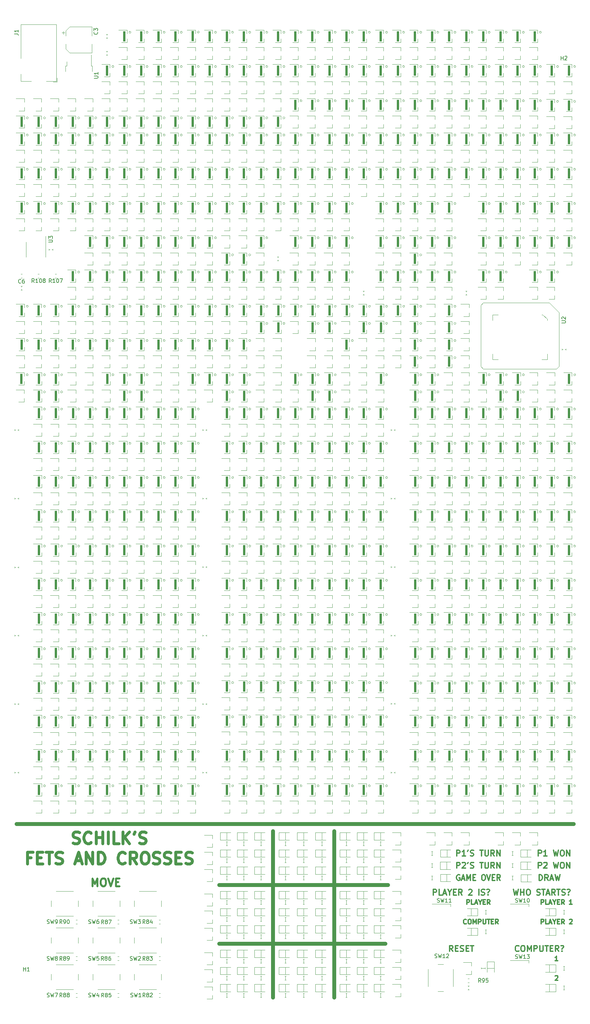
<source format=gbr>
G04 #@! TF.GenerationSoftware,KiCad,Pcbnew,(5.1.5)-3*
G04 #@! TF.CreationDate,2020-09-16T09:36:58+02:00*
G04 #@! TF.ProjectId,FetsAndCrosses,46657473-416e-4644-9372-6f737365732e,v0.1*
G04 #@! TF.SameCoordinates,Original*
G04 #@! TF.FileFunction,Legend,Top*
G04 #@! TF.FilePolarity,Positive*
%FSLAX46Y46*%
G04 Gerber Fmt 4.6, Leading zero omitted, Abs format (unit mm)*
G04 Created by KiCad (PCBNEW (5.1.5)-3) date 2020-09-16 09:36:58*
%MOMM*%
%LPD*%
G04 APERTURE LIST*
%ADD10C,1.000000*%
%ADD11C,0.120000*%
%ADD12C,0.300000*%
%ADD13C,0.750000*%
%ADD14C,0.500000*%
%ADD15C,0.100000*%
%ADD16C,0.150000*%
G04 APERTURE END LIST*
D10*
X109855000Y-231775000D02*
X112395000Y-231775000D01*
D11*
X113665000Y-231775000D02*
X109855000Y-231775000D01*
D10*
X19685000Y-215900000D02*
X164465000Y-215900000D01*
D12*
X155472142Y-230548571D02*
X155472142Y-229048571D01*
X155829285Y-229048571D01*
X156043571Y-229120000D01*
X156186428Y-229262857D01*
X156257857Y-229405714D01*
X156329285Y-229691428D01*
X156329285Y-229905714D01*
X156257857Y-230191428D01*
X156186428Y-230334285D01*
X156043571Y-230477142D01*
X155829285Y-230548571D01*
X155472142Y-230548571D01*
X157829285Y-230548571D02*
X157329285Y-229834285D01*
X156972142Y-230548571D02*
X156972142Y-229048571D01*
X157543571Y-229048571D01*
X157686428Y-229120000D01*
X157757857Y-229191428D01*
X157829285Y-229334285D01*
X157829285Y-229548571D01*
X157757857Y-229691428D01*
X157686428Y-229762857D01*
X157543571Y-229834285D01*
X156972142Y-229834285D01*
X158400714Y-230120000D02*
X159115000Y-230120000D01*
X158257857Y-230548571D02*
X158757857Y-229048571D01*
X159257857Y-230548571D01*
X159615000Y-229048571D02*
X159972142Y-230548571D01*
X160257857Y-229477142D01*
X160543571Y-230548571D01*
X160900714Y-229048571D01*
X155277857Y-224198571D02*
X155277857Y-222698571D01*
X155849285Y-222698571D01*
X155992142Y-222770000D01*
X156063571Y-222841428D01*
X156135000Y-222984285D01*
X156135000Y-223198571D01*
X156063571Y-223341428D01*
X155992142Y-223412857D01*
X155849285Y-223484285D01*
X155277857Y-223484285D01*
X157563571Y-224198571D02*
X156706428Y-224198571D01*
X157135000Y-224198571D02*
X157135000Y-222698571D01*
X156992142Y-222912857D01*
X156849285Y-223055714D01*
X156706428Y-223127142D01*
X159206428Y-222698571D02*
X159563571Y-224198571D01*
X159849285Y-223127142D01*
X160135000Y-224198571D01*
X160492142Y-222698571D01*
X161349285Y-222698571D02*
X161635000Y-222698571D01*
X161777857Y-222770000D01*
X161920714Y-222912857D01*
X161992142Y-223198571D01*
X161992142Y-223698571D01*
X161920714Y-223984285D01*
X161777857Y-224127142D01*
X161635000Y-224198571D01*
X161349285Y-224198571D01*
X161206428Y-224127142D01*
X161063571Y-223984285D01*
X160992142Y-223698571D01*
X160992142Y-223198571D01*
X161063571Y-222912857D01*
X161206428Y-222770000D01*
X161349285Y-222698571D01*
X162635000Y-224198571D02*
X162635000Y-222698571D01*
X163492142Y-224198571D01*
X163492142Y-222698571D01*
X155277857Y-227373571D02*
X155277857Y-225873571D01*
X155849285Y-225873571D01*
X155992142Y-225945000D01*
X156063571Y-226016428D01*
X156135000Y-226159285D01*
X156135000Y-226373571D01*
X156063571Y-226516428D01*
X155992142Y-226587857D01*
X155849285Y-226659285D01*
X155277857Y-226659285D01*
X156706428Y-226016428D02*
X156777857Y-225945000D01*
X156920714Y-225873571D01*
X157277857Y-225873571D01*
X157420714Y-225945000D01*
X157492142Y-226016428D01*
X157563571Y-226159285D01*
X157563571Y-226302142D01*
X157492142Y-226516428D01*
X156635000Y-227373571D01*
X157563571Y-227373571D01*
X159206428Y-225873571D02*
X159563571Y-227373571D01*
X159849285Y-226302142D01*
X160135000Y-227373571D01*
X160492142Y-225873571D01*
X161349285Y-225873571D02*
X161635000Y-225873571D01*
X161777857Y-225945000D01*
X161920714Y-226087857D01*
X161992142Y-226373571D01*
X161992142Y-226873571D01*
X161920714Y-227159285D01*
X161777857Y-227302142D01*
X161635000Y-227373571D01*
X161349285Y-227373571D01*
X161206428Y-227302142D01*
X161063571Y-227159285D01*
X160992142Y-226873571D01*
X160992142Y-226373571D01*
X161063571Y-226087857D01*
X161206428Y-225945000D01*
X161349285Y-225873571D01*
X162635000Y-227373571D02*
X162635000Y-225873571D01*
X163492142Y-227373571D01*
X163492142Y-225873571D01*
X134833333Y-229120000D02*
X134700000Y-229048571D01*
X134500000Y-229048571D01*
X134300000Y-229120000D01*
X134166666Y-229262857D01*
X134100000Y-229405714D01*
X134033333Y-229691428D01*
X134033333Y-229905714D01*
X134100000Y-230191428D01*
X134166666Y-230334285D01*
X134300000Y-230477142D01*
X134500000Y-230548571D01*
X134633333Y-230548571D01*
X134833333Y-230477142D01*
X134900000Y-230405714D01*
X134900000Y-229905714D01*
X134633333Y-229905714D01*
X135433333Y-230120000D02*
X136100000Y-230120000D01*
X135300000Y-230548571D02*
X135766666Y-229048571D01*
X136233333Y-230548571D01*
X136700000Y-230548571D02*
X136700000Y-229048571D01*
X137166666Y-230120000D01*
X137633333Y-229048571D01*
X137633333Y-230548571D01*
X138300000Y-229762857D02*
X138766666Y-229762857D01*
X138966666Y-230548571D02*
X138300000Y-230548571D01*
X138300000Y-229048571D01*
X138966666Y-229048571D01*
X140900000Y-229048571D02*
X141166666Y-229048571D01*
X141300000Y-229120000D01*
X141433333Y-229262857D01*
X141500000Y-229548571D01*
X141500000Y-230048571D01*
X141433333Y-230334285D01*
X141300000Y-230477142D01*
X141166666Y-230548571D01*
X140900000Y-230548571D01*
X140766666Y-230477142D01*
X140633333Y-230334285D01*
X140566666Y-230048571D01*
X140566666Y-229548571D01*
X140633333Y-229262857D01*
X140766666Y-229120000D01*
X140900000Y-229048571D01*
X141900000Y-229048571D02*
X142366666Y-230548571D01*
X142833333Y-229048571D01*
X143300000Y-229762857D02*
X143766666Y-229762857D01*
X143966666Y-230548571D02*
X143300000Y-230548571D01*
X143300000Y-229048571D01*
X143966666Y-229048571D01*
X145366666Y-230548571D02*
X144900000Y-229834285D01*
X144566666Y-230548571D02*
X144566666Y-229048571D01*
X145100000Y-229048571D01*
X145233333Y-229120000D01*
X145300000Y-229191428D01*
X145366666Y-229334285D01*
X145366666Y-229548571D01*
X145300000Y-229691428D01*
X145233333Y-229762857D01*
X145100000Y-229834285D01*
X144566666Y-229834285D01*
X134057142Y-227373571D02*
X134057142Y-225873571D01*
X134628571Y-225873571D01*
X134771428Y-225945000D01*
X134842857Y-226016428D01*
X134914285Y-226159285D01*
X134914285Y-226373571D01*
X134842857Y-226516428D01*
X134771428Y-226587857D01*
X134628571Y-226659285D01*
X134057142Y-226659285D01*
X135485714Y-226016428D02*
X135557142Y-225945000D01*
X135700000Y-225873571D01*
X136057142Y-225873571D01*
X136200000Y-225945000D01*
X136271428Y-226016428D01*
X136342857Y-226159285D01*
X136342857Y-226302142D01*
X136271428Y-226516428D01*
X135414285Y-227373571D01*
X136342857Y-227373571D01*
X137057142Y-225873571D02*
X136914285Y-226159285D01*
X137628571Y-227302142D02*
X137842857Y-227373571D01*
X138200000Y-227373571D01*
X138342857Y-227302142D01*
X138414285Y-227230714D01*
X138485714Y-227087857D01*
X138485714Y-226945000D01*
X138414285Y-226802142D01*
X138342857Y-226730714D01*
X138200000Y-226659285D01*
X137914285Y-226587857D01*
X137771428Y-226516428D01*
X137700000Y-226445000D01*
X137628571Y-226302142D01*
X137628571Y-226159285D01*
X137700000Y-226016428D01*
X137771428Y-225945000D01*
X137914285Y-225873571D01*
X138271428Y-225873571D01*
X138485714Y-225945000D01*
X140057142Y-225873571D02*
X140914285Y-225873571D01*
X140485714Y-227373571D02*
X140485714Y-225873571D01*
X141414285Y-225873571D02*
X141414285Y-227087857D01*
X141485714Y-227230714D01*
X141557142Y-227302142D01*
X141700000Y-227373571D01*
X141985714Y-227373571D01*
X142128571Y-227302142D01*
X142200000Y-227230714D01*
X142271428Y-227087857D01*
X142271428Y-225873571D01*
X143842857Y-227373571D02*
X143342857Y-226659285D01*
X142985714Y-227373571D02*
X142985714Y-225873571D01*
X143557142Y-225873571D01*
X143700000Y-225945000D01*
X143771428Y-226016428D01*
X143842857Y-226159285D01*
X143842857Y-226373571D01*
X143771428Y-226516428D01*
X143700000Y-226587857D01*
X143557142Y-226659285D01*
X142985714Y-226659285D01*
X144485714Y-227373571D02*
X144485714Y-225873571D01*
X145342857Y-227373571D01*
X145342857Y-225873571D01*
X134057142Y-224198571D02*
X134057142Y-222698571D01*
X134628571Y-222698571D01*
X134771428Y-222770000D01*
X134842857Y-222841428D01*
X134914285Y-222984285D01*
X134914285Y-223198571D01*
X134842857Y-223341428D01*
X134771428Y-223412857D01*
X134628571Y-223484285D01*
X134057142Y-223484285D01*
X136342857Y-224198571D02*
X135485714Y-224198571D01*
X135914285Y-224198571D02*
X135914285Y-222698571D01*
X135771428Y-222912857D01*
X135628571Y-223055714D01*
X135485714Y-223127142D01*
X137057142Y-222698571D02*
X136914285Y-222984285D01*
X137628571Y-224127142D02*
X137842857Y-224198571D01*
X138200000Y-224198571D01*
X138342857Y-224127142D01*
X138414285Y-224055714D01*
X138485714Y-223912857D01*
X138485714Y-223770000D01*
X138414285Y-223627142D01*
X138342857Y-223555714D01*
X138200000Y-223484285D01*
X137914285Y-223412857D01*
X137771428Y-223341428D01*
X137700000Y-223270000D01*
X137628571Y-223127142D01*
X137628571Y-222984285D01*
X137700000Y-222841428D01*
X137771428Y-222770000D01*
X137914285Y-222698571D01*
X138271428Y-222698571D01*
X138485714Y-222770000D01*
X140057142Y-222698571D02*
X140914285Y-222698571D01*
X140485714Y-224198571D02*
X140485714Y-222698571D01*
X141414285Y-222698571D02*
X141414285Y-223912857D01*
X141485714Y-224055714D01*
X141557142Y-224127142D01*
X141700000Y-224198571D01*
X141985714Y-224198571D01*
X142128571Y-224127142D01*
X142200000Y-224055714D01*
X142271428Y-223912857D01*
X142271428Y-222698571D01*
X143842857Y-224198571D02*
X143342857Y-223484285D01*
X142985714Y-224198571D02*
X142985714Y-222698571D01*
X143557142Y-222698571D01*
X143700000Y-222770000D01*
X143771428Y-222841428D01*
X143842857Y-222984285D01*
X143842857Y-223198571D01*
X143771428Y-223341428D01*
X143700000Y-223412857D01*
X143557142Y-223484285D01*
X142985714Y-223484285D01*
X144485714Y-224198571D02*
X144485714Y-222698571D01*
X145342857Y-224198571D01*
X145342857Y-222698571D01*
X133076428Y-248963571D02*
X132576428Y-248249285D01*
X132219285Y-248963571D02*
X132219285Y-247463571D01*
X132790714Y-247463571D01*
X132933571Y-247535000D01*
X133005000Y-247606428D01*
X133076428Y-247749285D01*
X133076428Y-247963571D01*
X133005000Y-248106428D01*
X132933571Y-248177857D01*
X132790714Y-248249285D01*
X132219285Y-248249285D01*
X133719285Y-248177857D02*
X134219285Y-248177857D01*
X134433571Y-248963571D02*
X133719285Y-248963571D01*
X133719285Y-247463571D01*
X134433571Y-247463571D01*
X135005000Y-248892142D02*
X135219285Y-248963571D01*
X135576428Y-248963571D01*
X135719285Y-248892142D01*
X135790714Y-248820714D01*
X135862142Y-248677857D01*
X135862142Y-248535000D01*
X135790714Y-248392142D01*
X135719285Y-248320714D01*
X135576428Y-248249285D01*
X135290714Y-248177857D01*
X135147857Y-248106428D01*
X135076428Y-248035000D01*
X135005000Y-247892142D01*
X135005000Y-247749285D01*
X135076428Y-247606428D01*
X135147857Y-247535000D01*
X135290714Y-247463571D01*
X135647857Y-247463571D01*
X135862142Y-247535000D01*
X136505000Y-248177857D02*
X137005000Y-248177857D01*
X137219285Y-248963571D02*
X136505000Y-248963571D01*
X136505000Y-247463571D01*
X137219285Y-247463571D01*
X137647857Y-247463571D02*
X138505000Y-247463571D01*
X138076428Y-248963571D02*
X138076428Y-247463571D01*
X159677142Y-255362142D02*
X159734285Y-255305000D01*
X159848571Y-255247857D01*
X160134285Y-255247857D01*
X160248571Y-255305000D01*
X160305714Y-255362142D01*
X160362857Y-255476428D01*
X160362857Y-255590714D01*
X160305714Y-255762142D01*
X159620000Y-256447857D01*
X160362857Y-256447857D01*
X160362857Y-251367857D02*
X159677142Y-251367857D01*
X160020000Y-251367857D02*
X160020000Y-250167857D01*
X159905714Y-250339285D01*
X159791428Y-250453571D01*
X159677142Y-250510714D01*
D13*
X34315000Y-220839285D02*
X34743571Y-220982142D01*
X35457857Y-220982142D01*
X35743571Y-220839285D01*
X35886428Y-220696428D01*
X36029285Y-220410714D01*
X36029285Y-220125000D01*
X35886428Y-219839285D01*
X35743571Y-219696428D01*
X35457857Y-219553571D01*
X34886428Y-219410714D01*
X34600714Y-219267857D01*
X34457857Y-219125000D01*
X34315000Y-218839285D01*
X34315000Y-218553571D01*
X34457857Y-218267857D01*
X34600714Y-218125000D01*
X34886428Y-217982142D01*
X35600714Y-217982142D01*
X36029285Y-218125000D01*
X39029285Y-220696428D02*
X38886428Y-220839285D01*
X38457857Y-220982142D01*
X38172142Y-220982142D01*
X37743571Y-220839285D01*
X37457857Y-220553571D01*
X37315000Y-220267857D01*
X37172142Y-219696428D01*
X37172142Y-219267857D01*
X37315000Y-218696428D01*
X37457857Y-218410714D01*
X37743571Y-218125000D01*
X38172142Y-217982142D01*
X38457857Y-217982142D01*
X38886428Y-218125000D01*
X39029285Y-218267857D01*
X40315000Y-220982142D02*
X40315000Y-217982142D01*
X40315000Y-219410714D02*
X42029285Y-219410714D01*
X42029285Y-220982142D02*
X42029285Y-217982142D01*
X43457857Y-220982142D02*
X43457857Y-217982142D01*
X46315000Y-220982142D02*
X44886428Y-220982142D01*
X44886428Y-217982142D01*
X47315000Y-220982142D02*
X47315000Y-217982142D01*
X49029285Y-220982142D02*
X47743571Y-219267857D01*
X49029285Y-217982142D02*
X47315000Y-219696428D01*
X50457857Y-217982142D02*
X50172142Y-218553571D01*
X51600714Y-220839285D02*
X52029285Y-220982142D01*
X52743571Y-220982142D01*
X53029285Y-220839285D01*
X53172142Y-220696428D01*
X53315000Y-220410714D01*
X53315000Y-220125000D01*
X53172142Y-219839285D01*
X53029285Y-219696428D01*
X52743571Y-219553571D01*
X52172142Y-219410714D01*
X51886428Y-219267857D01*
X51743571Y-219125000D01*
X51600714Y-218839285D01*
X51600714Y-218553571D01*
X51743571Y-218267857D01*
X51886428Y-218125000D01*
X52172142Y-217982142D01*
X52886428Y-217982142D01*
X53315000Y-218125000D01*
X23457857Y-224660714D02*
X22457857Y-224660714D01*
X22457857Y-226232142D02*
X22457857Y-223232142D01*
X23886428Y-223232142D01*
X25029285Y-224660714D02*
X26029285Y-224660714D01*
X26457857Y-226232142D02*
X25029285Y-226232142D01*
X25029285Y-223232142D01*
X26457857Y-223232142D01*
X27314999Y-223232142D02*
X29029285Y-223232142D01*
X28172142Y-226232142D02*
X28172142Y-223232142D01*
X29886428Y-226089285D02*
X30314999Y-226232142D01*
X31029285Y-226232142D01*
X31314999Y-226089285D01*
X31457857Y-225946428D01*
X31600714Y-225660714D01*
X31600714Y-225375000D01*
X31457857Y-225089285D01*
X31314999Y-224946428D01*
X31029285Y-224803571D01*
X30457857Y-224660714D01*
X30172142Y-224517857D01*
X30029285Y-224375000D01*
X29886428Y-224089285D01*
X29886428Y-223803571D01*
X30029285Y-223517857D01*
X30172142Y-223375000D01*
X30457857Y-223232142D01*
X31172142Y-223232142D01*
X31600714Y-223375000D01*
X35029285Y-225375000D02*
X36457857Y-225375000D01*
X34743571Y-226232142D02*
X35743571Y-223232142D01*
X36743571Y-226232142D01*
X37743571Y-226232142D02*
X37743571Y-223232142D01*
X39457857Y-226232142D01*
X39457857Y-223232142D01*
X40886428Y-226232142D02*
X40886428Y-223232142D01*
X41600714Y-223232142D01*
X42029285Y-223375000D01*
X42314999Y-223660714D01*
X42457857Y-223946428D01*
X42600714Y-224517857D01*
X42600714Y-224946428D01*
X42457857Y-225517857D01*
X42314999Y-225803571D01*
X42029285Y-226089285D01*
X41600714Y-226232142D01*
X40886428Y-226232142D01*
X47886428Y-225946428D02*
X47743571Y-226089285D01*
X47314999Y-226232142D01*
X47029285Y-226232142D01*
X46600714Y-226089285D01*
X46314999Y-225803571D01*
X46172142Y-225517857D01*
X46029285Y-224946428D01*
X46029285Y-224517857D01*
X46172142Y-223946428D01*
X46314999Y-223660714D01*
X46600714Y-223375000D01*
X47029285Y-223232142D01*
X47314999Y-223232142D01*
X47743571Y-223375000D01*
X47886428Y-223517857D01*
X50886428Y-226232142D02*
X49886428Y-224803571D01*
X49172142Y-226232142D02*
X49172142Y-223232142D01*
X50314999Y-223232142D01*
X50600714Y-223375000D01*
X50743571Y-223517857D01*
X50886428Y-223803571D01*
X50886428Y-224232142D01*
X50743571Y-224517857D01*
X50600714Y-224660714D01*
X50314999Y-224803571D01*
X49172142Y-224803571D01*
X52743571Y-223232142D02*
X53314999Y-223232142D01*
X53600714Y-223375000D01*
X53886428Y-223660714D01*
X54029285Y-224232142D01*
X54029285Y-225232142D01*
X53886428Y-225803571D01*
X53600714Y-226089285D01*
X53314999Y-226232142D01*
X52743571Y-226232142D01*
X52457857Y-226089285D01*
X52172142Y-225803571D01*
X52029285Y-225232142D01*
X52029285Y-224232142D01*
X52172142Y-223660714D01*
X52457857Y-223375000D01*
X52743571Y-223232142D01*
X55172142Y-226089285D02*
X55600714Y-226232142D01*
X56314999Y-226232142D01*
X56600714Y-226089285D01*
X56743571Y-225946428D01*
X56886428Y-225660714D01*
X56886428Y-225375000D01*
X56743571Y-225089285D01*
X56600714Y-224946428D01*
X56314999Y-224803571D01*
X55743571Y-224660714D01*
X55457857Y-224517857D01*
X55314999Y-224375000D01*
X55172142Y-224089285D01*
X55172142Y-223803571D01*
X55314999Y-223517857D01*
X55457857Y-223375000D01*
X55743571Y-223232142D01*
X56457857Y-223232142D01*
X56886428Y-223375000D01*
X58029285Y-226089285D02*
X58457857Y-226232142D01*
X59172142Y-226232142D01*
X59457857Y-226089285D01*
X59600714Y-225946428D01*
X59743571Y-225660714D01*
X59743571Y-225375000D01*
X59600714Y-225089285D01*
X59457857Y-224946428D01*
X59172142Y-224803571D01*
X58600714Y-224660714D01*
X58314999Y-224517857D01*
X58172142Y-224375000D01*
X58029285Y-224089285D01*
X58029285Y-223803571D01*
X58172142Y-223517857D01*
X58314999Y-223375000D01*
X58600714Y-223232142D01*
X59314999Y-223232142D01*
X59743571Y-223375000D01*
X61029285Y-224660714D02*
X62029285Y-224660714D01*
X62457857Y-226232142D02*
X61029285Y-226232142D01*
X61029285Y-223232142D01*
X62457857Y-223232142D01*
X63600714Y-226089285D02*
X64029285Y-226232142D01*
X64743571Y-226232142D01*
X65029285Y-226089285D01*
X65172142Y-225946428D01*
X65314999Y-225660714D01*
X65314999Y-225375000D01*
X65172142Y-225089285D01*
X65029285Y-224946428D01*
X64743571Y-224803571D01*
X64172142Y-224660714D01*
X63886428Y-224517857D01*
X63743571Y-224375000D01*
X63600714Y-224089285D01*
X63600714Y-223803571D01*
X63743571Y-223517857D01*
X63886428Y-223375000D01*
X64172142Y-223232142D01*
X64886428Y-223232142D01*
X65314999Y-223375000D01*
D12*
X150217857Y-248820714D02*
X150146428Y-248892142D01*
X149932142Y-248963571D01*
X149789285Y-248963571D01*
X149575000Y-248892142D01*
X149432142Y-248749285D01*
X149360714Y-248606428D01*
X149289285Y-248320714D01*
X149289285Y-248106428D01*
X149360714Y-247820714D01*
X149432142Y-247677857D01*
X149575000Y-247535000D01*
X149789285Y-247463571D01*
X149932142Y-247463571D01*
X150146428Y-247535000D01*
X150217857Y-247606428D01*
X151146428Y-247463571D02*
X151432142Y-247463571D01*
X151575000Y-247535000D01*
X151717857Y-247677857D01*
X151789285Y-247963571D01*
X151789285Y-248463571D01*
X151717857Y-248749285D01*
X151575000Y-248892142D01*
X151432142Y-248963571D01*
X151146428Y-248963571D01*
X151003571Y-248892142D01*
X150860714Y-248749285D01*
X150789285Y-248463571D01*
X150789285Y-247963571D01*
X150860714Y-247677857D01*
X151003571Y-247535000D01*
X151146428Y-247463571D01*
X152432142Y-248963571D02*
X152432142Y-247463571D01*
X152932142Y-248535000D01*
X153432142Y-247463571D01*
X153432142Y-248963571D01*
X154146428Y-248963571D02*
X154146428Y-247463571D01*
X154717857Y-247463571D01*
X154860714Y-247535000D01*
X154932142Y-247606428D01*
X155003571Y-247749285D01*
X155003571Y-247963571D01*
X154932142Y-248106428D01*
X154860714Y-248177857D01*
X154717857Y-248249285D01*
X154146428Y-248249285D01*
X155646428Y-247463571D02*
X155646428Y-248677857D01*
X155717857Y-248820714D01*
X155789285Y-248892142D01*
X155932142Y-248963571D01*
X156217857Y-248963571D01*
X156360714Y-248892142D01*
X156432142Y-248820714D01*
X156503571Y-248677857D01*
X156503571Y-247463571D01*
X157003571Y-247463571D02*
X157860714Y-247463571D01*
X157432142Y-248963571D02*
X157432142Y-247463571D01*
X158360714Y-248177857D02*
X158860714Y-248177857D01*
X159075000Y-248963571D02*
X158360714Y-248963571D01*
X158360714Y-247463571D01*
X159075000Y-247463571D01*
X160575000Y-248963571D02*
X160075000Y-248249285D01*
X159717857Y-248963571D02*
X159717857Y-247463571D01*
X160289285Y-247463571D01*
X160432142Y-247535000D01*
X160503571Y-247606428D01*
X160575000Y-247749285D01*
X160575000Y-247963571D01*
X160503571Y-248106428D01*
X160432142Y-248177857D01*
X160289285Y-248249285D01*
X159717857Y-248249285D01*
X161432142Y-248820714D02*
X161503571Y-248892142D01*
X161432142Y-248963571D01*
X161360714Y-248892142D01*
X161432142Y-248820714D01*
X161432142Y-248963571D01*
X161146428Y-247535000D02*
X161289285Y-247463571D01*
X161646428Y-247463571D01*
X161789285Y-247535000D01*
X161860714Y-247677857D01*
X161860714Y-247820714D01*
X161789285Y-247963571D01*
X161717857Y-248035000D01*
X161575000Y-248106428D01*
X161503571Y-248177857D01*
X161432142Y-248320714D01*
X161432142Y-248392142D01*
X156020000Y-236762857D02*
X156020000Y-235562857D01*
X156477142Y-235562857D01*
X156591428Y-235620000D01*
X156648571Y-235677142D01*
X156705714Y-235791428D01*
X156705714Y-235962857D01*
X156648571Y-236077142D01*
X156591428Y-236134285D01*
X156477142Y-236191428D01*
X156020000Y-236191428D01*
X157791428Y-236762857D02*
X157220000Y-236762857D01*
X157220000Y-235562857D01*
X158134285Y-236420000D02*
X158705714Y-236420000D01*
X158020000Y-236762857D02*
X158420000Y-235562857D01*
X158820000Y-236762857D01*
X159448571Y-236191428D02*
X159448571Y-236762857D01*
X159048571Y-235562857D02*
X159448571Y-236191428D01*
X159848571Y-235562857D01*
X160248571Y-236134285D02*
X160648571Y-236134285D01*
X160820000Y-236762857D02*
X160248571Y-236762857D01*
X160248571Y-235562857D01*
X160820000Y-235562857D01*
X162020000Y-236762857D02*
X161620000Y-236191428D01*
X161334285Y-236762857D02*
X161334285Y-235562857D01*
X161791428Y-235562857D01*
X161905714Y-235620000D01*
X161962857Y-235677142D01*
X162020000Y-235791428D01*
X162020000Y-235962857D01*
X161962857Y-236077142D01*
X161905714Y-236134285D01*
X161791428Y-236191428D01*
X161334285Y-236191428D01*
X164077142Y-236762857D02*
X163391428Y-236762857D01*
X163734285Y-236762857D02*
X163734285Y-235562857D01*
X163620000Y-235734285D01*
X163505714Y-235848571D01*
X163391428Y-235905714D01*
X156020000Y-241842857D02*
X156020000Y-240642857D01*
X156477142Y-240642857D01*
X156591428Y-240700000D01*
X156648571Y-240757142D01*
X156705714Y-240871428D01*
X156705714Y-241042857D01*
X156648571Y-241157142D01*
X156591428Y-241214285D01*
X156477142Y-241271428D01*
X156020000Y-241271428D01*
X157791428Y-241842857D02*
X157220000Y-241842857D01*
X157220000Y-240642857D01*
X158134285Y-241500000D02*
X158705714Y-241500000D01*
X158020000Y-241842857D02*
X158420000Y-240642857D01*
X158820000Y-241842857D01*
X159448571Y-241271428D02*
X159448571Y-241842857D01*
X159048571Y-240642857D02*
X159448571Y-241271428D01*
X159848571Y-240642857D01*
X160248571Y-241214285D02*
X160648571Y-241214285D01*
X160820000Y-241842857D02*
X160248571Y-241842857D01*
X160248571Y-240642857D01*
X160820000Y-240642857D01*
X162020000Y-241842857D02*
X161620000Y-241271428D01*
X161334285Y-241842857D02*
X161334285Y-240642857D01*
X161791428Y-240642857D01*
X161905714Y-240700000D01*
X161962857Y-240757142D01*
X162020000Y-240871428D01*
X162020000Y-241042857D01*
X161962857Y-241157142D01*
X161905714Y-241214285D01*
X161791428Y-241271428D01*
X161334285Y-241271428D01*
X163391428Y-240757142D02*
X163448571Y-240700000D01*
X163562857Y-240642857D01*
X163848571Y-240642857D01*
X163962857Y-240700000D01*
X164020000Y-240757142D01*
X164077142Y-240871428D01*
X164077142Y-240985714D01*
X164020000Y-241157142D01*
X163334285Y-241842857D01*
X164077142Y-241842857D01*
X148817142Y-232858571D02*
X149174285Y-234358571D01*
X149460000Y-233287142D01*
X149745714Y-234358571D01*
X150102857Y-232858571D01*
X150674285Y-234358571D02*
X150674285Y-232858571D01*
X150674285Y-233572857D02*
X151531428Y-233572857D01*
X151531428Y-234358571D02*
X151531428Y-232858571D01*
X152531428Y-232858571D02*
X152817142Y-232858571D01*
X152960000Y-232930000D01*
X153102857Y-233072857D01*
X153174285Y-233358571D01*
X153174285Y-233858571D01*
X153102857Y-234144285D01*
X152960000Y-234287142D01*
X152817142Y-234358571D01*
X152531428Y-234358571D01*
X152388571Y-234287142D01*
X152245714Y-234144285D01*
X152174285Y-233858571D01*
X152174285Y-233358571D01*
X152245714Y-233072857D01*
X152388571Y-232930000D01*
X152531428Y-232858571D01*
X154888571Y-234287142D02*
X155102857Y-234358571D01*
X155460000Y-234358571D01*
X155602857Y-234287142D01*
X155674285Y-234215714D01*
X155745714Y-234072857D01*
X155745714Y-233930000D01*
X155674285Y-233787142D01*
X155602857Y-233715714D01*
X155460000Y-233644285D01*
X155174285Y-233572857D01*
X155031428Y-233501428D01*
X154960000Y-233430000D01*
X154888571Y-233287142D01*
X154888571Y-233144285D01*
X154960000Y-233001428D01*
X155031428Y-232930000D01*
X155174285Y-232858571D01*
X155531428Y-232858571D01*
X155745714Y-232930000D01*
X156174285Y-232858571D02*
X157031428Y-232858571D01*
X156602857Y-234358571D02*
X156602857Y-232858571D01*
X157460000Y-233930000D02*
X158174285Y-233930000D01*
X157317142Y-234358571D02*
X157817142Y-232858571D01*
X158317142Y-234358571D01*
X159674285Y-234358571D02*
X159174285Y-233644285D01*
X158817142Y-234358571D02*
X158817142Y-232858571D01*
X159388571Y-232858571D01*
X159531428Y-232930000D01*
X159602857Y-233001428D01*
X159674285Y-233144285D01*
X159674285Y-233358571D01*
X159602857Y-233501428D01*
X159531428Y-233572857D01*
X159388571Y-233644285D01*
X158817142Y-233644285D01*
X160102857Y-232858571D02*
X160960000Y-232858571D01*
X160531428Y-234358571D02*
X160531428Y-232858571D01*
X161388571Y-234287142D02*
X161602857Y-234358571D01*
X161960000Y-234358571D01*
X162102857Y-234287142D01*
X162174285Y-234215714D01*
X162245714Y-234072857D01*
X162245714Y-233930000D01*
X162174285Y-233787142D01*
X162102857Y-233715714D01*
X161960000Y-233644285D01*
X161674285Y-233572857D01*
X161531428Y-233501428D01*
X161460000Y-233430000D01*
X161388571Y-233287142D01*
X161388571Y-233144285D01*
X161460000Y-233001428D01*
X161531428Y-232930000D01*
X161674285Y-232858571D01*
X162031428Y-232858571D01*
X162245714Y-232930000D01*
X163102857Y-234215714D02*
X163174285Y-234287142D01*
X163102857Y-234358571D01*
X163031428Y-234287142D01*
X163102857Y-234215714D01*
X163102857Y-234358571D01*
X162817142Y-232930000D02*
X162960000Y-232858571D01*
X163317142Y-232858571D01*
X163460000Y-232930000D01*
X163531428Y-233072857D01*
X163531428Y-233215714D01*
X163460000Y-233358571D01*
X163388571Y-233430000D01*
X163245714Y-233501428D01*
X163174285Y-233572857D01*
X163102857Y-233715714D01*
X163102857Y-233787142D01*
X136563571Y-241728571D02*
X136506428Y-241785714D01*
X136335000Y-241842857D01*
X136220714Y-241842857D01*
X136049285Y-241785714D01*
X135935000Y-241671428D01*
X135877857Y-241557142D01*
X135820714Y-241328571D01*
X135820714Y-241157142D01*
X135877857Y-240928571D01*
X135935000Y-240814285D01*
X136049285Y-240700000D01*
X136220714Y-240642857D01*
X136335000Y-240642857D01*
X136506428Y-240700000D01*
X136563571Y-240757142D01*
X137306428Y-240642857D02*
X137535000Y-240642857D01*
X137649285Y-240700000D01*
X137763571Y-240814285D01*
X137820714Y-241042857D01*
X137820714Y-241442857D01*
X137763571Y-241671428D01*
X137649285Y-241785714D01*
X137535000Y-241842857D01*
X137306428Y-241842857D01*
X137192142Y-241785714D01*
X137077857Y-241671428D01*
X137020714Y-241442857D01*
X137020714Y-241042857D01*
X137077857Y-240814285D01*
X137192142Y-240700000D01*
X137306428Y-240642857D01*
X138335000Y-241842857D02*
X138335000Y-240642857D01*
X138735000Y-241500000D01*
X139135000Y-240642857D01*
X139135000Y-241842857D01*
X139706428Y-241842857D02*
X139706428Y-240642857D01*
X140163571Y-240642857D01*
X140277857Y-240700000D01*
X140335000Y-240757142D01*
X140392142Y-240871428D01*
X140392142Y-241042857D01*
X140335000Y-241157142D01*
X140277857Y-241214285D01*
X140163571Y-241271428D01*
X139706428Y-241271428D01*
X140906428Y-240642857D02*
X140906428Y-241614285D01*
X140963571Y-241728571D01*
X141020714Y-241785714D01*
X141135000Y-241842857D01*
X141363571Y-241842857D01*
X141477857Y-241785714D01*
X141535000Y-241728571D01*
X141592142Y-241614285D01*
X141592142Y-240642857D01*
X141992142Y-240642857D02*
X142677857Y-240642857D01*
X142335000Y-241842857D02*
X142335000Y-240642857D01*
X143077857Y-241214285D02*
X143477857Y-241214285D01*
X143649285Y-241842857D02*
X143077857Y-241842857D01*
X143077857Y-240642857D01*
X143649285Y-240642857D01*
X144849285Y-241842857D02*
X144449285Y-241271428D01*
X144163571Y-241842857D02*
X144163571Y-240642857D01*
X144620714Y-240642857D01*
X144735000Y-240700000D01*
X144792142Y-240757142D01*
X144849285Y-240871428D01*
X144849285Y-241042857D01*
X144792142Y-241157142D01*
X144735000Y-241214285D01*
X144620714Y-241271428D01*
X144163571Y-241271428D01*
X136728571Y-236762857D02*
X136728571Y-235562857D01*
X137185714Y-235562857D01*
X137300000Y-235620000D01*
X137357142Y-235677142D01*
X137414285Y-235791428D01*
X137414285Y-235962857D01*
X137357142Y-236077142D01*
X137300000Y-236134285D01*
X137185714Y-236191428D01*
X136728571Y-236191428D01*
X138500000Y-236762857D02*
X137928571Y-236762857D01*
X137928571Y-235562857D01*
X138842857Y-236420000D02*
X139414285Y-236420000D01*
X138728571Y-236762857D02*
X139128571Y-235562857D01*
X139528571Y-236762857D01*
X140157142Y-236191428D02*
X140157142Y-236762857D01*
X139757142Y-235562857D02*
X140157142Y-236191428D01*
X140557142Y-235562857D01*
X140957142Y-236134285D02*
X141357142Y-236134285D01*
X141528571Y-236762857D02*
X140957142Y-236762857D01*
X140957142Y-235562857D01*
X141528571Y-235562857D01*
X142728571Y-236762857D02*
X142328571Y-236191428D01*
X142042857Y-236762857D02*
X142042857Y-235562857D01*
X142500000Y-235562857D01*
X142614285Y-235620000D01*
X142671428Y-235677142D01*
X142728571Y-235791428D01*
X142728571Y-235962857D01*
X142671428Y-236077142D01*
X142614285Y-236134285D01*
X142500000Y-236191428D01*
X142042857Y-236191428D01*
X127969285Y-234358571D02*
X127969285Y-232858571D01*
X128540714Y-232858571D01*
X128683571Y-232930000D01*
X128755000Y-233001428D01*
X128826428Y-233144285D01*
X128826428Y-233358571D01*
X128755000Y-233501428D01*
X128683571Y-233572857D01*
X128540714Y-233644285D01*
X127969285Y-233644285D01*
X130183571Y-234358571D02*
X129469285Y-234358571D01*
X129469285Y-232858571D01*
X130612142Y-233930000D02*
X131326428Y-233930000D01*
X130469285Y-234358571D02*
X130969285Y-232858571D01*
X131469285Y-234358571D01*
X132255000Y-233644285D02*
X132255000Y-234358571D01*
X131755000Y-232858571D02*
X132255000Y-233644285D01*
X132755000Y-232858571D01*
X133255000Y-233572857D02*
X133755000Y-233572857D01*
X133969285Y-234358571D02*
X133255000Y-234358571D01*
X133255000Y-232858571D01*
X133969285Y-232858571D01*
X135469285Y-234358571D02*
X134969285Y-233644285D01*
X134612142Y-234358571D02*
X134612142Y-232858571D01*
X135183571Y-232858571D01*
X135326428Y-232930000D01*
X135397857Y-233001428D01*
X135469285Y-233144285D01*
X135469285Y-233358571D01*
X135397857Y-233501428D01*
X135326428Y-233572857D01*
X135183571Y-233644285D01*
X134612142Y-233644285D01*
X137183571Y-233001428D02*
X137255000Y-232930000D01*
X137397857Y-232858571D01*
X137755000Y-232858571D01*
X137897857Y-232930000D01*
X137969285Y-233001428D01*
X138040714Y-233144285D01*
X138040714Y-233287142D01*
X137969285Y-233501428D01*
X137112142Y-234358571D01*
X138040714Y-234358571D01*
X139826428Y-234358571D02*
X139826428Y-232858571D01*
X140469285Y-234287142D02*
X140683571Y-234358571D01*
X141040714Y-234358571D01*
X141183571Y-234287142D01*
X141255000Y-234215714D01*
X141326428Y-234072857D01*
X141326428Y-233930000D01*
X141255000Y-233787142D01*
X141183571Y-233715714D01*
X141040714Y-233644285D01*
X140755000Y-233572857D01*
X140612142Y-233501428D01*
X140540714Y-233430000D01*
X140469285Y-233287142D01*
X140469285Y-233144285D01*
X140540714Y-233001428D01*
X140612142Y-232930000D01*
X140755000Y-232858571D01*
X141112142Y-232858571D01*
X141326428Y-232930000D01*
X142183571Y-234215714D02*
X142255000Y-234287142D01*
X142183571Y-234358571D01*
X142112142Y-234287142D01*
X142183571Y-234215714D01*
X142183571Y-234358571D01*
X141897857Y-232930000D02*
X142040714Y-232858571D01*
X142397857Y-232858571D01*
X142540714Y-232930000D01*
X142612142Y-233072857D01*
X142612142Y-233215714D01*
X142540714Y-233358571D01*
X142469285Y-233430000D01*
X142326428Y-233501428D01*
X142255000Y-233572857D01*
X142183571Y-233715714D01*
X142183571Y-233787142D01*
D14*
X39386309Y-232044761D02*
X39386309Y-230044761D01*
X40052976Y-231473333D01*
X40719642Y-230044761D01*
X40719642Y-232044761D01*
X42052976Y-230044761D02*
X42433928Y-230044761D01*
X42624404Y-230140000D01*
X42814880Y-230330476D01*
X42910119Y-230711428D01*
X42910119Y-231378095D01*
X42814880Y-231759047D01*
X42624404Y-231949523D01*
X42433928Y-232044761D01*
X42052976Y-232044761D01*
X41862500Y-231949523D01*
X41672023Y-231759047D01*
X41576785Y-231378095D01*
X41576785Y-230711428D01*
X41672023Y-230330476D01*
X41862500Y-230140000D01*
X42052976Y-230044761D01*
X43481547Y-230044761D02*
X44148214Y-232044761D01*
X44814880Y-230044761D01*
X45481547Y-230997142D02*
X46148214Y-230997142D01*
X46433928Y-232044761D02*
X45481547Y-232044761D01*
X45481547Y-230044761D01*
X46433928Y-230044761D01*
D10*
X111760000Y-231775000D02*
X116205000Y-231775000D01*
X88900000Y-231775000D02*
X111125000Y-231775000D01*
X72390000Y-231775000D02*
X88900000Y-231775000D01*
X72390000Y-247015000D02*
X115570000Y-247015000D01*
X102235000Y-217805000D02*
X102235000Y-260985000D01*
X86360000Y-217805000D02*
X86360000Y-260985000D01*
D11*
G04 #@! TO.C,Q410*
X132856000Y-106355000D02*
X132856000Y-105425000D01*
X132856000Y-103195000D02*
X132856000Y-104125000D01*
X132856000Y-103195000D02*
X130696000Y-103195000D01*
X132856000Y-106355000D02*
X131396000Y-106355000D01*
G04 #@! TO.C,Q292*
X132856000Y-204145000D02*
X132856000Y-203215000D01*
X132856000Y-200985000D02*
X132856000Y-201915000D01*
X132856000Y-200985000D02*
X130696000Y-200985000D01*
X132856000Y-204145000D02*
X131396000Y-204145000D01*
G04 #@! TO.C,Q1385*
X106170000Y-97465000D02*
X104710000Y-97465000D01*
X106170000Y-94305000D02*
X104010000Y-94305000D01*
X106170000Y-94305000D02*
X106170000Y-95235000D01*
X106170000Y-97465000D02*
X106170000Y-96535000D01*
G04 #@! TO.C,Q1384*
X107188000Y-90424000D02*
G75*
G03X107188000Y-90424000I-254000J0D01*
G01*
D15*
G36*
X105664000Y-92710000D02*
G01*
X105156000Y-92710000D01*
X105156000Y-90170000D01*
X105664000Y-90170000D01*
X105664000Y-92710000D01*
G37*
X105664000Y-92710000D02*
X105156000Y-92710000D01*
X105156000Y-90170000D01*
X105664000Y-90170000D01*
X105664000Y-92710000D01*
D11*
X105664000Y-92710000D02*
X105664000Y-90170000D01*
X105156000Y-92710000D02*
X105664000Y-92710000D01*
X105156000Y-90170000D02*
X105156000Y-92710000D01*
X105664000Y-90170000D02*
X105156000Y-90170000D01*
X106170000Y-93020000D02*
X104710000Y-93020000D01*
X106170000Y-89860000D02*
X104010000Y-89860000D01*
X106170000Y-89860000D02*
X106170000Y-90790000D01*
X106170000Y-93020000D02*
X106170000Y-92090000D01*
G04 #@! TO.C,Q1383*
X119505000Y-97465000D02*
X118045000Y-97465000D01*
X119505000Y-94305000D02*
X117345000Y-94305000D01*
X119505000Y-94305000D02*
X119505000Y-95235000D01*
X119505000Y-97465000D02*
X119505000Y-96535000D01*
G04 #@! TO.C,Q1382*
X124968000Y-72644000D02*
G75*
G03X124968000Y-72644000I-254000J0D01*
G01*
D15*
G36*
X123444000Y-74930000D02*
G01*
X122936000Y-74930000D01*
X122936000Y-72390000D01*
X123444000Y-72390000D01*
X123444000Y-74930000D01*
G37*
X123444000Y-74930000D02*
X122936000Y-74930000D01*
X122936000Y-72390000D01*
X123444000Y-72390000D01*
X123444000Y-74930000D01*
D11*
X123444000Y-74930000D02*
X123444000Y-72390000D01*
X122936000Y-74930000D02*
X123444000Y-74930000D01*
X122936000Y-72390000D02*
X122936000Y-74930000D01*
X123444000Y-72390000D02*
X122936000Y-72390000D01*
X123950000Y-75240000D02*
X122490000Y-75240000D01*
X123950000Y-72080000D02*
X121790000Y-72080000D01*
X123950000Y-72080000D02*
X123950000Y-73010000D01*
X123950000Y-75240000D02*
X123950000Y-74310000D01*
G04 #@! TO.C,Q1381*
X124968000Y-68199000D02*
G75*
G03X124968000Y-68199000I-254000J0D01*
G01*
D15*
G36*
X123444000Y-70485000D02*
G01*
X122936000Y-70485000D01*
X122936000Y-67945000D01*
X123444000Y-67945000D01*
X123444000Y-70485000D01*
G37*
X123444000Y-70485000D02*
X122936000Y-70485000D01*
X122936000Y-67945000D01*
X123444000Y-67945000D01*
X123444000Y-70485000D01*
D11*
X123444000Y-70485000D02*
X123444000Y-67945000D01*
X122936000Y-70485000D02*
X123444000Y-70485000D01*
X122936000Y-67945000D02*
X122936000Y-70485000D01*
X123444000Y-67945000D02*
X122936000Y-67945000D01*
X123950000Y-70795000D02*
X122490000Y-70795000D01*
X123950000Y-67635000D02*
X121790000Y-67635000D01*
X123950000Y-67635000D02*
X123950000Y-68565000D01*
X123950000Y-70795000D02*
X123950000Y-69865000D01*
G04 #@! TO.C,Q1380*
X124968000Y-63754000D02*
G75*
G03X124968000Y-63754000I-254000J0D01*
G01*
D15*
G36*
X123444000Y-66040000D02*
G01*
X122936000Y-66040000D01*
X122936000Y-63500000D01*
X123444000Y-63500000D01*
X123444000Y-66040000D01*
G37*
X123444000Y-66040000D02*
X122936000Y-66040000D01*
X122936000Y-63500000D01*
X123444000Y-63500000D01*
X123444000Y-66040000D01*
D11*
X123444000Y-66040000D02*
X123444000Y-63500000D01*
X122936000Y-66040000D02*
X123444000Y-66040000D01*
X122936000Y-63500000D02*
X122936000Y-66040000D01*
X123444000Y-63500000D02*
X122936000Y-63500000D01*
X123950000Y-66350000D02*
X122490000Y-66350000D01*
X123950000Y-63190000D02*
X121790000Y-63190000D01*
X123950000Y-63190000D02*
X123950000Y-64120000D01*
X123950000Y-66350000D02*
X123950000Y-65420000D01*
G04 #@! TO.C,Q1379*
X123950000Y-79685000D02*
X122490000Y-79685000D01*
X123950000Y-76525000D02*
X121790000Y-76525000D01*
X123950000Y-76525000D02*
X123950000Y-77455000D01*
X123950000Y-79685000D02*
X123950000Y-78755000D01*
G04 #@! TO.C,Q1378*
X119505000Y-93020000D02*
X118045000Y-93020000D01*
X119505000Y-89860000D02*
X117345000Y-89860000D01*
X119505000Y-89860000D02*
X119505000Y-90790000D01*
X119505000Y-93020000D02*
X119505000Y-92090000D01*
G04 #@! TO.C,C3*
X31833750Y-10141250D02*
X31833750Y-10928750D01*
X31440000Y-10535000D02*
X32227500Y-10535000D01*
X32467500Y-14728063D02*
X33531937Y-15792500D01*
X32467500Y-10036937D02*
X33531937Y-8972500D01*
X32467500Y-10036937D02*
X32467500Y-11322500D01*
X32467500Y-14728063D02*
X32467500Y-13442500D01*
X33531937Y-15792500D02*
X39287500Y-15792500D01*
X33531937Y-8972500D02*
X39287500Y-8972500D01*
X39287500Y-8972500D02*
X39287500Y-11322500D01*
X39287500Y-15792500D02*
X39287500Y-13442500D01*
G04 #@! TO.C,Q1198*
X35050000Y-159695000D02*
X33590000Y-159695000D01*
X35050000Y-156535000D02*
X32890000Y-156535000D01*
X35050000Y-156535000D02*
X35050000Y-157465000D01*
X35050000Y-159695000D02*
X35050000Y-158765000D01*
G04 #@! TO.C,Q1203*
X52830000Y-150805000D02*
X51370000Y-150805000D01*
X52830000Y-147645000D02*
X50670000Y-147645000D01*
X52830000Y-147645000D02*
X52830000Y-148575000D01*
X52830000Y-150805000D02*
X52830000Y-149875000D01*
G04 #@! TO.C,Q1099*
X43940000Y-133025000D02*
X42480000Y-133025000D01*
X43940000Y-129865000D02*
X41780000Y-129865000D01*
X43940000Y-129865000D02*
X43940000Y-130795000D01*
X43940000Y-133025000D02*
X43940000Y-132095000D01*
G04 #@! TO.C,Q1232*
X83961000Y-133025000D02*
X83961000Y-132095000D01*
X83961000Y-129865000D02*
X83961000Y-130795000D01*
X83961000Y-129865000D02*
X81801000Y-129865000D01*
X83961000Y-133025000D02*
X82501000Y-133025000D01*
G04 #@! TO.C,Q1186*
X128411000Y-110800000D02*
X128411000Y-109870000D01*
X128411000Y-107640000D02*
X128411000Y-108570000D01*
X128411000Y-107640000D02*
X126251000Y-107640000D01*
X128411000Y-110800000D02*
X126951000Y-110800000D01*
X127905000Y-107950000D02*
X127397000Y-107950000D01*
X127397000Y-107950000D02*
X127397000Y-110490000D01*
X127397000Y-110490000D02*
X127905000Y-110490000D01*
X127905000Y-110490000D02*
X127905000Y-107950000D01*
D15*
G36*
X127905000Y-110490000D02*
G01*
X127397000Y-110490000D01*
X127397000Y-107950000D01*
X127905000Y-107950000D01*
X127905000Y-110490000D01*
G37*
X127905000Y-110490000D02*
X127397000Y-110490000D01*
X127397000Y-107950000D01*
X127905000Y-107950000D01*
X127905000Y-110490000D01*
D11*
X129429000Y-108204000D02*
G75*
G03X129429000Y-108204000I-254000J0D01*
G01*
G04 #@! TO.C,Q970*
X67183000Y-108204000D02*
G75*
G03X67183000Y-108204000I-254000J0D01*
G01*
D15*
G36*
X65659000Y-110490000D02*
G01*
X65151000Y-110490000D01*
X65151000Y-107950000D01*
X65659000Y-107950000D01*
X65659000Y-110490000D01*
G37*
X65659000Y-110490000D02*
X65151000Y-110490000D01*
X65151000Y-107950000D01*
X65659000Y-107950000D01*
X65659000Y-110490000D01*
D11*
X65659000Y-110490000D02*
X65659000Y-107950000D01*
X65151000Y-110490000D02*
X65659000Y-110490000D01*
X65151000Y-107950000D02*
X65151000Y-110490000D01*
X65659000Y-107950000D02*
X65151000Y-107950000D01*
X66165000Y-110800000D02*
X64705000Y-110800000D01*
X66165000Y-107640000D02*
X64005000Y-107640000D01*
X66165000Y-107640000D02*
X66165000Y-108570000D01*
X66165000Y-110800000D02*
X66165000Y-109870000D01*
G04 #@! TO.C,Q398*
X106186000Y-106355000D02*
X106186000Y-105425000D01*
X106186000Y-103195000D02*
X106186000Y-104125000D01*
X106186000Y-103195000D02*
X104026000Y-103195000D01*
X106186000Y-106355000D02*
X104726000Y-106355000D01*
G04 #@! TO.C,Q1021*
X123966000Y-106355000D02*
X123966000Y-105425000D01*
X123966000Y-103195000D02*
X123966000Y-104125000D01*
X123966000Y-103195000D02*
X121806000Y-103195000D01*
X123966000Y-106355000D02*
X122506000Y-106355000D01*
X123460000Y-103505000D02*
X122952000Y-103505000D01*
X122952000Y-103505000D02*
X122952000Y-106045000D01*
X122952000Y-106045000D02*
X123460000Y-106045000D01*
X123460000Y-106045000D02*
X123460000Y-103505000D01*
D15*
G36*
X123460000Y-106045000D02*
G01*
X122952000Y-106045000D01*
X122952000Y-103505000D01*
X123460000Y-103505000D01*
X123460000Y-106045000D01*
G37*
X123460000Y-106045000D02*
X122952000Y-106045000D01*
X122952000Y-103505000D01*
X123460000Y-103505000D01*
X123460000Y-106045000D01*
D11*
X124984000Y-103759000D02*
G75*
G03X124984000Y-103759000I-254000J0D01*
G01*
G04 #@! TO.C,Q377*
X48401000Y-101910000D02*
X48401000Y-100980000D01*
X48401000Y-98750000D02*
X48401000Y-99680000D01*
X48401000Y-98750000D02*
X46241000Y-98750000D01*
X48401000Y-101910000D02*
X46941000Y-101910000D01*
X47895000Y-99060000D02*
X47387000Y-99060000D01*
X47387000Y-99060000D02*
X47387000Y-101600000D01*
X47387000Y-101600000D02*
X47895000Y-101600000D01*
X47895000Y-101600000D02*
X47895000Y-99060000D01*
D15*
G36*
X47895000Y-101600000D02*
G01*
X47387000Y-101600000D01*
X47387000Y-99060000D01*
X47895000Y-99060000D01*
X47895000Y-101600000D01*
G37*
X47895000Y-101600000D02*
X47387000Y-101600000D01*
X47387000Y-99060000D01*
X47895000Y-99060000D01*
X47895000Y-101600000D01*
D11*
X49419000Y-99314000D02*
G75*
G03X49419000Y-99314000I-254000J0D01*
G01*
G04 #@! TO.C,Q417*
X88406000Y-88550001D02*
X88406000Y-87620001D01*
X88406000Y-85390001D02*
X88406000Y-86320001D01*
X88406000Y-85390001D02*
X86246000Y-85390001D01*
X88406000Y-88550001D02*
X86946000Y-88550001D01*
X87900000Y-85700001D02*
X87392000Y-85700001D01*
X87392000Y-85700001D02*
X87392000Y-88240001D01*
X87392000Y-88240001D02*
X87900000Y-88240001D01*
X87900000Y-88240001D02*
X87900000Y-85700001D01*
D15*
G36*
X87900000Y-88240001D02*
G01*
X87392000Y-88240001D01*
X87392000Y-85700001D01*
X87900000Y-85700001D01*
X87900000Y-88240001D01*
G37*
X87900000Y-88240001D02*
X87392000Y-88240001D01*
X87392000Y-85700001D01*
X87900000Y-85700001D01*
X87900000Y-88240001D01*
D11*
X89424000Y-85954001D02*
G75*
G03X89424000Y-85954001I-254000J0D01*
G01*
G04 #@! TO.C,Q887*
X67183000Y-81534000D02*
G75*
G03X67183000Y-81534000I-254000J0D01*
G01*
D15*
G36*
X65659000Y-83820000D02*
G01*
X65151000Y-83820000D01*
X65151000Y-81280000D01*
X65659000Y-81280000D01*
X65659000Y-83820000D01*
G37*
X65659000Y-83820000D02*
X65151000Y-83820000D01*
X65151000Y-81280000D01*
X65659000Y-81280000D01*
X65659000Y-83820000D01*
D11*
X65659000Y-83820000D02*
X65659000Y-81280000D01*
X65151000Y-83820000D02*
X65659000Y-83820000D01*
X65151000Y-81280000D02*
X65151000Y-83820000D01*
X65659000Y-81280000D02*
X65151000Y-81280000D01*
X66165000Y-84130000D02*
X64705000Y-84130000D01*
X66165000Y-80970000D02*
X64005000Y-80970000D01*
X66165000Y-80970000D02*
X66165000Y-81900000D01*
X66165000Y-84130000D02*
X66165000Y-83200000D01*
G04 #@! TO.C,Q550*
X88390000Y-53015000D02*
X86930000Y-53015000D01*
X88390000Y-49855000D02*
X86230000Y-49855000D01*
X88390000Y-49855000D02*
X88390000Y-50785000D01*
X88390000Y-53015000D02*
X88390000Y-52085000D01*
G04 #@! TO.C,U2*
X140970000Y-97790000D02*
X160020000Y-97790000D01*
X140335000Y-81280000D02*
X140335000Y-97155000D01*
X158115000Y-80645000D02*
X140970000Y-80645000D01*
X160655000Y-97155000D02*
X160655000Y-83185000D01*
X158115000Y-80645000D02*
X160655000Y-83185000D01*
X160020000Y-97790000D02*
X160655000Y-97155000D01*
X140335000Y-97155000D02*
X140970000Y-97790000D01*
X140970000Y-80645000D02*
X140335000Y-81280000D01*
X156417782Y-83710000D02*
X156135000Y-83710000D01*
X157590000Y-84882218D02*
X156417782Y-83710000D01*
X157590000Y-85165000D02*
X157590000Y-84882218D01*
X143400000Y-95360000D02*
X144855000Y-95360000D01*
X143400000Y-93905000D02*
X143400000Y-95360000D01*
X143400000Y-83710000D02*
X144855000Y-83710000D01*
X143400000Y-85165000D02*
X143400000Y-83710000D01*
X157590000Y-95360000D02*
X156135000Y-95360000D01*
X157590000Y-93905000D02*
X157590000Y-95360000D01*
G04 #@! TO.C,Q1327*
X70610000Y-246055000D02*
X69150000Y-246055000D01*
X70610000Y-242895000D02*
X68450000Y-242895000D01*
X70610000Y-242895000D02*
X70610000Y-243825000D01*
X70610000Y-246055000D02*
X70610000Y-245125000D01*
G04 #@! TO.C,Q1102*
X92851000Y-88575000D02*
X92851000Y-87645000D01*
X92851000Y-85415000D02*
X92851000Y-86345000D01*
X92851000Y-85415000D02*
X90691000Y-85415000D01*
X92851000Y-88575000D02*
X91391000Y-88575000D01*
G04 #@! TO.C,Q1348*
X128395000Y-93020000D02*
X126935000Y-93020000D01*
X128395000Y-89860000D02*
X126235000Y-89860000D01*
X128395000Y-89860000D02*
X128395000Y-90790000D01*
X128395000Y-93020000D02*
X128395000Y-92090000D01*
G04 #@! TO.C,C30*
X117975000Y-131445000D02*
X117725000Y-131445000D01*
X116975000Y-131445000D02*
X117225000Y-131445000D01*
X116965000Y-131282221D02*
X116965000Y-131607779D01*
X117985000Y-131282221D02*
X117985000Y-131607779D01*
G04 #@! TO.C,C29*
X117975000Y-113665000D02*
X117725000Y-113665000D01*
X116975000Y-113665000D02*
X117225000Y-113665000D01*
X116965000Y-113502221D02*
X116965000Y-113827779D01*
X117985000Y-113502221D02*
X117985000Y-113827779D01*
G04 #@! TO.C,C28*
X117975000Y-184660000D02*
X117725000Y-184660000D01*
X116975000Y-184660000D02*
X117225000Y-184660000D01*
X116965000Y-184497221D02*
X116965000Y-184822779D01*
X117985000Y-184497221D02*
X117985000Y-184822779D01*
G04 #@! TO.C,C27*
X117975000Y-167005000D02*
X117725000Y-167005000D01*
X116975000Y-167005000D02*
X117225000Y-167005000D01*
X116965000Y-166842221D02*
X116965000Y-167167779D01*
X117985000Y-166842221D02*
X117985000Y-167167779D01*
G04 #@! TO.C,C2*
X43180000Y-15375000D02*
X43180000Y-15625000D01*
X43180000Y-16375000D02*
X43180000Y-16125000D01*
X43017221Y-16385000D02*
X43342779Y-16385000D01*
X43017221Y-15365000D02*
X43342779Y-15365000D01*
G04 #@! TO.C,Q499*
X89408000Y-10414000D02*
G75*
G03X89408000Y-10414000I-254000J0D01*
G01*
D15*
G36*
X87884000Y-12700000D02*
G01*
X87376000Y-12700000D01*
X87376000Y-10160000D01*
X87884000Y-10160000D01*
X87884000Y-12700000D01*
G37*
X87884000Y-12700000D02*
X87376000Y-12700000D01*
X87376000Y-10160000D01*
X87884000Y-10160000D01*
X87884000Y-12700000D01*
D11*
X87884000Y-12700000D02*
X87884000Y-10160000D01*
X87376000Y-12700000D02*
X87884000Y-12700000D01*
X87376000Y-10160000D02*
X87376000Y-12700000D01*
X87884000Y-10160000D02*
X87376000Y-10160000D01*
X88390000Y-13010000D02*
X86930000Y-13010000D01*
X88390000Y-9850000D02*
X86230000Y-9850000D01*
X88390000Y-9850000D02*
X88390000Y-10780000D01*
X88390000Y-13010000D02*
X88390000Y-12080000D01*
G04 #@! TO.C,Q1109*
X26176000Y-124135000D02*
X26176000Y-123205000D01*
X26176000Y-120975000D02*
X26176000Y-121905000D01*
X26176000Y-120975000D02*
X24016000Y-120975000D01*
X26176000Y-124135000D02*
X24716000Y-124135000D01*
G04 #@! TO.C,Q948*
X40513000Y-117094000D02*
G75*
G03X40513000Y-117094000I-254000J0D01*
G01*
D15*
G36*
X38989000Y-119380000D02*
G01*
X38481000Y-119380000D01*
X38481000Y-116840000D01*
X38989000Y-116840000D01*
X38989000Y-119380000D01*
G37*
X38989000Y-119380000D02*
X38481000Y-119380000D01*
X38481000Y-116840000D01*
X38989000Y-116840000D01*
X38989000Y-119380000D01*
D11*
X38989000Y-119380000D02*
X38989000Y-116840000D01*
X38481000Y-119380000D02*
X38989000Y-119380000D01*
X38481000Y-116840000D02*
X38481000Y-119380000D01*
X38989000Y-116840000D02*
X38481000Y-116840000D01*
X39495000Y-119690000D02*
X38035000Y-119690000D01*
X39495000Y-116530000D02*
X37335000Y-116530000D01*
X39495000Y-116530000D02*
X39495000Y-117460000D01*
X39495000Y-119690000D02*
X39495000Y-118760000D01*
G04 #@! TO.C,Q2*
X70562500Y-106355000D02*
X69102500Y-106355000D01*
X70562500Y-103195000D02*
X68402500Y-103195000D01*
X70562500Y-103195000D02*
X70562500Y-104125000D01*
X70562500Y-106355000D02*
X70562500Y-105425000D01*
G04 #@! TO.C,Q1*
X71580500Y-99314000D02*
G75*
G03X71580500Y-99314000I-254000J0D01*
G01*
D15*
G36*
X70056500Y-101600000D02*
G01*
X69548500Y-101600000D01*
X69548500Y-99060000D01*
X70056500Y-99060000D01*
X70056500Y-101600000D01*
G37*
X70056500Y-101600000D02*
X69548500Y-101600000D01*
X69548500Y-99060000D01*
X70056500Y-99060000D01*
X70056500Y-101600000D01*
D11*
X70056500Y-101600000D02*
X70056500Y-99060000D01*
X69548500Y-101600000D02*
X70056500Y-101600000D01*
X69548500Y-99060000D02*
X69548500Y-101600000D01*
X70056500Y-99060000D02*
X69548500Y-99060000D01*
X70562500Y-101910000D02*
X69102500Y-101910000D01*
X70562500Y-98750000D02*
X68402500Y-98750000D01*
X70562500Y-98750000D02*
X70562500Y-99680000D01*
X70562500Y-101910000D02*
X70562500Y-100980000D01*
G04 #@! TO.C,Q1377*
X123966000Y-155250000D02*
X123966000Y-154320000D01*
X123966000Y-152090000D02*
X123966000Y-153020000D01*
X123966000Y-152090000D02*
X121806000Y-152090000D01*
X123966000Y-155250000D02*
X122506000Y-155250000D01*
X123460000Y-152400000D02*
X122952000Y-152400000D01*
X122952000Y-152400000D02*
X122952000Y-154940000D01*
X122952000Y-154940000D02*
X123460000Y-154940000D01*
X123460000Y-154940000D02*
X123460000Y-152400000D01*
D15*
G36*
X123460000Y-154940000D02*
G01*
X122952000Y-154940000D01*
X122952000Y-152400000D01*
X123460000Y-152400000D01*
X123460000Y-154940000D01*
G37*
X123460000Y-154940000D02*
X122952000Y-154940000D01*
X122952000Y-152400000D01*
X123460000Y-152400000D01*
X123460000Y-154940000D01*
D11*
X124984000Y-152654000D02*
G75*
G03X124984000Y-152654000I-254000J0D01*
G01*
G04 #@! TO.C,Q1376*
X123966000Y-159695000D02*
X123966000Y-158765000D01*
X123966000Y-156535000D02*
X123966000Y-157465000D01*
X123966000Y-156535000D02*
X121806000Y-156535000D01*
X123966000Y-159695000D02*
X122506000Y-159695000D01*
G04 #@! TO.C,Q1375*
X123966000Y-150805000D02*
X123966000Y-149875000D01*
X123966000Y-147645000D02*
X123966000Y-148575000D01*
X123966000Y-147645000D02*
X121806000Y-147645000D01*
X123966000Y-150805000D02*
X122506000Y-150805000D01*
G04 #@! TO.C,Q1374*
X123966000Y-146360000D02*
X123966000Y-145430000D01*
X123966000Y-143200000D02*
X123966000Y-144130000D01*
X123966000Y-143200000D02*
X121806000Y-143200000D01*
X123966000Y-146360000D02*
X122506000Y-146360000D01*
X123460000Y-143510000D02*
X122952000Y-143510000D01*
X122952000Y-143510000D02*
X122952000Y-146050000D01*
X122952000Y-146050000D02*
X123460000Y-146050000D01*
X123460000Y-146050000D02*
X123460000Y-143510000D01*
D15*
G36*
X123460000Y-146050000D02*
G01*
X122952000Y-146050000D01*
X122952000Y-143510000D01*
X123460000Y-143510000D01*
X123460000Y-146050000D01*
G37*
X123460000Y-146050000D02*
X122952000Y-146050000D01*
X122952000Y-143510000D01*
X123460000Y-143510000D01*
X123460000Y-146050000D01*
D11*
X124984000Y-143764000D02*
G75*
G03X124984000Y-143764000I-254000J0D01*
G01*
G04 #@! TO.C,Q1373*
X128411000Y-146360000D02*
X128411000Y-145430000D01*
X128411000Y-143200000D02*
X128411000Y-144130000D01*
X128411000Y-143200000D02*
X126251000Y-143200000D01*
X128411000Y-146360000D02*
X126951000Y-146360000D01*
X127905000Y-143510000D02*
X127397000Y-143510000D01*
X127397000Y-143510000D02*
X127397000Y-146050000D01*
X127397000Y-146050000D02*
X127905000Y-146050000D01*
X127905000Y-146050000D02*
X127905000Y-143510000D01*
D15*
G36*
X127905000Y-146050000D02*
G01*
X127397000Y-146050000D01*
X127397000Y-143510000D01*
X127905000Y-143510000D01*
X127905000Y-146050000D01*
G37*
X127905000Y-146050000D02*
X127397000Y-146050000D01*
X127397000Y-143510000D01*
X127905000Y-143510000D01*
X127905000Y-146050000D01*
D11*
X129429000Y-143764000D02*
G75*
G03X129429000Y-143764000I-254000J0D01*
G01*
G04 #@! TO.C,Q1372*
X128411000Y-150805000D02*
X128411000Y-149875000D01*
X128411000Y-147645000D02*
X128411000Y-148575000D01*
X128411000Y-147645000D02*
X126251000Y-147645000D01*
X128411000Y-150805000D02*
X126951000Y-150805000D01*
G04 #@! TO.C,Q1371*
X132856000Y-150805000D02*
X132856000Y-149875000D01*
X132856000Y-147645000D02*
X132856000Y-148575000D01*
X132856000Y-147645000D02*
X130696000Y-147645000D01*
X132856000Y-150805000D02*
X131396000Y-150805000D01*
G04 #@! TO.C,Q1370*
X132856000Y-146360000D02*
X132856000Y-145430000D01*
X132856000Y-143200000D02*
X132856000Y-144130000D01*
X132856000Y-143200000D02*
X130696000Y-143200000D01*
X132856000Y-146360000D02*
X131396000Y-146360000D01*
X132350000Y-143510000D02*
X131842000Y-143510000D01*
X131842000Y-143510000D02*
X131842000Y-146050000D01*
X131842000Y-146050000D02*
X132350000Y-146050000D01*
X132350000Y-146050000D02*
X132350000Y-143510000D01*
D15*
G36*
X132350000Y-146050000D02*
G01*
X131842000Y-146050000D01*
X131842000Y-143510000D01*
X132350000Y-143510000D01*
X132350000Y-146050000D01*
G37*
X132350000Y-146050000D02*
X131842000Y-146050000D01*
X131842000Y-143510000D01*
X132350000Y-143510000D01*
X132350000Y-146050000D01*
D11*
X133874000Y-143764000D02*
G75*
G03X133874000Y-143764000I-254000J0D01*
G01*
G04 #@! TO.C,Q1369*
X75071000Y-155250000D02*
X75071000Y-154320000D01*
X75071000Y-152090000D02*
X75071000Y-153020000D01*
X75071000Y-152090000D02*
X72911000Y-152090000D01*
X75071000Y-155250000D02*
X73611000Y-155250000D01*
X74565000Y-152400000D02*
X74057000Y-152400000D01*
X74057000Y-152400000D02*
X74057000Y-154940000D01*
X74057000Y-154940000D02*
X74565000Y-154940000D01*
X74565000Y-154940000D02*
X74565000Y-152400000D01*
D15*
G36*
X74565000Y-154940000D02*
G01*
X74057000Y-154940000D01*
X74057000Y-152400000D01*
X74565000Y-152400000D01*
X74565000Y-154940000D01*
G37*
X74565000Y-154940000D02*
X74057000Y-154940000D01*
X74057000Y-152400000D01*
X74565000Y-152400000D01*
X74565000Y-154940000D01*
D11*
X76089000Y-152654000D02*
G75*
G03X76089000Y-152654000I-254000J0D01*
G01*
G04 #@! TO.C,Q1368*
X75071000Y-159695000D02*
X75071000Y-158765000D01*
X75071000Y-156535000D02*
X75071000Y-157465000D01*
X75071000Y-156535000D02*
X72911000Y-156535000D01*
X75071000Y-159695000D02*
X73611000Y-159695000D01*
G04 #@! TO.C,Q1367*
X75071000Y-150805000D02*
X75071000Y-149875000D01*
X75071000Y-147645000D02*
X75071000Y-148575000D01*
X75071000Y-147645000D02*
X72911000Y-147645000D01*
X75071000Y-150805000D02*
X73611000Y-150805000D01*
G04 #@! TO.C,Q1366*
X75071000Y-146360000D02*
X75071000Y-145430000D01*
X75071000Y-143200000D02*
X75071000Y-144130000D01*
X75071000Y-143200000D02*
X72911000Y-143200000D01*
X75071000Y-146360000D02*
X73611000Y-146360000D01*
X74565000Y-143510000D02*
X74057000Y-143510000D01*
X74057000Y-143510000D02*
X74057000Y-146050000D01*
X74057000Y-146050000D02*
X74565000Y-146050000D01*
X74565000Y-146050000D02*
X74565000Y-143510000D01*
D15*
G36*
X74565000Y-146050000D02*
G01*
X74057000Y-146050000D01*
X74057000Y-143510000D01*
X74565000Y-143510000D01*
X74565000Y-146050000D01*
G37*
X74565000Y-146050000D02*
X74057000Y-146050000D01*
X74057000Y-143510000D01*
X74565000Y-143510000D01*
X74565000Y-146050000D01*
D11*
X76089000Y-143764000D02*
G75*
G03X76089000Y-143764000I-254000J0D01*
G01*
G04 #@! TO.C,Q1365*
X79516000Y-146360000D02*
X79516000Y-145430000D01*
X79516000Y-143200000D02*
X79516000Y-144130000D01*
X79516000Y-143200000D02*
X77356000Y-143200000D01*
X79516000Y-146360000D02*
X78056000Y-146360000D01*
X79010000Y-143510000D02*
X78502000Y-143510000D01*
X78502000Y-143510000D02*
X78502000Y-146050000D01*
X78502000Y-146050000D02*
X79010000Y-146050000D01*
X79010000Y-146050000D02*
X79010000Y-143510000D01*
D15*
G36*
X79010000Y-146050000D02*
G01*
X78502000Y-146050000D01*
X78502000Y-143510000D01*
X79010000Y-143510000D01*
X79010000Y-146050000D01*
G37*
X79010000Y-146050000D02*
X78502000Y-146050000D01*
X78502000Y-143510000D01*
X79010000Y-143510000D01*
X79010000Y-146050000D01*
D11*
X80534000Y-143764000D02*
G75*
G03X80534000Y-143764000I-254000J0D01*
G01*
G04 #@! TO.C,Q1362*
X79516000Y-150805000D02*
X79516000Y-149875000D01*
X79516000Y-147645000D02*
X79516000Y-148575000D01*
X79516000Y-147645000D02*
X77356000Y-147645000D01*
X79516000Y-150805000D02*
X78056000Y-150805000D01*
G04 #@! TO.C,Q1320*
X83961000Y-150805000D02*
X83961000Y-149875000D01*
X83961000Y-147645000D02*
X83961000Y-148575000D01*
X83961000Y-147645000D02*
X81801000Y-147645000D01*
X83961000Y-150805000D02*
X82501000Y-150805000D01*
G04 #@! TO.C,Q1319*
X83961000Y-146360000D02*
X83961000Y-145430000D01*
X83961000Y-143200000D02*
X83961000Y-144130000D01*
X83961000Y-143200000D02*
X81801000Y-143200000D01*
X83961000Y-146360000D02*
X82501000Y-146360000D01*
X83455000Y-143510000D02*
X82947000Y-143510000D01*
X82947000Y-143510000D02*
X82947000Y-146050000D01*
X82947000Y-146050000D02*
X83455000Y-146050000D01*
X83455000Y-146050000D02*
X83455000Y-143510000D01*
D15*
G36*
X83455000Y-146050000D02*
G01*
X82947000Y-146050000D01*
X82947000Y-143510000D01*
X83455000Y-143510000D01*
X83455000Y-146050000D01*
G37*
X83455000Y-146050000D02*
X82947000Y-146050000D01*
X82947000Y-143510000D01*
X83455000Y-143510000D01*
X83455000Y-146050000D01*
D11*
X84979000Y-143764000D02*
G75*
G03X84979000Y-143764000I-254000J0D01*
G01*
G04 #@! TO.C,Q1318*
X26176000Y-155250000D02*
X26176000Y-154320000D01*
X26176000Y-152090000D02*
X26176000Y-153020000D01*
X26176000Y-152090000D02*
X24016000Y-152090000D01*
X26176000Y-155250000D02*
X24716000Y-155250000D01*
X25670000Y-152400000D02*
X25162000Y-152400000D01*
X25162000Y-152400000D02*
X25162000Y-154940000D01*
X25162000Y-154940000D02*
X25670000Y-154940000D01*
X25670000Y-154940000D02*
X25670000Y-152400000D01*
D15*
G36*
X25670000Y-154940000D02*
G01*
X25162000Y-154940000D01*
X25162000Y-152400000D01*
X25670000Y-152400000D01*
X25670000Y-154940000D01*
G37*
X25670000Y-154940000D02*
X25162000Y-154940000D01*
X25162000Y-152400000D01*
X25670000Y-152400000D01*
X25670000Y-154940000D01*
D11*
X27194000Y-152654000D02*
G75*
G03X27194000Y-152654000I-254000J0D01*
G01*
G04 #@! TO.C,Q1317*
X26176000Y-159695000D02*
X26176000Y-158765000D01*
X26176000Y-156535000D02*
X26176000Y-157465000D01*
X26176000Y-156535000D02*
X24016000Y-156535000D01*
X26176000Y-159695000D02*
X24716000Y-159695000D01*
G04 #@! TO.C,Q1316*
X26176000Y-150805000D02*
X26176000Y-149875000D01*
X26176000Y-147645000D02*
X26176000Y-148575000D01*
X26176000Y-147645000D02*
X24016000Y-147645000D01*
X26176000Y-150805000D02*
X24716000Y-150805000D01*
G04 #@! TO.C,Q1315*
X26176000Y-146360000D02*
X26176000Y-145430000D01*
X26176000Y-143200000D02*
X26176000Y-144130000D01*
X26176000Y-143200000D02*
X24016000Y-143200000D01*
X26176000Y-146360000D02*
X24716000Y-146360000D01*
X25670000Y-143510000D02*
X25162000Y-143510000D01*
X25162000Y-143510000D02*
X25162000Y-146050000D01*
X25162000Y-146050000D02*
X25670000Y-146050000D01*
X25670000Y-146050000D02*
X25670000Y-143510000D01*
D15*
G36*
X25670000Y-146050000D02*
G01*
X25162000Y-146050000D01*
X25162000Y-143510000D01*
X25670000Y-143510000D01*
X25670000Y-146050000D01*
G37*
X25670000Y-146050000D02*
X25162000Y-146050000D01*
X25162000Y-143510000D01*
X25670000Y-143510000D01*
X25670000Y-146050000D01*
D11*
X27194000Y-143764000D02*
G75*
G03X27194000Y-143764000I-254000J0D01*
G01*
G04 #@! TO.C,Q1314*
X30621000Y-146360000D02*
X30621000Y-145430000D01*
X30621000Y-143200000D02*
X30621000Y-144130000D01*
X30621000Y-143200000D02*
X28461000Y-143200000D01*
X30621000Y-146360000D02*
X29161000Y-146360000D01*
X30115000Y-143510000D02*
X29607000Y-143510000D01*
X29607000Y-143510000D02*
X29607000Y-146050000D01*
X29607000Y-146050000D02*
X30115000Y-146050000D01*
X30115000Y-146050000D02*
X30115000Y-143510000D01*
D15*
G36*
X30115000Y-146050000D02*
G01*
X29607000Y-146050000D01*
X29607000Y-143510000D01*
X30115000Y-143510000D01*
X30115000Y-146050000D01*
G37*
X30115000Y-146050000D02*
X29607000Y-146050000D01*
X29607000Y-143510000D01*
X30115000Y-143510000D01*
X30115000Y-146050000D01*
D11*
X31639000Y-143764000D02*
G75*
G03X31639000Y-143764000I-254000J0D01*
G01*
G04 #@! TO.C,Q1313*
X30621000Y-150805000D02*
X30621000Y-149875000D01*
X30621000Y-147645000D02*
X30621000Y-148575000D01*
X30621000Y-147645000D02*
X28461000Y-147645000D01*
X30621000Y-150805000D02*
X29161000Y-150805000D01*
G04 #@! TO.C,Q1312*
X35066000Y-150805000D02*
X35066000Y-149875000D01*
X35066000Y-147645000D02*
X35066000Y-148575000D01*
X35066000Y-147645000D02*
X32906000Y-147645000D01*
X35066000Y-150805000D02*
X33606000Y-150805000D01*
G04 #@! TO.C,Q1311*
X35066000Y-146360000D02*
X35066000Y-145430000D01*
X35066000Y-143200000D02*
X35066000Y-144130000D01*
X35066000Y-143200000D02*
X32906000Y-143200000D01*
X35066000Y-146360000D02*
X33606000Y-146360000D01*
X34560000Y-143510000D02*
X34052000Y-143510000D01*
X34052000Y-143510000D02*
X34052000Y-146050000D01*
X34052000Y-146050000D02*
X34560000Y-146050000D01*
X34560000Y-146050000D02*
X34560000Y-143510000D01*
D15*
G36*
X34560000Y-146050000D02*
G01*
X34052000Y-146050000D01*
X34052000Y-143510000D01*
X34560000Y-143510000D01*
X34560000Y-146050000D01*
G37*
X34560000Y-146050000D02*
X34052000Y-146050000D01*
X34052000Y-143510000D01*
X34560000Y-143510000D01*
X34560000Y-146050000D01*
D11*
X36084000Y-143764000D02*
G75*
G03X36084000Y-143764000I-254000J0D01*
G01*
G04 #@! TO.C,Q1278*
X123966000Y-137470000D02*
X123966000Y-136540000D01*
X123966000Y-134310000D02*
X123966000Y-135240000D01*
X123966000Y-134310000D02*
X121806000Y-134310000D01*
X123966000Y-137470000D02*
X122506000Y-137470000D01*
X123460000Y-134620000D02*
X122952000Y-134620000D01*
X122952000Y-134620000D02*
X122952000Y-137160000D01*
X122952000Y-137160000D02*
X123460000Y-137160000D01*
X123460000Y-137160000D02*
X123460000Y-134620000D01*
D15*
G36*
X123460000Y-137160000D02*
G01*
X122952000Y-137160000D01*
X122952000Y-134620000D01*
X123460000Y-134620000D01*
X123460000Y-137160000D01*
G37*
X123460000Y-137160000D02*
X122952000Y-137160000D01*
X122952000Y-134620000D01*
X123460000Y-134620000D01*
X123460000Y-137160000D01*
D11*
X124984000Y-134874000D02*
G75*
G03X124984000Y-134874000I-254000J0D01*
G01*
G04 #@! TO.C,Q1277*
X123966000Y-141915000D02*
X123966000Y-140985000D01*
X123966000Y-138755000D02*
X123966000Y-139685000D01*
X123966000Y-138755000D02*
X121806000Y-138755000D01*
X123966000Y-141915000D02*
X122506000Y-141915000D01*
G04 #@! TO.C,Q1276*
X123966000Y-133025000D02*
X123966000Y-132095000D01*
X123966000Y-129865000D02*
X123966000Y-130795000D01*
X123966000Y-129865000D02*
X121806000Y-129865000D01*
X123966000Y-133025000D02*
X122506000Y-133025000D01*
G04 #@! TO.C,Q1275*
X123966000Y-128580000D02*
X123966000Y-127650000D01*
X123966000Y-125420000D02*
X123966000Y-126350000D01*
X123966000Y-125420000D02*
X121806000Y-125420000D01*
X123966000Y-128580000D02*
X122506000Y-128580000D01*
X123460000Y-125730000D02*
X122952000Y-125730000D01*
X122952000Y-125730000D02*
X122952000Y-128270000D01*
X122952000Y-128270000D02*
X123460000Y-128270000D01*
X123460000Y-128270000D02*
X123460000Y-125730000D01*
D15*
G36*
X123460000Y-128270000D02*
G01*
X122952000Y-128270000D01*
X122952000Y-125730000D01*
X123460000Y-125730000D01*
X123460000Y-128270000D01*
G37*
X123460000Y-128270000D02*
X122952000Y-128270000D01*
X122952000Y-125730000D01*
X123460000Y-125730000D01*
X123460000Y-128270000D01*
D11*
X124984000Y-125984000D02*
G75*
G03X124984000Y-125984000I-254000J0D01*
G01*
G04 #@! TO.C,Q1274*
X128411000Y-128580000D02*
X128411000Y-127650000D01*
X128411000Y-125420000D02*
X128411000Y-126350000D01*
X128411000Y-125420000D02*
X126251000Y-125420000D01*
X128411000Y-128580000D02*
X126951000Y-128580000D01*
X127905000Y-125730000D02*
X127397000Y-125730000D01*
X127397000Y-125730000D02*
X127397000Y-128270000D01*
X127397000Y-128270000D02*
X127905000Y-128270000D01*
X127905000Y-128270000D02*
X127905000Y-125730000D01*
D15*
G36*
X127905000Y-128270000D02*
G01*
X127397000Y-128270000D01*
X127397000Y-125730000D01*
X127905000Y-125730000D01*
X127905000Y-128270000D01*
G37*
X127905000Y-128270000D02*
X127397000Y-128270000D01*
X127397000Y-125730000D01*
X127905000Y-125730000D01*
X127905000Y-128270000D01*
D11*
X129429000Y-125984000D02*
G75*
G03X129429000Y-125984000I-254000J0D01*
G01*
G04 #@! TO.C,Q1273*
X128411000Y-133025000D02*
X128411000Y-132095000D01*
X128411000Y-129865000D02*
X128411000Y-130795000D01*
X128411000Y-129865000D02*
X126251000Y-129865000D01*
X128411000Y-133025000D02*
X126951000Y-133025000D01*
G04 #@! TO.C,Q1272*
X132856000Y-133025000D02*
X132856000Y-132095000D01*
X132856000Y-129865000D02*
X132856000Y-130795000D01*
X132856000Y-129865000D02*
X130696000Y-129865000D01*
X132856000Y-133025000D02*
X131396000Y-133025000D01*
G04 #@! TO.C,Q1271*
X132856000Y-128580000D02*
X132856000Y-127650000D01*
X132856000Y-125420000D02*
X132856000Y-126350000D01*
X132856000Y-125420000D02*
X130696000Y-125420000D01*
X132856000Y-128580000D02*
X131396000Y-128580000D01*
X132350000Y-125730000D02*
X131842000Y-125730000D01*
X131842000Y-125730000D02*
X131842000Y-128270000D01*
X131842000Y-128270000D02*
X132350000Y-128270000D01*
X132350000Y-128270000D02*
X132350000Y-125730000D01*
D15*
G36*
X132350000Y-128270000D02*
G01*
X131842000Y-128270000D01*
X131842000Y-125730000D01*
X132350000Y-125730000D01*
X132350000Y-128270000D01*
G37*
X132350000Y-128270000D02*
X131842000Y-128270000D01*
X131842000Y-125730000D01*
X132350000Y-125730000D01*
X132350000Y-128270000D01*
D11*
X133874000Y-125984000D02*
G75*
G03X133874000Y-125984000I-254000J0D01*
G01*
G04 #@! TO.C,Q1270*
X75071000Y-137470000D02*
X75071000Y-136540000D01*
X75071000Y-134310000D02*
X75071000Y-135240000D01*
X75071000Y-134310000D02*
X72911000Y-134310000D01*
X75071000Y-137470000D02*
X73611000Y-137470000D01*
X74565000Y-134620000D02*
X74057000Y-134620000D01*
X74057000Y-134620000D02*
X74057000Y-137160000D01*
X74057000Y-137160000D02*
X74565000Y-137160000D01*
X74565000Y-137160000D02*
X74565000Y-134620000D01*
D15*
G36*
X74565000Y-137160000D02*
G01*
X74057000Y-137160000D01*
X74057000Y-134620000D01*
X74565000Y-134620000D01*
X74565000Y-137160000D01*
G37*
X74565000Y-137160000D02*
X74057000Y-137160000D01*
X74057000Y-134620000D01*
X74565000Y-134620000D01*
X74565000Y-137160000D01*
D11*
X76089000Y-134874000D02*
G75*
G03X76089000Y-134874000I-254000J0D01*
G01*
G04 #@! TO.C,Q1269*
X75071000Y-141915000D02*
X75071000Y-140985000D01*
X75071000Y-138755000D02*
X75071000Y-139685000D01*
X75071000Y-138755000D02*
X72911000Y-138755000D01*
X75071000Y-141915000D02*
X73611000Y-141915000D01*
G04 #@! TO.C,Q1236*
X75071000Y-133025000D02*
X75071000Y-132095000D01*
X75071000Y-129865000D02*
X75071000Y-130795000D01*
X75071000Y-129865000D02*
X72911000Y-129865000D01*
X75071000Y-133025000D02*
X73611000Y-133025000D01*
G04 #@! TO.C,Q1235*
X75071000Y-128580000D02*
X75071000Y-127650000D01*
X75071000Y-125420000D02*
X75071000Y-126350000D01*
X75071000Y-125420000D02*
X72911000Y-125420000D01*
X75071000Y-128580000D02*
X73611000Y-128580000D01*
X74565000Y-125730000D02*
X74057000Y-125730000D01*
X74057000Y-125730000D02*
X74057000Y-128270000D01*
X74057000Y-128270000D02*
X74565000Y-128270000D01*
X74565000Y-128270000D02*
X74565000Y-125730000D01*
D15*
G36*
X74565000Y-128270000D02*
G01*
X74057000Y-128270000D01*
X74057000Y-125730000D01*
X74565000Y-125730000D01*
X74565000Y-128270000D01*
G37*
X74565000Y-128270000D02*
X74057000Y-128270000D01*
X74057000Y-125730000D01*
X74565000Y-125730000D01*
X74565000Y-128270000D01*
D11*
X76089000Y-125984000D02*
G75*
G03X76089000Y-125984000I-254000J0D01*
G01*
G04 #@! TO.C,Q1234*
X79516000Y-128580000D02*
X79516000Y-127650000D01*
X79516000Y-125420000D02*
X79516000Y-126350000D01*
X79516000Y-125420000D02*
X77356000Y-125420000D01*
X79516000Y-128580000D02*
X78056000Y-128580000D01*
X79010000Y-125730000D02*
X78502000Y-125730000D01*
X78502000Y-125730000D02*
X78502000Y-128270000D01*
X78502000Y-128270000D02*
X79010000Y-128270000D01*
X79010000Y-128270000D02*
X79010000Y-125730000D01*
D15*
G36*
X79010000Y-128270000D02*
G01*
X78502000Y-128270000D01*
X78502000Y-125730000D01*
X79010000Y-125730000D01*
X79010000Y-128270000D01*
G37*
X79010000Y-128270000D02*
X78502000Y-128270000D01*
X78502000Y-125730000D01*
X79010000Y-125730000D01*
X79010000Y-128270000D01*
D11*
X80534000Y-125984000D02*
G75*
G03X80534000Y-125984000I-254000J0D01*
G01*
G04 #@! TO.C,Q1233*
X79516000Y-133025000D02*
X79516000Y-132095000D01*
X79516000Y-129865000D02*
X79516000Y-130795000D01*
X79516000Y-129865000D02*
X77356000Y-129865000D01*
X79516000Y-133025000D02*
X78056000Y-133025000D01*
G04 #@! TO.C,Q1231*
X83961000Y-128580000D02*
X83961000Y-127650000D01*
X83961000Y-125420000D02*
X83961000Y-126350000D01*
X83961000Y-125420000D02*
X81801000Y-125420000D01*
X83961000Y-128580000D02*
X82501000Y-128580000D01*
X83455000Y-125730000D02*
X82947000Y-125730000D01*
X82947000Y-125730000D02*
X82947000Y-128270000D01*
X82947000Y-128270000D02*
X83455000Y-128270000D01*
X83455000Y-128270000D02*
X83455000Y-125730000D01*
D15*
G36*
X83455000Y-128270000D02*
G01*
X82947000Y-128270000D01*
X82947000Y-125730000D01*
X83455000Y-125730000D01*
X83455000Y-128270000D01*
G37*
X83455000Y-128270000D02*
X82947000Y-128270000D01*
X82947000Y-125730000D01*
X83455000Y-125730000D01*
X83455000Y-128270000D01*
D11*
X84979000Y-125984000D02*
G75*
G03X84979000Y-125984000I-254000J0D01*
G01*
G04 #@! TO.C,Q1230*
X26176000Y-137470000D02*
X26176000Y-136540000D01*
X26176000Y-134310000D02*
X26176000Y-135240000D01*
X26176000Y-134310000D02*
X24016000Y-134310000D01*
X26176000Y-137470000D02*
X24716000Y-137470000D01*
X25670000Y-134620000D02*
X25162000Y-134620000D01*
X25162000Y-134620000D02*
X25162000Y-137160000D01*
X25162000Y-137160000D02*
X25670000Y-137160000D01*
X25670000Y-137160000D02*
X25670000Y-134620000D01*
D15*
G36*
X25670000Y-137160000D02*
G01*
X25162000Y-137160000D01*
X25162000Y-134620000D01*
X25670000Y-134620000D01*
X25670000Y-137160000D01*
G37*
X25670000Y-137160000D02*
X25162000Y-137160000D01*
X25162000Y-134620000D01*
X25670000Y-134620000D01*
X25670000Y-137160000D01*
D11*
X27194000Y-134874000D02*
G75*
G03X27194000Y-134874000I-254000J0D01*
G01*
G04 #@! TO.C,Q1229*
X26176000Y-141915000D02*
X26176000Y-140985000D01*
X26176000Y-138755000D02*
X26176000Y-139685000D01*
X26176000Y-138755000D02*
X24016000Y-138755000D01*
X26176000Y-141915000D02*
X24716000Y-141915000D01*
G04 #@! TO.C,Q1228*
X26176000Y-133025000D02*
X26176000Y-132095000D01*
X26176000Y-129865000D02*
X26176000Y-130795000D01*
X26176000Y-129865000D02*
X24016000Y-129865000D01*
X26176000Y-133025000D02*
X24716000Y-133025000D01*
G04 #@! TO.C,Q1227*
X26176000Y-128580000D02*
X26176000Y-127650000D01*
X26176000Y-125420000D02*
X26176000Y-126350000D01*
X26176000Y-125420000D02*
X24016000Y-125420000D01*
X26176000Y-128580000D02*
X24716000Y-128580000D01*
X25670000Y-125730000D02*
X25162000Y-125730000D01*
X25162000Y-125730000D02*
X25162000Y-128270000D01*
X25162000Y-128270000D02*
X25670000Y-128270000D01*
X25670000Y-128270000D02*
X25670000Y-125730000D01*
D15*
G36*
X25670000Y-128270000D02*
G01*
X25162000Y-128270000D01*
X25162000Y-125730000D01*
X25670000Y-125730000D01*
X25670000Y-128270000D01*
G37*
X25670000Y-128270000D02*
X25162000Y-128270000D01*
X25162000Y-125730000D01*
X25670000Y-125730000D01*
X25670000Y-128270000D01*
D11*
X27194000Y-125984000D02*
G75*
G03X27194000Y-125984000I-254000J0D01*
G01*
G04 #@! TO.C,Q1194*
X30621000Y-128580000D02*
X30621000Y-127650000D01*
X30621000Y-125420000D02*
X30621000Y-126350000D01*
X30621000Y-125420000D02*
X28461000Y-125420000D01*
X30621000Y-128580000D02*
X29161000Y-128580000D01*
X30115000Y-125730000D02*
X29607000Y-125730000D01*
X29607000Y-125730000D02*
X29607000Y-128270000D01*
X29607000Y-128270000D02*
X30115000Y-128270000D01*
X30115000Y-128270000D02*
X30115000Y-125730000D01*
D15*
G36*
X30115000Y-128270000D02*
G01*
X29607000Y-128270000D01*
X29607000Y-125730000D01*
X30115000Y-125730000D01*
X30115000Y-128270000D01*
G37*
X30115000Y-128270000D02*
X29607000Y-128270000D01*
X29607000Y-125730000D01*
X30115000Y-125730000D01*
X30115000Y-128270000D01*
D11*
X31639000Y-125984000D02*
G75*
G03X31639000Y-125984000I-254000J0D01*
G01*
G04 #@! TO.C,Q1193*
X30621000Y-133025000D02*
X30621000Y-132095000D01*
X30621000Y-129865000D02*
X30621000Y-130795000D01*
X30621000Y-129865000D02*
X28461000Y-129865000D01*
X30621000Y-133025000D02*
X29161000Y-133025000D01*
G04 #@! TO.C,Q1192*
X35066000Y-133025000D02*
X35066000Y-132095000D01*
X35066000Y-129865000D02*
X35066000Y-130795000D01*
X35066000Y-129865000D02*
X32906000Y-129865000D01*
X35066000Y-133025000D02*
X33606000Y-133025000D01*
G04 #@! TO.C,Q1191*
X35066000Y-128580000D02*
X35066000Y-127650000D01*
X35066000Y-125420000D02*
X35066000Y-126350000D01*
X35066000Y-125420000D02*
X32906000Y-125420000D01*
X35066000Y-128580000D02*
X33606000Y-128580000D01*
X34560000Y-125730000D02*
X34052000Y-125730000D01*
X34052000Y-125730000D02*
X34052000Y-128270000D01*
X34052000Y-128270000D02*
X34560000Y-128270000D01*
X34560000Y-128270000D02*
X34560000Y-125730000D01*
D15*
G36*
X34560000Y-128270000D02*
G01*
X34052000Y-128270000D01*
X34052000Y-125730000D01*
X34560000Y-125730000D01*
X34560000Y-128270000D01*
G37*
X34560000Y-128270000D02*
X34052000Y-128270000D01*
X34052000Y-125730000D01*
X34560000Y-125730000D01*
X34560000Y-128270000D01*
D11*
X36084000Y-125984000D02*
G75*
G03X36084000Y-125984000I-254000J0D01*
G01*
G04 #@! TO.C,Q1190*
X123966000Y-119690000D02*
X123966000Y-118760000D01*
X123966000Y-116530000D02*
X123966000Y-117460000D01*
X123966000Y-116530000D02*
X121806000Y-116530000D01*
X123966000Y-119690000D02*
X122506000Y-119690000D01*
X123460000Y-116840000D02*
X122952000Y-116840000D01*
X122952000Y-116840000D02*
X122952000Y-119380000D01*
X122952000Y-119380000D02*
X123460000Y-119380000D01*
X123460000Y-119380000D02*
X123460000Y-116840000D01*
D15*
G36*
X123460000Y-119380000D02*
G01*
X122952000Y-119380000D01*
X122952000Y-116840000D01*
X123460000Y-116840000D01*
X123460000Y-119380000D01*
G37*
X123460000Y-119380000D02*
X122952000Y-119380000D01*
X122952000Y-116840000D01*
X123460000Y-116840000D01*
X123460000Y-119380000D01*
D11*
X124984000Y-117094000D02*
G75*
G03X124984000Y-117094000I-254000J0D01*
G01*
G04 #@! TO.C,Q1189*
X123966000Y-124135000D02*
X123966000Y-123205000D01*
X123966000Y-120975000D02*
X123966000Y-121905000D01*
X123966000Y-120975000D02*
X121806000Y-120975000D01*
X123966000Y-124135000D02*
X122506000Y-124135000D01*
G04 #@! TO.C,Q1188*
X123966000Y-115245000D02*
X123966000Y-114315000D01*
X123966000Y-112085000D02*
X123966000Y-113015000D01*
X123966000Y-112085000D02*
X121806000Y-112085000D01*
X123966000Y-115245000D02*
X122506000Y-115245000D01*
G04 #@! TO.C,Q1187*
X123966000Y-110800000D02*
X123966000Y-109870000D01*
X123966000Y-107640000D02*
X123966000Y-108570000D01*
X123966000Y-107640000D02*
X121806000Y-107640000D01*
X123966000Y-110800000D02*
X122506000Y-110800000D01*
X123460000Y-107950000D02*
X122952000Y-107950000D01*
X122952000Y-107950000D02*
X122952000Y-110490000D01*
X122952000Y-110490000D02*
X123460000Y-110490000D01*
X123460000Y-110490000D02*
X123460000Y-107950000D01*
D15*
G36*
X123460000Y-110490000D02*
G01*
X122952000Y-110490000D01*
X122952000Y-107950000D01*
X123460000Y-107950000D01*
X123460000Y-110490000D01*
G37*
X123460000Y-110490000D02*
X122952000Y-110490000D01*
X122952000Y-107950000D01*
X123460000Y-107950000D01*
X123460000Y-110490000D01*
D11*
X124984000Y-108204000D02*
G75*
G03X124984000Y-108204000I-254000J0D01*
G01*
G04 #@! TO.C,Q1185*
X128411000Y-115245000D02*
X128411000Y-114315000D01*
X128411000Y-112085000D02*
X128411000Y-113015000D01*
X128411000Y-112085000D02*
X126251000Y-112085000D01*
X128411000Y-115245000D02*
X126951000Y-115245000D01*
G04 #@! TO.C,Q1152*
X132856000Y-115245000D02*
X132856000Y-114315000D01*
X132856000Y-112085000D02*
X132856000Y-113015000D01*
X132856000Y-112085000D02*
X130696000Y-112085000D01*
X132856000Y-115245000D02*
X131396000Y-115245000D01*
G04 #@! TO.C,Q1151*
X132856000Y-110800000D02*
X132856000Y-109870000D01*
X132856000Y-107640000D02*
X132856000Y-108570000D01*
X132856000Y-107640000D02*
X130696000Y-107640000D01*
X132856000Y-110800000D02*
X131396000Y-110800000D01*
X132350000Y-107950000D02*
X131842000Y-107950000D01*
X131842000Y-107950000D02*
X131842000Y-110490000D01*
X131842000Y-110490000D02*
X132350000Y-110490000D01*
X132350000Y-110490000D02*
X132350000Y-107950000D01*
D15*
G36*
X132350000Y-110490000D02*
G01*
X131842000Y-110490000D01*
X131842000Y-107950000D01*
X132350000Y-107950000D01*
X132350000Y-110490000D01*
G37*
X132350000Y-110490000D02*
X131842000Y-110490000D01*
X131842000Y-107950000D01*
X132350000Y-107950000D01*
X132350000Y-110490000D01*
D11*
X133874000Y-108204000D02*
G75*
G03X133874000Y-108204000I-254000J0D01*
G01*
G04 #@! TO.C,Q1150*
X75071000Y-119690000D02*
X75071000Y-118760000D01*
X75071000Y-116530000D02*
X75071000Y-117460000D01*
X75071000Y-116530000D02*
X72911000Y-116530000D01*
X75071000Y-119690000D02*
X73611000Y-119690000D01*
X74565000Y-116840000D02*
X74057000Y-116840000D01*
X74057000Y-116840000D02*
X74057000Y-119380000D01*
X74057000Y-119380000D02*
X74565000Y-119380000D01*
X74565000Y-119380000D02*
X74565000Y-116840000D01*
D15*
G36*
X74565000Y-119380000D02*
G01*
X74057000Y-119380000D01*
X74057000Y-116840000D01*
X74565000Y-116840000D01*
X74565000Y-119380000D01*
G37*
X74565000Y-119380000D02*
X74057000Y-119380000D01*
X74057000Y-116840000D01*
X74565000Y-116840000D01*
X74565000Y-119380000D01*
D11*
X76089000Y-117094000D02*
G75*
G03X76089000Y-117094000I-254000J0D01*
G01*
G04 #@! TO.C,Q1149*
X75071000Y-124135000D02*
X75071000Y-123205000D01*
X75071000Y-120975000D02*
X75071000Y-121905000D01*
X75071000Y-120975000D02*
X72911000Y-120975000D01*
X75071000Y-124135000D02*
X73611000Y-124135000D01*
G04 #@! TO.C,Q1148*
X75071000Y-115245000D02*
X75071000Y-114315000D01*
X75071000Y-112085000D02*
X75071000Y-113015000D01*
X75071000Y-112085000D02*
X72911000Y-112085000D01*
X75071000Y-115245000D02*
X73611000Y-115245000D01*
G04 #@! TO.C,Q1147*
X75071000Y-110800000D02*
X75071000Y-109870000D01*
X75071000Y-107640000D02*
X75071000Y-108570000D01*
X75071000Y-107640000D02*
X72911000Y-107640000D01*
X75071000Y-110800000D02*
X73611000Y-110800000D01*
X74565000Y-107950000D02*
X74057000Y-107950000D01*
X74057000Y-107950000D02*
X74057000Y-110490000D01*
X74057000Y-110490000D02*
X74565000Y-110490000D01*
X74565000Y-110490000D02*
X74565000Y-107950000D01*
D15*
G36*
X74565000Y-110490000D02*
G01*
X74057000Y-110490000D01*
X74057000Y-107950000D01*
X74565000Y-107950000D01*
X74565000Y-110490000D01*
G37*
X74565000Y-110490000D02*
X74057000Y-110490000D01*
X74057000Y-107950000D01*
X74565000Y-107950000D01*
X74565000Y-110490000D01*
D11*
X76089000Y-108204000D02*
G75*
G03X76089000Y-108204000I-254000J0D01*
G01*
G04 #@! TO.C,Q1146*
X79516000Y-110800000D02*
X79516000Y-109870000D01*
X79516000Y-107640000D02*
X79516000Y-108570000D01*
X79516000Y-107640000D02*
X77356000Y-107640000D01*
X79516000Y-110800000D02*
X78056000Y-110800000D01*
X79010000Y-107950000D02*
X78502000Y-107950000D01*
X78502000Y-107950000D02*
X78502000Y-110490000D01*
X78502000Y-110490000D02*
X79010000Y-110490000D01*
X79010000Y-110490000D02*
X79010000Y-107950000D01*
D15*
G36*
X79010000Y-110490000D02*
G01*
X78502000Y-110490000D01*
X78502000Y-107950000D01*
X79010000Y-107950000D01*
X79010000Y-110490000D01*
G37*
X79010000Y-110490000D02*
X78502000Y-110490000D01*
X78502000Y-107950000D01*
X79010000Y-107950000D01*
X79010000Y-110490000D01*
D11*
X80534000Y-108204000D02*
G75*
G03X80534000Y-108204000I-254000J0D01*
G01*
G04 #@! TO.C,Q1145*
X79516000Y-115245000D02*
X79516000Y-114315000D01*
X79516000Y-112085000D02*
X79516000Y-113015000D01*
X79516000Y-112085000D02*
X77356000Y-112085000D01*
X79516000Y-115245000D02*
X78056000Y-115245000D01*
G04 #@! TO.C,Q1144*
X83961000Y-115245000D02*
X83961000Y-114315000D01*
X83961000Y-112085000D02*
X83961000Y-113015000D01*
X83961000Y-112085000D02*
X81801000Y-112085000D01*
X83961000Y-115245000D02*
X82501000Y-115245000D01*
G04 #@! TO.C,Q1143*
X83961000Y-110800000D02*
X83961000Y-109870000D01*
X83961000Y-107640000D02*
X83961000Y-108570000D01*
X83961000Y-107640000D02*
X81801000Y-107640000D01*
X83961000Y-110800000D02*
X82501000Y-110800000D01*
X83455000Y-107950000D02*
X82947000Y-107950000D01*
X82947000Y-107950000D02*
X82947000Y-110490000D01*
X82947000Y-110490000D02*
X83455000Y-110490000D01*
X83455000Y-110490000D02*
X83455000Y-107950000D01*
D15*
G36*
X83455000Y-110490000D02*
G01*
X82947000Y-110490000D01*
X82947000Y-107950000D01*
X83455000Y-107950000D01*
X83455000Y-110490000D01*
G37*
X83455000Y-110490000D02*
X82947000Y-110490000D01*
X82947000Y-107950000D01*
X83455000Y-107950000D01*
X83455000Y-110490000D01*
D11*
X84979000Y-108204000D02*
G75*
G03X84979000Y-108204000I-254000J0D01*
G01*
G04 #@! TO.C,Q1110*
X26176000Y-119690000D02*
X26176000Y-118760000D01*
X26176000Y-116530000D02*
X26176000Y-117460000D01*
X26176000Y-116530000D02*
X24016000Y-116530000D01*
X26176000Y-119690000D02*
X24716000Y-119690000D01*
X25670000Y-116840000D02*
X25162000Y-116840000D01*
X25162000Y-116840000D02*
X25162000Y-119380000D01*
X25162000Y-119380000D02*
X25670000Y-119380000D01*
X25670000Y-119380000D02*
X25670000Y-116840000D01*
D15*
G36*
X25670000Y-119380000D02*
G01*
X25162000Y-119380000D01*
X25162000Y-116840000D01*
X25670000Y-116840000D01*
X25670000Y-119380000D01*
G37*
X25670000Y-119380000D02*
X25162000Y-119380000D01*
X25162000Y-116840000D01*
X25670000Y-116840000D01*
X25670000Y-119380000D01*
D11*
X27194000Y-117094000D02*
G75*
G03X27194000Y-117094000I-254000J0D01*
G01*
G04 #@! TO.C,Q1108*
X26176000Y-115245000D02*
X26176000Y-114315000D01*
X26176000Y-112085000D02*
X26176000Y-113015000D01*
X26176000Y-112085000D02*
X24016000Y-112085000D01*
X26176000Y-115245000D02*
X24716000Y-115245000D01*
G04 #@! TO.C,Q1107*
X26176000Y-110800000D02*
X26176000Y-109870000D01*
X26176000Y-107640000D02*
X26176000Y-108570000D01*
X26176000Y-107640000D02*
X24016000Y-107640000D01*
X26176000Y-110800000D02*
X24716000Y-110800000D01*
X25670000Y-107950000D02*
X25162000Y-107950000D01*
X25162000Y-107950000D02*
X25162000Y-110490000D01*
X25162000Y-110490000D02*
X25670000Y-110490000D01*
X25670000Y-110490000D02*
X25670000Y-107950000D01*
D15*
G36*
X25670000Y-110490000D02*
G01*
X25162000Y-110490000D01*
X25162000Y-107950000D01*
X25670000Y-107950000D01*
X25670000Y-110490000D01*
G37*
X25670000Y-110490000D02*
X25162000Y-110490000D01*
X25162000Y-107950000D01*
X25670000Y-107950000D01*
X25670000Y-110490000D01*
D11*
X27194000Y-108204000D02*
G75*
G03X27194000Y-108204000I-254000J0D01*
G01*
G04 #@! TO.C,Q1106*
X30621000Y-110800000D02*
X30621000Y-109870000D01*
X30621000Y-107640000D02*
X30621000Y-108570000D01*
X30621000Y-107640000D02*
X28461000Y-107640000D01*
X30621000Y-110800000D02*
X29161000Y-110800000D01*
X30115000Y-107950000D02*
X29607000Y-107950000D01*
X29607000Y-107950000D02*
X29607000Y-110490000D01*
X29607000Y-110490000D02*
X30115000Y-110490000D01*
X30115000Y-110490000D02*
X30115000Y-107950000D01*
D15*
G36*
X30115000Y-110490000D02*
G01*
X29607000Y-110490000D01*
X29607000Y-107950000D01*
X30115000Y-107950000D01*
X30115000Y-110490000D01*
G37*
X30115000Y-110490000D02*
X29607000Y-110490000D01*
X29607000Y-107950000D01*
X30115000Y-107950000D01*
X30115000Y-110490000D01*
D11*
X31639000Y-108204000D02*
G75*
G03X31639000Y-108204000I-254000J0D01*
G01*
G04 #@! TO.C,Q1105*
X30621000Y-115245000D02*
X30621000Y-114315000D01*
X30621000Y-112085000D02*
X30621000Y-113015000D01*
X30621000Y-112085000D02*
X28461000Y-112085000D01*
X30621000Y-115245000D02*
X29161000Y-115245000D01*
G04 #@! TO.C,Q1104*
X35066000Y-115245000D02*
X35066000Y-114315000D01*
X35066000Y-112085000D02*
X35066000Y-113015000D01*
X35066000Y-112085000D02*
X32906000Y-112085000D01*
X35066000Y-115245000D02*
X33606000Y-115245000D01*
G04 #@! TO.C,Q1103*
X35066000Y-110800000D02*
X35066000Y-109870000D01*
X35066000Y-107640000D02*
X35066000Y-108570000D01*
X35066000Y-107640000D02*
X32906000Y-107640000D01*
X35066000Y-110800000D02*
X33606000Y-110800000D01*
X34560000Y-107950000D02*
X34052000Y-107950000D01*
X34052000Y-107950000D02*
X34052000Y-110490000D01*
X34052000Y-110490000D02*
X34560000Y-110490000D01*
X34560000Y-110490000D02*
X34560000Y-107950000D01*
D15*
G36*
X34560000Y-110490000D02*
G01*
X34052000Y-110490000D01*
X34052000Y-107950000D01*
X34560000Y-107950000D01*
X34560000Y-110490000D01*
G37*
X34560000Y-110490000D02*
X34052000Y-110490000D01*
X34052000Y-107950000D01*
X34560000Y-107950000D01*
X34560000Y-110490000D01*
D11*
X36084000Y-108204000D02*
G75*
G03X36084000Y-108204000I-254000J0D01*
G01*
G04 #@! TO.C,Q1101*
X92851000Y-84130000D02*
X92851000Y-83200000D01*
X92851000Y-80970000D02*
X92851000Y-81900000D01*
X92851000Y-80970000D02*
X90691000Y-80970000D01*
X92851000Y-84130000D02*
X91391000Y-84130000D01*
X92345000Y-81280000D02*
X91837000Y-81280000D01*
X91837000Y-81280000D02*
X91837000Y-83820000D01*
X91837000Y-83820000D02*
X92345000Y-83820000D01*
X92345000Y-83820000D02*
X92345000Y-81280000D01*
D15*
G36*
X92345000Y-83820000D02*
G01*
X91837000Y-83820000D01*
X91837000Y-81280000D01*
X92345000Y-81280000D01*
X92345000Y-83820000D01*
G37*
X92345000Y-83820000D02*
X91837000Y-83820000D01*
X91837000Y-81280000D01*
X92345000Y-81280000D01*
X92345000Y-83820000D01*
D11*
X93869000Y-81534000D02*
G75*
G03X93869000Y-81534000I-254000J0D01*
G01*
G04 #@! TO.C,Q1068*
X88406000Y-97465000D02*
X88406000Y-96535000D01*
X88406000Y-94305000D02*
X88406000Y-95235000D01*
X88406000Y-94305000D02*
X86246000Y-94305000D01*
X88406000Y-97465000D02*
X86946000Y-97465000D01*
G04 #@! TO.C,Q1067*
X88406000Y-84130000D02*
X88406000Y-83200000D01*
X88406000Y-80970000D02*
X88406000Y-81900000D01*
X88406000Y-80970000D02*
X86246000Y-80970000D01*
X88406000Y-84130000D02*
X86946000Y-84130000D01*
X87900000Y-81280000D02*
X87392000Y-81280000D01*
X87392000Y-81280000D02*
X87392000Y-83820000D01*
X87392000Y-83820000D02*
X87900000Y-83820000D01*
X87900000Y-83820000D02*
X87900000Y-81280000D01*
D15*
G36*
X87900000Y-83820000D02*
G01*
X87392000Y-83820000D01*
X87392000Y-81280000D01*
X87900000Y-81280000D01*
X87900000Y-83820000D01*
G37*
X87900000Y-83820000D02*
X87392000Y-83820000D01*
X87392000Y-81280000D01*
X87900000Y-81280000D01*
X87900000Y-83820000D01*
D11*
X89424000Y-81534000D02*
G75*
G03X89424000Y-81534000I-254000J0D01*
G01*
G04 #@! TO.C,Q1066*
X83961000Y-97465000D02*
X83961000Y-96535000D01*
X83961000Y-94305000D02*
X83961000Y-95235000D01*
X83961000Y-94305000D02*
X81801000Y-94305000D01*
X83961000Y-97465000D02*
X82501000Y-97465000D01*
G04 #@! TO.C,Q1065*
X83961000Y-84130000D02*
X83961000Y-83200000D01*
X83961000Y-80970000D02*
X83961000Y-81900000D01*
X83961000Y-80970000D02*
X81801000Y-80970000D01*
X83961000Y-84130000D02*
X82501000Y-84130000D01*
X83455000Y-81280000D02*
X82947000Y-81280000D01*
X82947000Y-81280000D02*
X82947000Y-83820000D01*
X82947000Y-83820000D02*
X83455000Y-83820000D01*
X83455000Y-83820000D02*
X83455000Y-81280000D01*
D15*
G36*
X83455000Y-83820000D02*
G01*
X82947000Y-83820000D01*
X82947000Y-81280000D01*
X83455000Y-81280000D01*
X83455000Y-83820000D01*
G37*
X83455000Y-83820000D02*
X82947000Y-83820000D01*
X82947000Y-81280000D01*
X83455000Y-81280000D01*
X83455000Y-83820000D01*
D11*
X84979000Y-81534000D02*
G75*
G03X84979000Y-81534000I-254000J0D01*
G01*
G04 #@! TO.C,Q1064*
X106186000Y-88575000D02*
X106186000Y-87645000D01*
X106186000Y-85415000D02*
X106186000Y-86345000D01*
X106186000Y-85415000D02*
X104026000Y-85415000D01*
X106186000Y-88575000D02*
X104726000Y-88575000D01*
G04 #@! TO.C,Q1063*
X106186000Y-84130000D02*
X106186000Y-83200000D01*
X106186000Y-80970000D02*
X106186000Y-81900000D01*
X106186000Y-80970000D02*
X104026000Y-80970000D01*
X106186000Y-84130000D02*
X104726000Y-84130000D01*
X105680000Y-81280000D02*
X105172000Y-81280000D01*
X105172000Y-81280000D02*
X105172000Y-83820000D01*
X105172000Y-83820000D02*
X105680000Y-83820000D01*
X105680000Y-83820000D02*
X105680000Y-81280000D01*
D15*
G36*
X105680000Y-83820000D02*
G01*
X105172000Y-83820000D01*
X105172000Y-81280000D01*
X105680000Y-81280000D01*
X105680000Y-83820000D01*
G37*
X105680000Y-83820000D02*
X105172000Y-83820000D01*
X105172000Y-81280000D01*
X105680000Y-81280000D01*
X105680000Y-83820000D01*
D11*
X107204000Y-81534000D02*
G75*
G03X107204000Y-81534000I-254000J0D01*
G01*
G04 #@! TO.C,Q1062*
X101741000Y-97465000D02*
X101741000Y-96535000D01*
X101741000Y-94305000D02*
X101741000Y-95235000D01*
X101741000Y-94305000D02*
X99581000Y-94305000D01*
X101741000Y-97465000D02*
X100281000Y-97465000D01*
G04 #@! TO.C,Q1061*
X101741000Y-84130000D02*
X101741000Y-83200000D01*
X101741000Y-80970000D02*
X101741000Y-81900000D01*
X101741000Y-80970000D02*
X99581000Y-80970000D01*
X101741000Y-84130000D02*
X100281000Y-84130000D01*
X101235000Y-81280000D02*
X100727000Y-81280000D01*
X100727000Y-81280000D02*
X100727000Y-83820000D01*
X100727000Y-83820000D02*
X101235000Y-83820000D01*
X101235000Y-83820000D02*
X101235000Y-81280000D01*
D15*
G36*
X101235000Y-83820000D02*
G01*
X100727000Y-83820000D01*
X100727000Y-81280000D01*
X101235000Y-81280000D01*
X101235000Y-83820000D01*
G37*
X101235000Y-83820000D02*
X100727000Y-83820000D01*
X100727000Y-81280000D01*
X101235000Y-81280000D01*
X101235000Y-83820000D01*
D11*
X102759000Y-81534000D02*
G75*
G03X102759000Y-81534000I-254000J0D01*
G01*
G04 #@! TO.C,Q1060*
X97296000Y-97465000D02*
X97296000Y-96535000D01*
X97296000Y-94305000D02*
X97296000Y-95235000D01*
X97296000Y-94305000D02*
X95136000Y-94305000D01*
X97296000Y-97465000D02*
X95836000Y-97465000D01*
G04 #@! TO.C,Q1059*
X97296000Y-84130000D02*
X97296000Y-83200000D01*
X97296000Y-80970000D02*
X97296000Y-81900000D01*
X97296000Y-80970000D02*
X95136000Y-80970000D01*
X97296000Y-84130000D02*
X95836000Y-84130000D01*
X96790000Y-81280000D02*
X96282000Y-81280000D01*
X96282000Y-81280000D02*
X96282000Y-83820000D01*
X96282000Y-83820000D02*
X96790000Y-83820000D01*
X96790000Y-83820000D02*
X96790000Y-81280000D01*
D15*
G36*
X96790000Y-83820000D02*
G01*
X96282000Y-83820000D01*
X96282000Y-81280000D01*
X96790000Y-81280000D01*
X96790000Y-83820000D01*
G37*
X96790000Y-83820000D02*
X96282000Y-83820000D01*
X96282000Y-81280000D01*
X96790000Y-81280000D01*
X96790000Y-83820000D01*
D11*
X98314000Y-81534000D02*
G75*
G03X98314000Y-81534000I-254000J0D01*
G01*
G04 #@! TO.C,Q1026*
X141746000Y-106355000D02*
X141746000Y-105425000D01*
X141746000Y-103195000D02*
X141746000Y-104125000D01*
X141746000Y-103195000D02*
X139586000Y-103195000D01*
X141746000Y-106355000D02*
X140286000Y-106355000D01*
G04 #@! TO.C,Q1025*
X141746000Y-101910000D02*
X141746000Y-100980000D01*
X141746000Y-98750000D02*
X141746000Y-99680000D01*
X141746000Y-98750000D02*
X139586000Y-98750000D01*
X141746000Y-101910000D02*
X140286000Y-101910000D01*
X141240000Y-99060000D02*
X140732000Y-99060000D01*
X140732000Y-99060000D02*
X140732000Y-101600000D01*
X140732000Y-101600000D02*
X141240000Y-101600000D01*
X141240000Y-101600000D02*
X141240000Y-99060000D01*
D15*
G36*
X141240000Y-101600000D02*
G01*
X140732000Y-101600000D01*
X140732000Y-99060000D01*
X141240000Y-99060000D01*
X141240000Y-101600000D01*
G37*
X141240000Y-101600000D02*
X140732000Y-101600000D01*
X140732000Y-99060000D01*
X141240000Y-99060000D01*
X141240000Y-101600000D01*
D11*
X142764000Y-99314000D02*
G75*
G03X142764000Y-99314000I-254000J0D01*
G01*
G04 #@! TO.C,Q1024*
X137301000Y-101910000D02*
X137301000Y-100980000D01*
X137301000Y-98750000D02*
X137301000Y-99680000D01*
X137301000Y-98750000D02*
X135141000Y-98750000D01*
X137301000Y-101910000D02*
X135841000Y-101910000D01*
G04 #@! TO.C,Q1023*
X123966000Y-101910000D02*
X123966000Y-100980000D01*
X123966000Y-98750000D02*
X123966000Y-99680000D01*
X123966000Y-98750000D02*
X121806000Y-98750000D01*
X123966000Y-101910000D02*
X122506000Y-101910000D01*
X123460000Y-99060000D02*
X122952000Y-99060000D01*
X122952000Y-99060000D02*
X122952000Y-101600000D01*
X122952000Y-101600000D02*
X123460000Y-101600000D01*
X123460000Y-101600000D02*
X123460000Y-99060000D01*
D15*
G36*
X123460000Y-101600000D02*
G01*
X122952000Y-101600000D01*
X122952000Y-99060000D01*
X123460000Y-99060000D01*
X123460000Y-101600000D01*
G37*
X123460000Y-101600000D02*
X122952000Y-101600000D01*
X122952000Y-99060000D01*
X123460000Y-99060000D01*
X123460000Y-101600000D01*
D11*
X124984000Y-99314000D02*
G75*
G03X124984000Y-99314000I-254000J0D01*
G01*
G04 #@! TO.C,Q1022*
X137301000Y-106355000D02*
X137301000Y-105425000D01*
X137301000Y-103195000D02*
X137301000Y-104125000D01*
X137301000Y-103195000D02*
X135141000Y-103195000D01*
X137301000Y-106355000D02*
X135841000Y-106355000D01*
G04 #@! TO.C,Q1020*
X92851000Y-106355000D02*
X92851000Y-105425000D01*
X92851000Y-103195000D02*
X92851000Y-104125000D01*
X92851000Y-103195000D02*
X90691000Y-103195000D01*
X92851000Y-106355000D02*
X91391000Y-106355000D01*
G04 #@! TO.C,Q1019*
X92851000Y-101910000D02*
X92851000Y-100980000D01*
X92851000Y-98750000D02*
X92851000Y-99680000D01*
X92851000Y-98750000D02*
X90691000Y-98750000D01*
X92851000Y-101910000D02*
X91391000Y-101910000D01*
X92345000Y-99060000D02*
X91837000Y-99060000D01*
X91837000Y-99060000D02*
X91837000Y-101600000D01*
X91837000Y-101600000D02*
X92345000Y-101600000D01*
X92345000Y-101600000D02*
X92345000Y-99060000D01*
D15*
G36*
X92345000Y-101600000D02*
G01*
X91837000Y-101600000D01*
X91837000Y-99060000D01*
X92345000Y-99060000D01*
X92345000Y-101600000D01*
G37*
X92345000Y-101600000D02*
X91837000Y-101600000D01*
X91837000Y-99060000D01*
X92345000Y-99060000D01*
X92345000Y-101600000D01*
D11*
X93869000Y-99314000D02*
G75*
G03X93869000Y-99314000I-254000J0D01*
G01*
G04 #@! TO.C,Q1018*
X88406000Y-101910000D02*
X88406000Y-100980000D01*
X88406000Y-98750000D02*
X88406000Y-99680000D01*
X88406000Y-98750000D02*
X86246000Y-98750000D01*
X88406000Y-101910000D02*
X86946000Y-101910000D01*
G04 #@! TO.C,Q1017*
X75071000Y-101910000D02*
X75071000Y-100980000D01*
X75071000Y-98750000D02*
X75071000Y-99680000D01*
X75071000Y-98750000D02*
X72911000Y-98750000D01*
X75071000Y-101910000D02*
X73611000Y-101910000D01*
X74565000Y-99060000D02*
X74057000Y-99060000D01*
X74057000Y-99060000D02*
X74057000Y-101600000D01*
X74057000Y-101600000D02*
X74565000Y-101600000D01*
X74565000Y-101600000D02*
X74565000Y-99060000D01*
D15*
G36*
X74565000Y-101600000D02*
G01*
X74057000Y-101600000D01*
X74057000Y-99060000D01*
X74565000Y-99060000D01*
X74565000Y-101600000D01*
G37*
X74565000Y-101600000D02*
X74057000Y-101600000D01*
X74057000Y-99060000D01*
X74565000Y-99060000D01*
X74565000Y-101600000D01*
D11*
X76089000Y-99314000D02*
G75*
G03X76089000Y-99314000I-254000J0D01*
G01*
G04 #@! TO.C,Q984*
X88406000Y-106355000D02*
X88406000Y-105425000D01*
X88406000Y-103195000D02*
X88406000Y-104125000D01*
X88406000Y-103195000D02*
X86246000Y-103195000D01*
X88406000Y-106355000D02*
X86946000Y-106355000D01*
G04 #@! TO.C,Q983*
X75071000Y-106355000D02*
X75071000Y-105425000D01*
X75071000Y-103195000D02*
X75071000Y-104125000D01*
X75071000Y-103195000D02*
X72911000Y-103195000D01*
X75071000Y-106355000D02*
X73611000Y-106355000D01*
X74565000Y-103505000D02*
X74057000Y-103505000D01*
X74057000Y-103505000D02*
X74057000Y-106045000D01*
X74057000Y-106045000D02*
X74565000Y-106045000D01*
X74565000Y-106045000D02*
X74565000Y-103505000D01*
D15*
G36*
X74565000Y-106045000D02*
G01*
X74057000Y-106045000D01*
X74057000Y-103505000D01*
X74565000Y-103505000D01*
X74565000Y-106045000D01*
G37*
X74565000Y-106045000D02*
X74057000Y-106045000D01*
X74057000Y-103505000D01*
X74565000Y-103505000D01*
X74565000Y-106045000D01*
D11*
X76089000Y-103759000D02*
G75*
G03X76089000Y-103759000I-254000J0D01*
G01*
G04 #@! TO.C,Q982*
X163971000Y-106355000D02*
X163971000Y-105425000D01*
X163971000Y-103195000D02*
X163971000Y-104125000D01*
X163971000Y-103195000D02*
X161811000Y-103195000D01*
X163971000Y-106355000D02*
X162511000Y-106355000D01*
G04 #@! TO.C,Q981*
X163971000Y-101910000D02*
X163971000Y-100980000D01*
X163971000Y-98750000D02*
X163971000Y-99680000D01*
X163971000Y-98750000D02*
X161811000Y-98750000D01*
X163971000Y-101910000D02*
X162511000Y-101910000D01*
X163465000Y-99060000D02*
X162957000Y-99060000D01*
X162957000Y-99060000D02*
X162957000Y-101600000D01*
X162957000Y-101600000D02*
X163465000Y-101600000D01*
X163465000Y-101600000D02*
X163465000Y-99060000D01*
D15*
G36*
X163465000Y-101600000D02*
G01*
X162957000Y-101600000D01*
X162957000Y-99060000D01*
X163465000Y-99060000D01*
X163465000Y-101600000D01*
G37*
X163465000Y-101600000D02*
X162957000Y-101600000D01*
X162957000Y-99060000D01*
X163465000Y-99060000D01*
X163465000Y-101600000D01*
D11*
X164989000Y-99314000D02*
G75*
G03X164989000Y-99314000I-254000J0D01*
G01*
G04 #@! TO.C,Q980*
X159526000Y-101910000D02*
X159526000Y-100980000D01*
X159526000Y-98750000D02*
X159526000Y-99680000D01*
X159526000Y-98750000D02*
X157366000Y-98750000D01*
X159526000Y-101910000D02*
X158066000Y-101910000D01*
G04 #@! TO.C,Q979*
X146191000Y-101910000D02*
X146191000Y-100980000D01*
X146191000Y-98750000D02*
X146191000Y-99680000D01*
X146191000Y-98750000D02*
X144031000Y-98750000D01*
X146191000Y-101910000D02*
X144731000Y-101910000D01*
X145685000Y-99060000D02*
X145177000Y-99060000D01*
X145177000Y-99060000D02*
X145177000Y-101600000D01*
X145177000Y-101600000D02*
X145685000Y-101600000D01*
X145685000Y-101600000D02*
X145685000Y-99060000D01*
D15*
G36*
X145685000Y-101600000D02*
G01*
X145177000Y-101600000D01*
X145177000Y-99060000D01*
X145685000Y-99060000D01*
X145685000Y-101600000D01*
G37*
X145685000Y-101600000D02*
X145177000Y-101600000D01*
X145177000Y-99060000D01*
X145685000Y-99060000D01*
X145685000Y-101600000D01*
D11*
X147209000Y-99314000D02*
G75*
G03X147209000Y-99314000I-254000J0D01*
G01*
G04 #@! TO.C,Q978*
X159526000Y-106355000D02*
X159526000Y-105425000D01*
X159526000Y-103195000D02*
X159526000Y-104125000D01*
X159526000Y-103195000D02*
X157366000Y-103195000D01*
X159526000Y-106355000D02*
X158066000Y-106355000D01*
G04 #@! TO.C,Q977*
X146191000Y-106355000D02*
X146191000Y-105425000D01*
X146191000Y-103195000D02*
X146191000Y-104125000D01*
X146191000Y-103195000D02*
X144031000Y-103195000D01*
X146191000Y-106355000D02*
X144731000Y-106355000D01*
X145685000Y-103505000D02*
X145177000Y-103505000D01*
X145177000Y-103505000D02*
X145177000Y-106045000D01*
X145177000Y-106045000D02*
X145685000Y-106045000D01*
X145685000Y-106045000D02*
X145685000Y-103505000D01*
D15*
G36*
X145685000Y-106045000D02*
G01*
X145177000Y-106045000D01*
X145177000Y-103505000D01*
X145685000Y-103505000D01*
X145685000Y-106045000D01*
G37*
X145685000Y-106045000D02*
X145177000Y-106045000D01*
X145177000Y-103505000D01*
X145685000Y-103505000D01*
X145685000Y-106045000D01*
D11*
X147209000Y-103759000D02*
G75*
G03X147209000Y-103759000I-254000J0D01*
G01*
G04 #@! TO.C,Q976*
X115076000Y-106355000D02*
X115076000Y-105425000D01*
X115076000Y-103195000D02*
X115076000Y-104125000D01*
X115076000Y-103195000D02*
X112916000Y-103195000D01*
X115076000Y-106355000D02*
X113616000Y-106355000D01*
G04 #@! TO.C,Q975*
X115076000Y-101910000D02*
X115076000Y-100980000D01*
X115076000Y-98750000D02*
X115076000Y-99680000D01*
X115076000Y-98750000D02*
X112916000Y-98750000D01*
X115076000Y-101910000D02*
X113616000Y-101910000D01*
X114570000Y-99060000D02*
X114062000Y-99060000D01*
X114062000Y-99060000D02*
X114062000Y-101600000D01*
X114062000Y-101600000D02*
X114570000Y-101600000D01*
X114570000Y-101600000D02*
X114570000Y-99060000D01*
D15*
G36*
X114570000Y-101600000D02*
G01*
X114062000Y-101600000D01*
X114062000Y-99060000D01*
X114570000Y-99060000D01*
X114570000Y-101600000D01*
G37*
X114570000Y-101600000D02*
X114062000Y-101600000D01*
X114062000Y-99060000D01*
X114570000Y-99060000D01*
X114570000Y-101600000D01*
D11*
X116094000Y-99314000D02*
G75*
G03X116094000Y-99314000I-254000J0D01*
G01*
G04 #@! TO.C,Q942*
X110631000Y-101910000D02*
X110631000Y-100980000D01*
X110631000Y-98750000D02*
X110631000Y-99680000D01*
X110631000Y-98750000D02*
X108471000Y-98750000D01*
X110631000Y-101910000D02*
X109171000Y-101910000D01*
G04 #@! TO.C,Q941*
X97296000Y-101910000D02*
X97296000Y-100980000D01*
X97296000Y-98750000D02*
X97296000Y-99680000D01*
X97296000Y-98750000D02*
X95136000Y-98750000D01*
X97296000Y-101910000D02*
X95836000Y-101910000D01*
X96790000Y-99060000D02*
X96282000Y-99060000D01*
X96282000Y-99060000D02*
X96282000Y-101600000D01*
X96282000Y-101600000D02*
X96790000Y-101600000D01*
X96790000Y-101600000D02*
X96790000Y-99060000D01*
D15*
G36*
X96790000Y-101600000D02*
G01*
X96282000Y-101600000D01*
X96282000Y-99060000D01*
X96790000Y-99060000D01*
X96790000Y-101600000D01*
G37*
X96790000Y-101600000D02*
X96282000Y-101600000D01*
X96282000Y-99060000D01*
X96790000Y-99060000D01*
X96790000Y-101600000D01*
D11*
X98314000Y-99314000D02*
G75*
G03X98314000Y-99314000I-254000J0D01*
G01*
G04 #@! TO.C,Q938*
X83961000Y-70795000D02*
X83961000Y-69865000D01*
X83961000Y-67635000D02*
X83961000Y-68565000D01*
X83961000Y-67635000D02*
X81801000Y-67635000D01*
X83961000Y-70795000D02*
X82501000Y-70795000D01*
G04 #@! TO.C,Q420*
X83961000Y-79685000D02*
X83961000Y-78755000D01*
X83961000Y-76525000D02*
X83961000Y-77455000D01*
X83961000Y-76525000D02*
X81801000Y-76525000D01*
X83961000Y-79685000D02*
X82501000Y-79685000D01*
G04 #@! TO.C,Q419*
X83961000Y-75240000D02*
X83961000Y-74310000D01*
X83961000Y-72080000D02*
X83961000Y-73010000D01*
X83961000Y-72080000D02*
X81801000Y-72080000D01*
X83961000Y-75240000D02*
X82501000Y-75240000D01*
X83455000Y-72390000D02*
X82947000Y-72390000D01*
X82947000Y-72390000D02*
X82947000Y-74930000D01*
X82947000Y-74930000D02*
X83455000Y-74930000D01*
X83455000Y-74930000D02*
X83455000Y-72390000D01*
D15*
G36*
X83455000Y-74930000D02*
G01*
X82947000Y-74930000D01*
X82947000Y-72390000D01*
X83455000Y-72390000D01*
X83455000Y-74930000D01*
G37*
X83455000Y-74930000D02*
X82947000Y-74930000D01*
X82947000Y-72390000D01*
X83455000Y-72390000D01*
X83455000Y-74930000D01*
D11*
X84979000Y-72644000D02*
G75*
G03X84979000Y-72644000I-254000J0D01*
G01*
G04 #@! TO.C,Q418*
X83961000Y-93020000D02*
X83961000Y-92090000D01*
X83961000Y-89860000D02*
X83961000Y-90790000D01*
X83961000Y-89860000D02*
X81801000Y-89860000D01*
X83961000Y-93020000D02*
X82501000Y-93020000D01*
G04 #@! TO.C,Q416*
X88406000Y-93020000D02*
X88406000Y-92090000D01*
X88406000Y-89860000D02*
X88406000Y-90790000D01*
X88406000Y-89860000D02*
X86246000Y-89860000D01*
X88406000Y-93020000D02*
X86946000Y-93020000D01*
G04 #@! TO.C,Q415*
X83961000Y-88575000D02*
X83961000Y-87645000D01*
X83961000Y-85415000D02*
X83961000Y-86345000D01*
X83961000Y-85415000D02*
X81801000Y-85415000D01*
X83961000Y-88575000D02*
X82501000Y-88575000D01*
X83455000Y-85725000D02*
X82947000Y-85725000D01*
X82947000Y-85725000D02*
X82947000Y-88265000D01*
X82947000Y-88265000D02*
X83455000Y-88265000D01*
X83455000Y-88265000D02*
X83455000Y-85725000D01*
D15*
G36*
X83455000Y-88265000D02*
G01*
X82947000Y-88265000D01*
X82947000Y-85725000D01*
X83455000Y-85725000D01*
X83455000Y-88265000D01*
G37*
X83455000Y-88265000D02*
X82947000Y-88265000D01*
X82947000Y-85725000D01*
X83455000Y-85725000D01*
X83455000Y-88265000D01*
D11*
X84979000Y-85979000D02*
G75*
G03X84979000Y-85979000I-254000J0D01*
G01*
G04 #@! TO.C,Q414*
X97296000Y-93020000D02*
X97296000Y-92090000D01*
X97296000Y-89860000D02*
X97296000Y-90790000D01*
X97296000Y-89860000D02*
X95136000Y-89860000D01*
X97296000Y-93020000D02*
X95836000Y-93020000D01*
G04 #@! TO.C,Q413*
X101741000Y-88550001D02*
X101741000Y-87620001D01*
X101741000Y-85390001D02*
X101741000Y-86320001D01*
X101741000Y-85390001D02*
X99581000Y-85390001D01*
X101741000Y-88550001D02*
X100281000Y-88550001D01*
X101235000Y-85700001D02*
X100727000Y-85700001D01*
X100727000Y-85700001D02*
X100727000Y-88240001D01*
X100727000Y-88240001D02*
X101235000Y-88240001D01*
X101235000Y-88240001D02*
X101235000Y-85700001D01*
D15*
G36*
X101235000Y-88240001D02*
G01*
X100727000Y-88240001D01*
X100727000Y-85700001D01*
X101235000Y-85700001D01*
X101235000Y-88240001D01*
G37*
X101235000Y-88240001D02*
X100727000Y-88240001D01*
X100727000Y-85700001D01*
X101235000Y-85700001D01*
X101235000Y-88240001D01*
D11*
X102759000Y-85954001D02*
G75*
G03X102759000Y-85954001I-254000J0D01*
G01*
G04 #@! TO.C,Q412*
X101741000Y-93020000D02*
X101741000Y-92090000D01*
X101741000Y-89860000D02*
X101741000Y-90790000D01*
X101741000Y-89860000D02*
X99581000Y-89860000D01*
X101741000Y-93020000D02*
X100281000Y-93020000D01*
G04 #@! TO.C,Q411*
X97296000Y-88575000D02*
X97296000Y-87645000D01*
X97296000Y-85415000D02*
X97296000Y-86345000D01*
X97296000Y-85415000D02*
X95136000Y-85415000D01*
X97296000Y-88575000D02*
X95836000Y-88575000D01*
X96790000Y-85725000D02*
X96282000Y-85725000D01*
X96282000Y-85725000D02*
X96282000Y-88265000D01*
X96282000Y-88265000D02*
X96790000Y-88265000D01*
X96790000Y-88265000D02*
X96790000Y-85725000D01*
D15*
G36*
X96790000Y-88265000D02*
G01*
X96282000Y-88265000D01*
X96282000Y-85725000D01*
X96790000Y-85725000D01*
X96790000Y-88265000D01*
G37*
X96790000Y-88265000D02*
X96282000Y-88265000D01*
X96282000Y-85725000D01*
X96790000Y-85725000D01*
X96790000Y-88265000D01*
D11*
X98314000Y-85979000D02*
G75*
G03X98314000Y-85979000I-254000J0D01*
G01*
G04 #@! TO.C,Q409*
X128411000Y-101910000D02*
X128411000Y-100980000D01*
X128411000Y-98750000D02*
X128411000Y-99680000D01*
X128411000Y-98750000D02*
X126251000Y-98750000D01*
X128411000Y-101910000D02*
X126951000Y-101910000D01*
X127905000Y-99060000D02*
X127397000Y-99060000D01*
X127397000Y-99060000D02*
X127397000Y-101600000D01*
X127397000Y-101600000D02*
X127905000Y-101600000D01*
X127905000Y-101600000D02*
X127905000Y-99060000D01*
D15*
G36*
X127905000Y-101600000D02*
G01*
X127397000Y-101600000D01*
X127397000Y-99060000D01*
X127905000Y-99060000D01*
X127905000Y-101600000D01*
G37*
X127905000Y-101600000D02*
X127397000Y-101600000D01*
X127397000Y-99060000D01*
X127905000Y-99060000D01*
X127905000Y-101600000D01*
D11*
X129429000Y-99314000D02*
G75*
G03X129429000Y-99314000I-254000J0D01*
G01*
G04 #@! TO.C,Q408*
X132856000Y-101910000D02*
X132856000Y-100980000D01*
X132856000Y-98750000D02*
X132856000Y-99680000D01*
X132856000Y-98750000D02*
X130696000Y-98750000D01*
X132856000Y-101910000D02*
X131396000Y-101910000D01*
G04 #@! TO.C,Q407*
X128411000Y-106355000D02*
X128411000Y-105425000D01*
X128411000Y-103195000D02*
X128411000Y-104125000D01*
X128411000Y-103195000D02*
X126251000Y-103195000D01*
X128411000Y-106355000D02*
X126951000Y-106355000D01*
X127905000Y-103505000D02*
X127397000Y-103505000D01*
X127397000Y-103505000D02*
X127397000Y-106045000D01*
X127397000Y-106045000D02*
X127905000Y-106045000D01*
X127905000Y-106045000D02*
X127905000Y-103505000D01*
D15*
G36*
X127905000Y-106045000D02*
G01*
X127397000Y-106045000D01*
X127397000Y-103505000D01*
X127905000Y-103505000D01*
X127905000Y-106045000D01*
G37*
X127905000Y-106045000D02*
X127397000Y-106045000D01*
X127397000Y-103505000D01*
X127905000Y-103505000D01*
X127905000Y-106045000D01*
D11*
X129429000Y-103759000D02*
G75*
G03X129429000Y-103759000I-254000J0D01*
G01*
G04 #@! TO.C,Q406*
X83961000Y-106355000D02*
X83961000Y-105425000D01*
X83961000Y-103195000D02*
X83961000Y-104125000D01*
X83961000Y-103195000D02*
X81801000Y-103195000D01*
X83961000Y-106355000D02*
X82501000Y-106355000D01*
G04 #@! TO.C,Q405*
X79516000Y-101910000D02*
X79516000Y-100980000D01*
X79516000Y-98750000D02*
X79516000Y-99680000D01*
X79516000Y-98750000D02*
X77356000Y-98750000D01*
X79516000Y-101910000D02*
X78056000Y-101910000D01*
X79010000Y-99060000D02*
X78502000Y-99060000D01*
X78502000Y-99060000D02*
X78502000Y-101600000D01*
X78502000Y-101600000D02*
X79010000Y-101600000D01*
X79010000Y-101600000D02*
X79010000Y-99060000D01*
D15*
G36*
X79010000Y-101600000D02*
G01*
X78502000Y-101600000D01*
X78502000Y-99060000D01*
X79010000Y-99060000D01*
X79010000Y-101600000D01*
G37*
X79010000Y-101600000D02*
X78502000Y-101600000D01*
X78502000Y-99060000D01*
X79010000Y-99060000D01*
X79010000Y-101600000D01*
D11*
X80534000Y-99314000D02*
G75*
G03X80534000Y-99314000I-254000J0D01*
G01*
G04 #@! TO.C,Q404*
X83961000Y-101910000D02*
X83961000Y-100980000D01*
X83961000Y-98750000D02*
X83961000Y-99680000D01*
X83961000Y-98750000D02*
X81801000Y-98750000D01*
X83961000Y-101910000D02*
X82501000Y-101910000D01*
G04 #@! TO.C,Q403*
X79516000Y-106355000D02*
X79516000Y-105425000D01*
X79516000Y-103195000D02*
X79516000Y-104125000D01*
X79516000Y-103195000D02*
X77356000Y-103195000D01*
X79516000Y-106355000D02*
X78056000Y-106355000D01*
X79010000Y-103505000D02*
X78502000Y-103505000D01*
X78502000Y-103505000D02*
X78502000Y-106045000D01*
X78502000Y-106045000D02*
X79010000Y-106045000D01*
X79010000Y-106045000D02*
X79010000Y-103505000D01*
D15*
G36*
X79010000Y-106045000D02*
G01*
X78502000Y-106045000D01*
X78502000Y-103505000D01*
X79010000Y-103505000D01*
X79010000Y-106045000D01*
G37*
X79010000Y-106045000D02*
X78502000Y-106045000D01*
X78502000Y-103505000D01*
X79010000Y-103505000D01*
X79010000Y-106045000D01*
D11*
X80534000Y-103759000D02*
G75*
G03X80534000Y-103759000I-254000J0D01*
G01*
G04 #@! TO.C,Q402*
X155081000Y-106355000D02*
X155081000Y-105425000D01*
X155081000Y-103195000D02*
X155081000Y-104125000D01*
X155081000Y-103195000D02*
X152921000Y-103195000D01*
X155081000Y-106355000D02*
X153621000Y-106355000D01*
G04 #@! TO.C,Q401*
X150636000Y-101910000D02*
X150636000Y-100980000D01*
X150636000Y-98750000D02*
X150636000Y-99680000D01*
X150636000Y-98750000D02*
X148476000Y-98750000D01*
X150636000Y-101910000D02*
X149176000Y-101910000D01*
X150130000Y-99060000D02*
X149622000Y-99060000D01*
X149622000Y-99060000D02*
X149622000Y-101600000D01*
X149622000Y-101600000D02*
X150130000Y-101600000D01*
X150130000Y-101600000D02*
X150130000Y-99060000D01*
D15*
G36*
X150130000Y-101600000D02*
G01*
X149622000Y-101600000D01*
X149622000Y-99060000D01*
X150130000Y-99060000D01*
X150130000Y-101600000D01*
G37*
X150130000Y-101600000D02*
X149622000Y-101600000D01*
X149622000Y-99060000D01*
X150130000Y-99060000D01*
X150130000Y-101600000D01*
D11*
X151654000Y-99314000D02*
G75*
G03X151654000Y-99314000I-254000J0D01*
G01*
G04 #@! TO.C,Q400*
X155081000Y-101910000D02*
X155081000Y-100980000D01*
X155081000Y-98750000D02*
X155081000Y-99680000D01*
X155081000Y-98750000D02*
X152921000Y-98750000D01*
X155081000Y-101910000D02*
X153621000Y-101910000D01*
G04 #@! TO.C,Q399*
X150636000Y-106355000D02*
X150636000Y-105425000D01*
X150636000Y-103195000D02*
X150636000Y-104125000D01*
X150636000Y-103195000D02*
X148476000Y-103195000D01*
X150636000Y-106355000D02*
X149176000Y-106355000D01*
X150130000Y-103505000D02*
X149622000Y-103505000D01*
X149622000Y-103505000D02*
X149622000Y-106045000D01*
X149622000Y-106045000D02*
X150130000Y-106045000D01*
X150130000Y-106045000D02*
X150130000Y-103505000D01*
D15*
G36*
X150130000Y-106045000D02*
G01*
X149622000Y-106045000D01*
X149622000Y-103505000D01*
X150130000Y-103505000D01*
X150130000Y-106045000D01*
G37*
X150130000Y-106045000D02*
X149622000Y-106045000D01*
X149622000Y-103505000D01*
X150130000Y-103505000D01*
X150130000Y-106045000D01*
D11*
X151654000Y-103759000D02*
G75*
G03X151654000Y-103759000I-254000J0D01*
G01*
G04 #@! TO.C,Q397*
X101741000Y-101910000D02*
X101741000Y-100980000D01*
X101741000Y-98750000D02*
X101741000Y-99680000D01*
X101741000Y-98750000D02*
X99581000Y-98750000D01*
X101741000Y-101910000D02*
X100281000Y-101910000D01*
X101235000Y-99060000D02*
X100727000Y-99060000D01*
X100727000Y-99060000D02*
X100727000Y-101600000D01*
X100727000Y-101600000D02*
X101235000Y-101600000D01*
X101235000Y-101600000D02*
X101235000Y-99060000D01*
D15*
G36*
X101235000Y-101600000D02*
G01*
X100727000Y-101600000D01*
X100727000Y-99060000D01*
X101235000Y-99060000D01*
X101235000Y-101600000D01*
G37*
X101235000Y-101600000D02*
X100727000Y-101600000D01*
X100727000Y-99060000D01*
X101235000Y-99060000D01*
X101235000Y-101600000D01*
D11*
X102759000Y-99314000D02*
G75*
G03X102759000Y-99314000I-254000J0D01*
G01*
G04 #@! TO.C,Q396*
X106186000Y-101910000D02*
X106186000Y-100980000D01*
X106186000Y-98750000D02*
X106186000Y-99680000D01*
X106186000Y-98750000D02*
X104026000Y-98750000D01*
X106186000Y-101910000D02*
X104726000Y-101910000D01*
G04 #@! TO.C,Q395*
X101741000Y-106355000D02*
X101741000Y-105425000D01*
X101741000Y-103195000D02*
X101741000Y-104125000D01*
X101741000Y-103195000D02*
X99581000Y-103195000D01*
X101741000Y-106355000D02*
X100281000Y-106355000D01*
X101235000Y-103505000D02*
X100727000Y-103505000D01*
X100727000Y-103505000D02*
X100727000Y-106045000D01*
X100727000Y-106045000D02*
X101235000Y-106045000D01*
X101235000Y-106045000D02*
X101235000Y-103505000D01*
D15*
G36*
X101235000Y-106045000D02*
G01*
X100727000Y-106045000D01*
X100727000Y-103505000D01*
X101235000Y-103505000D01*
X101235000Y-106045000D01*
G37*
X101235000Y-106045000D02*
X100727000Y-106045000D01*
X100727000Y-103505000D01*
X101235000Y-103505000D01*
X101235000Y-106045000D01*
D11*
X102759000Y-103759000D02*
G75*
G03X102759000Y-103759000I-254000J0D01*
G01*
G04 #@! TO.C,Q394*
X57291000Y-106355000D02*
X57291000Y-105425000D01*
X57291000Y-103195000D02*
X57291000Y-104125000D01*
X57291000Y-103195000D02*
X55131000Y-103195000D01*
X57291000Y-106355000D02*
X55831000Y-106355000D01*
G04 #@! TO.C,Q393*
X52846000Y-101910000D02*
X52846000Y-100980000D01*
X52846000Y-98750000D02*
X52846000Y-99680000D01*
X52846000Y-98750000D02*
X50686000Y-98750000D01*
X52846000Y-101910000D02*
X51386000Y-101910000D01*
X52340000Y-99060000D02*
X51832000Y-99060000D01*
X51832000Y-99060000D02*
X51832000Y-101600000D01*
X51832000Y-101600000D02*
X52340000Y-101600000D01*
X52340000Y-101600000D02*
X52340000Y-99060000D01*
D15*
G36*
X52340000Y-101600000D02*
G01*
X51832000Y-101600000D01*
X51832000Y-99060000D01*
X52340000Y-99060000D01*
X52340000Y-101600000D01*
G37*
X52340000Y-101600000D02*
X51832000Y-101600000D01*
X51832000Y-99060000D01*
X52340000Y-99060000D01*
X52340000Y-101600000D01*
D11*
X53864000Y-99314000D02*
G75*
G03X53864000Y-99314000I-254000J0D01*
G01*
G04 #@! TO.C,Q392*
X57291000Y-101910000D02*
X57291000Y-100980000D01*
X57291000Y-98750000D02*
X57291000Y-99680000D01*
X57291000Y-98750000D02*
X55131000Y-98750000D01*
X57291000Y-101910000D02*
X55831000Y-101910000D01*
G04 #@! TO.C,Q391*
X52846000Y-106355000D02*
X52846000Y-105425000D01*
X52846000Y-103195000D02*
X52846000Y-104125000D01*
X52846000Y-103195000D02*
X50686000Y-103195000D01*
X52846000Y-106355000D02*
X51386000Y-106355000D01*
X52340000Y-103505000D02*
X51832000Y-103505000D01*
X51832000Y-103505000D02*
X51832000Y-106045000D01*
X51832000Y-106045000D02*
X52340000Y-106045000D01*
X52340000Y-106045000D02*
X52340000Y-103505000D01*
D15*
G36*
X52340000Y-106045000D02*
G01*
X51832000Y-106045000D01*
X51832000Y-103505000D01*
X52340000Y-103505000D01*
X52340000Y-106045000D01*
G37*
X52340000Y-106045000D02*
X51832000Y-106045000D01*
X51832000Y-103505000D01*
X52340000Y-103505000D01*
X52340000Y-106045000D01*
D11*
X53864000Y-103759000D02*
G75*
G03X53864000Y-103759000I-254000J0D01*
G01*
G04 #@! TO.C,Q390*
X110631000Y-93020000D02*
X110631000Y-92090000D01*
X110631000Y-89860000D02*
X110631000Y-90790000D01*
X110631000Y-89860000D02*
X108471000Y-89860000D01*
X110631000Y-93020000D02*
X109171000Y-93020000D01*
G04 #@! TO.C,Q389*
X115076000Y-88550001D02*
X115076000Y-87620001D01*
X115076000Y-85390001D02*
X115076000Y-86320001D01*
X115076000Y-85390001D02*
X112916000Y-85390001D01*
X115076000Y-88550001D02*
X113616000Y-88550001D01*
X114570000Y-85700001D02*
X114062000Y-85700001D01*
X114062000Y-85700001D02*
X114062000Y-88240001D01*
X114062000Y-88240001D02*
X114570000Y-88240001D01*
X114570000Y-88240001D02*
X114570000Y-85700001D01*
D15*
G36*
X114570000Y-88240001D02*
G01*
X114062000Y-88240001D01*
X114062000Y-85700001D01*
X114570000Y-85700001D01*
X114570000Y-88240001D01*
G37*
X114570000Y-88240001D02*
X114062000Y-88240001D01*
X114062000Y-85700001D01*
X114570000Y-85700001D01*
X114570000Y-88240001D01*
D11*
X116094000Y-85954001D02*
G75*
G03X116094000Y-85954001I-254000J0D01*
G01*
G04 #@! TO.C,Q388*
X115076000Y-93020000D02*
X115076000Y-92090000D01*
X115076000Y-89860000D02*
X115076000Y-90790000D01*
X115076000Y-89860000D02*
X112916000Y-89860000D01*
X115076000Y-93020000D02*
X113616000Y-93020000D01*
G04 #@! TO.C,Q387*
X110631000Y-88575000D02*
X110631000Y-87645000D01*
X110631000Y-85415000D02*
X110631000Y-86345000D01*
X110631000Y-85415000D02*
X108471000Y-85415000D01*
X110631000Y-88575000D02*
X109171000Y-88575000D01*
X110125000Y-85725000D02*
X109617000Y-85725000D01*
X109617000Y-85725000D02*
X109617000Y-88265000D01*
X109617000Y-88265000D02*
X110125000Y-88265000D01*
X110125000Y-88265000D02*
X110125000Y-85725000D01*
D15*
G36*
X110125000Y-88265000D02*
G01*
X109617000Y-88265000D01*
X109617000Y-85725000D01*
X110125000Y-85725000D01*
X110125000Y-88265000D01*
G37*
X110125000Y-88265000D02*
X109617000Y-88265000D01*
X109617000Y-85725000D01*
X110125000Y-85725000D01*
X110125000Y-88265000D01*
D11*
X111649000Y-85979000D02*
G75*
G03X111649000Y-85979000I-254000J0D01*
G01*
G04 #@! TO.C,Q386*
X35066000Y-106355000D02*
X35066000Y-105425000D01*
X35066000Y-103195000D02*
X35066000Y-104125000D01*
X35066000Y-103195000D02*
X32906000Y-103195000D01*
X35066000Y-106355000D02*
X33606000Y-106355000D01*
G04 #@! TO.C,Q385*
X30621000Y-101910000D02*
X30621000Y-100980000D01*
X30621000Y-98750000D02*
X30621000Y-99680000D01*
X30621000Y-98750000D02*
X28461000Y-98750000D01*
X30621000Y-101910000D02*
X29161000Y-101910000D01*
X30115000Y-99060000D02*
X29607000Y-99060000D01*
X29607000Y-99060000D02*
X29607000Y-101600000D01*
X29607000Y-101600000D02*
X30115000Y-101600000D01*
X30115000Y-101600000D02*
X30115000Y-99060000D01*
D15*
G36*
X30115000Y-101600000D02*
G01*
X29607000Y-101600000D01*
X29607000Y-99060000D01*
X30115000Y-99060000D01*
X30115000Y-101600000D01*
G37*
X30115000Y-101600000D02*
X29607000Y-101600000D01*
X29607000Y-99060000D01*
X30115000Y-99060000D01*
X30115000Y-101600000D01*
D11*
X31639000Y-99314000D02*
G75*
G03X31639000Y-99314000I-254000J0D01*
G01*
G04 #@! TO.C,Q384*
X35066000Y-101910000D02*
X35066000Y-100980000D01*
X35066000Y-98750000D02*
X35066000Y-99680000D01*
X35066000Y-98750000D02*
X32906000Y-98750000D01*
X35066000Y-101910000D02*
X33606000Y-101910000D01*
G04 #@! TO.C,Q383*
X30621000Y-106355000D02*
X30621000Y-105425000D01*
X30621000Y-103195000D02*
X30621000Y-104125000D01*
X30621000Y-103195000D02*
X28461000Y-103195000D01*
X30621000Y-106355000D02*
X29161000Y-106355000D01*
X30115000Y-103505000D02*
X29607000Y-103505000D01*
X29607000Y-103505000D02*
X29607000Y-106045000D01*
X29607000Y-106045000D02*
X30115000Y-106045000D01*
X30115000Y-106045000D02*
X30115000Y-103505000D01*
D15*
G36*
X30115000Y-106045000D02*
G01*
X29607000Y-106045000D01*
X29607000Y-103505000D01*
X30115000Y-103505000D01*
X30115000Y-106045000D01*
G37*
X30115000Y-106045000D02*
X29607000Y-106045000D01*
X29607000Y-103505000D01*
X30115000Y-103505000D01*
X30115000Y-106045000D01*
D11*
X31639000Y-103759000D02*
G75*
G03X31639000Y-103759000I-254000J0D01*
G01*
G04 #@! TO.C,Q382*
X110631000Y-106355000D02*
X110631000Y-105425000D01*
X110631000Y-103195000D02*
X110631000Y-104125000D01*
X110631000Y-103195000D02*
X108471000Y-103195000D01*
X110631000Y-106355000D02*
X109171000Y-106355000D01*
G04 #@! TO.C,Q381*
X97296000Y-106355000D02*
X97296000Y-105425000D01*
X97296000Y-103195000D02*
X97296000Y-104125000D01*
X97296000Y-103195000D02*
X95136000Y-103195000D01*
X97296000Y-106355000D02*
X95836000Y-106355000D01*
X96790000Y-103505000D02*
X96282000Y-103505000D01*
X96282000Y-103505000D02*
X96282000Y-106045000D01*
X96282000Y-106045000D02*
X96790000Y-106045000D01*
X96790000Y-106045000D02*
X96790000Y-103505000D01*
D15*
G36*
X96790000Y-106045000D02*
G01*
X96282000Y-106045000D01*
X96282000Y-103505000D01*
X96790000Y-103505000D01*
X96790000Y-106045000D01*
G37*
X96790000Y-106045000D02*
X96282000Y-106045000D01*
X96282000Y-103505000D01*
X96790000Y-103505000D01*
X96790000Y-106045000D01*
D11*
X98314000Y-103759000D02*
G75*
G03X98314000Y-103759000I-254000J0D01*
G01*
G04 #@! TO.C,Q380*
X66181000Y-106355000D02*
X66181000Y-105425000D01*
X66181000Y-103195000D02*
X66181000Y-104125000D01*
X66181000Y-103195000D02*
X64021000Y-103195000D01*
X66181000Y-106355000D02*
X64721000Y-106355000D01*
G04 #@! TO.C,Q379*
X66181000Y-101910000D02*
X66181000Y-100980000D01*
X66181000Y-98750000D02*
X66181000Y-99680000D01*
X66181000Y-98750000D02*
X64021000Y-98750000D01*
X66181000Y-101910000D02*
X64721000Y-101910000D01*
X65675000Y-99060000D02*
X65167000Y-99060000D01*
X65167000Y-99060000D02*
X65167000Y-101600000D01*
X65167000Y-101600000D02*
X65675000Y-101600000D01*
X65675000Y-101600000D02*
X65675000Y-99060000D01*
D15*
G36*
X65675000Y-101600000D02*
G01*
X65167000Y-101600000D01*
X65167000Y-99060000D01*
X65675000Y-99060000D01*
X65675000Y-101600000D01*
G37*
X65675000Y-101600000D02*
X65167000Y-101600000D01*
X65167000Y-99060000D01*
X65675000Y-99060000D01*
X65675000Y-101600000D01*
D11*
X67199000Y-99314000D02*
G75*
G03X67199000Y-99314000I-254000J0D01*
G01*
G04 #@! TO.C,Q378*
X61736000Y-101910000D02*
X61736000Y-100980000D01*
X61736000Y-98750000D02*
X61736000Y-99680000D01*
X61736000Y-98750000D02*
X59576000Y-98750000D01*
X61736000Y-101910000D02*
X60276000Y-101910000D01*
G04 #@! TO.C,Q376*
X61736000Y-106355000D02*
X61736000Y-105425000D01*
X61736000Y-103195000D02*
X61736000Y-104125000D01*
X61736000Y-103195000D02*
X59576000Y-103195000D01*
X61736000Y-106355000D02*
X60276000Y-106355000D01*
G04 #@! TO.C,Q375*
X48401000Y-106355000D02*
X48401000Y-105425000D01*
X48401000Y-103195000D02*
X48401000Y-104125000D01*
X48401000Y-103195000D02*
X46241000Y-103195000D01*
X48401000Y-106355000D02*
X46941000Y-106355000D01*
X47895000Y-103505000D02*
X47387000Y-103505000D01*
X47387000Y-103505000D02*
X47387000Y-106045000D01*
X47387000Y-106045000D02*
X47895000Y-106045000D01*
X47895000Y-106045000D02*
X47895000Y-103505000D01*
D15*
G36*
X47895000Y-106045000D02*
G01*
X47387000Y-106045000D01*
X47387000Y-103505000D01*
X47895000Y-103505000D01*
X47895000Y-106045000D01*
G37*
X47895000Y-106045000D02*
X47387000Y-106045000D01*
X47387000Y-103505000D01*
X47895000Y-103505000D01*
X47895000Y-106045000D01*
D11*
X49419000Y-103759000D02*
G75*
G03X49419000Y-103759000I-254000J0D01*
G01*
G04 #@! TO.C,Q374*
X119521000Y-88575000D02*
X119521000Y-87645000D01*
X119521000Y-85415000D02*
X119521000Y-86345000D01*
X119521000Y-85415000D02*
X117361000Y-85415000D01*
X119521000Y-88575000D02*
X118061000Y-88575000D01*
G04 #@! TO.C,Q373*
X119521000Y-84130000D02*
X119521000Y-83200000D01*
X119521000Y-80970000D02*
X119521000Y-81900000D01*
X119521000Y-80970000D02*
X117361000Y-80970000D01*
X119521000Y-84130000D02*
X118061000Y-84130000D01*
X119015000Y-81280000D02*
X118507000Y-81280000D01*
X118507000Y-81280000D02*
X118507000Y-83820000D01*
X118507000Y-83820000D02*
X119015000Y-83820000D01*
X119015000Y-83820000D02*
X119015000Y-81280000D01*
D15*
G36*
X119015000Y-83820000D02*
G01*
X118507000Y-83820000D01*
X118507000Y-81280000D01*
X119015000Y-81280000D01*
X119015000Y-83820000D01*
G37*
X119015000Y-83820000D02*
X118507000Y-83820000D01*
X118507000Y-81280000D01*
X119015000Y-81280000D01*
X119015000Y-83820000D01*
D11*
X120539000Y-81534000D02*
G75*
G03X120539000Y-81534000I-254000J0D01*
G01*
G04 #@! TO.C,Q340*
X115076000Y-97465000D02*
X115076000Y-96535000D01*
X115076000Y-94305000D02*
X115076000Y-95235000D01*
X115076000Y-94305000D02*
X112916000Y-94305000D01*
X115076000Y-97465000D02*
X113616000Y-97465000D01*
G04 #@! TO.C,Q339*
X115076000Y-84130000D02*
X115076000Y-83200000D01*
X115076000Y-80970000D02*
X115076000Y-81900000D01*
X115076000Y-80970000D02*
X112916000Y-80970000D01*
X115076000Y-84130000D02*
X113616000Y-84130000D01*
X114570000Y-81280000D02*
X114062000Y-81280000D01*
X114062000Y-81280000D02*
X114062000Y-83820000D01*
X114062000Y-83820000D02*
X114570000Y-83820000D01*
X114570000Y-83820000D02*
X114570000Y-81280000D01*
D15*
G36*
X114570000Y-83820000D02*
G01*
X114062000Y-83820000D01*
X114062000Y-81280000D01*
X114570000Y-81280000D01*
X114570000Y-83820000D01*
G37*
X114570000Y-83820000D02*
X114062000Y-83820000D01*
X114062000Y-81280000D01*
X114570000Y-81280000D01*
X114570000Y-83820000D01*
D11*
X116094000Y-81534000D02*
G75*
G03X116094000Y-81534000I-254000J0D01*
G01*
G04 #@! TO.C,Q338*
X110631000Y-97465000D02*
X110631000Y-96535000D01*
X110631000Y-94305000D02*
X110631000Y-95235000D01*
X110631000Y-94305000D02*
X108471000Y-94305000D01*
X110631000Y-97465000D02*
X109171000Y-97465000D01*
G04 #@! TO.C,Q337*
X110631000Y-84130000D02*
X110631000Y-83200000D01*
X110631000Y-80970000D02*
X110631000Y-81900000D01*
X110631000Y-80970000D02*
X108471000Y-80970000D01*
X110631000Y-84130000D02*
X109171000Y-84130000D01*
X110125000Y-81280000D02*
X109617000Y-81280000D01*
X109617000Y-81280000D02*
X109617000Y-83820000D01*
X109617000Y-83820000D02*
X110125000Y-83820000D01*
X110125000Y-83820000D02*
X110125000Y-81280000D01*
D15*
G36*
X110125000Y-83820000D02*
G01*
X109617000Y-83820000D01*
X109617000Y-81280000D01*
X110125000Y-81280000D01*
X110125000Y-83820000D01*
G37*
X110125000Y-83820000D02*
X109617000Y-83820000D01*
X109617000Y-81280000D01*
X110125000Y-81280000D01*
X110125000Y-83820000D01*
D11*
X111649000Y-81534000D02*
G75*
G03X111649000Y-81534000I-254000J0D01*
G01*
G04 #@! TO.C,Q336*
X43956000Y-106355000D02*
X43956000Y-105425000D01*
X43956000Y-103195000D02*
X43956000Y-104125000D01*
X43956000Y-103195000D02*
X41796000Y-103195000D01*
X43956000Y-106355000D02*
X42496000Y-106355000D01*
G04 #@! TO.C,Q335*
X43956000Y-101910000D02*
X43956000Y-100980000D01*
X43956000Y-98750000D02*
X43956000Y-99680000D01*
X43956000Y-98750000D02*
X41796000Y-98750000D01*
X43956000Y-101910000D02*
X42496000Y-101910000D01*
X43450000Y-99060000D02*
X42942000Y-99060000D01*
X42942000Y-99060000D02*
X42942000Y-101600000D01*
X42942000Y-101600000D02*
X43450000Y-101600000D01*
X43450000Y-101600000D02*
X43450000Y-99060000D01*
D15*
G36*
X43450000Y-101600000D02*
G01*
X42942000Y-101600000D01*
X42942000Y-99060000D01*
X43450000Y-99060000D01*
X43450000Y-101600000D01*
G37*
X43450000Y-101600000D02*
X42942000Y-101600000D01*
X42942000Y-99060000D01*
X43450000Y-99060000D01*
X43450000Y-101600000D01*
D11*
X44974000Y-99314000D02*
G75*
G03X44974000Y-99314000I-254000J0D01*
G01*
G04 #@! TO.C,Q334*
X39511000Y-101910000D02*
X39511000Y-100980000D01*
X39511000Y-98750000D02*
X39511000Y-99680000D01*
X39511000Y-98750000D02*
X37351000Y-98750000D01*
X39511000Y-101910000D02*
X38051000Y-101910000D01*
G04 #@! TO.C,Q333*
X26176000Y-101910000D02*
X26176000Y-100980000D01*
X26176000Y-98750000D02*
X26176000Y-99680000D01*
X26176000Y-98750000D02*
X24016000Y-98750000D01*
X26176000Y-101910000D02*
X24716000Y-101910000D01*
X25670000Y-99060000D02*
X25162000Y-99060000D01*
X25162000Y-99060000D02*
X25162000Y-101600000D01*
X25162000Y-101600000D02*
X25670000Y-101600000D01*
X25670000Y-101600000D02*
X25670000Y-99060000D01*
D15*
G36*
X25670000Y-101600000D02*
G01*
X25162000Y-101600000D01*
X25162000Y-99060000D01*
X25670000Y-99060000D01*
X25670000Y-101600000D01*
G37*
X25670000Y-101600000D02*
X25162000Y-101600000D01*
X25162000Y-99060000D01*
X25670000Y-99060000D01*
X25670000Y-101600000D01*
D11*
X27194000Y-99314000D02*
G75*
G03X27194000Y-99314000I-254000J0D01*
G01*
G04 #@! TO.C,Q332*
X39511000Y-106355000D02*
X39511000Y-105425000D01*
X39511000Y-103195000D02*
X39511000Y-104125000D01*
X39511000Y-103195000D02*
X37351000Y-103195000D01*
X39511000Y-106355000D02*
X38051000Y-106355000D01*
G04 #@! TO.C,Q331*
X26176000Y-106355000D02*
X26176000Y-105425000D01*
X26176000Y-103195000D02*
X26176000Y-104125000D01*
X26176000Y-103195000D02*
X24016000Y-103195000D01*
X26176000Y-106355000D02*
X24716000Y-106355000D01*
X25670000Y-103505000D02*
X25162000Y-103505000D01*
X25162000Y-103505000D02*
X25162000Y-106045000D01*
X25162000Y-106045000D02*
X25670000Y-106045000D01*
X25670000Y-106045000D02*
X25670000Y-103505000D01*
D15*
G36*
X25670000Y-106045000D02*
G01*
X25162000Y-106045000D01*
X25162000Y-103505000D01*
X25670000Y-103505000D01*
X25670000Y-106045000D01*
G37*
X25670000Y-106045000D02*
X25162000Y-106045000D01*
X25162000Y-103505000D01*
X25670000Y-103505000D01*
X25670000Y-106045000D01*
D11*
X27194000Y-103759000D02*
G75*
G03X27194000Y-103759000I-254000J0D01*
G01*
G04 #@! TO.C,Q298*
X123966000Y-208590000D02*
X123966000Y-207660000D01*
X123966000Y-205430000D02*
X123966000Y-206360000D01*
X123966000Y-205430000D02*
X121806000Y-205430000D01*
X123966000Y-208590000D02*
X122506000Y-208590000D01*
X123460000Y-205740000D02*
X122952000Y-205740000D01*
X122952000Y-205740000D02*
X122952000Y-208280000D01*
X122952000Y-208280000D02*
X123460000Y-208280000D01*
X123460000Y-208280000D02*
X123460000Y-205740000D01*
D15*
G36*
X123460000Y-208280000D02*
G01*
X122952000Y-208280000D01*
X122952000Y-205740000D01*
X123460000Y-205740000D01*
X123460000Y-208280000D01*
G37*
X123460000Y-208280000D02*
X122952000Y-208280000D01*
X122952000Y-205740000D01*
X123460000Y-205740000D01*
X123460000Y-208280000D01*
D11*
X124984000Y-205994000D02*
G75*
G03X124984000Y-205994000I-254000J0D01*
G01*
G04 #@! TO.C,Q297*
X123966000Y-213035000D02*
X123966000Y-212105000D01*
X123966000Y-209875000D02*
X123966000Y-210805000D01*
X123966000Y-209875000D02*
X121806000Y-209875000D01*
X123966000Y-213035000D02*
X122506000Y-213035000D01*
G04 #@! TO.C,Q296*
X123966000Y-204145000D02*
X123966000Y-203215000D01*
X123966000Y-200985000D02*
X123966000Y-201915000D01*
X123966000Y-200985000D02*
X121806000Y-200985000D01*
X123966000Y-204145000D02*
X122506000Y-204145000D01*
G04 #@! TO.C,Q295*
X123966000Y-199700000D02*
X123966000Y-198770000D01*
X123966000Y-196540000D02*
X123966000Y-197470000D01*
X123966000Y-196540000D02*
X121806000Y-196540000D01*
X123966000Y-199700000D02*
X122506000Y-199700000D01*
X123460000Y-196850000D02*
X122952000Y-196850000D01*
X122952000Y-196850000D02*
X122952000Y-199390000D01*
X122952000Y-199390000D02*
X123460000Y-199390000D01*
X123460000Y-199390000D02*
X123460000Y-196850000D01*
D15*
G36*
X123460000Y-199390000D02*
G01*
X122952000Y-199390000D01*
X122952000Y-196850000D01*
X123460000Y-196850000D01*
X123460000Y-199390000D01*
G37*
X123460000Y-199390000D02*
X122952000Y-199390000D01*
X122952000Y-196850000D01*
X123460000Y-196850000D01*
X123460000Y-199390000D01*
D11*
X124984000Y-197104000D02*
G75*
G03X124984000Y-197104000I-254000J0D01*
G01*
G04 #@! TO.C,Q294*
X128411000Y-199700000D02*
X128411000Y-198770000D01*
X128411000Y-196540000D02*
X128411000Y-197470000D01*
X128411000Y-196540000D02*
X126251000Y-196540000D01*
X128411000Y-199700000D02*
X126951000Y-199700000D01*
X127905000Y-196850000D02*
X127397000Y-196850000D01*
X127397000Y-196850000D02*
X127397000Y-199390000D01*
X127397000Y-199390000D02*
X127905000Y-199390000D01*
X127905000Y-199390000D02*
X127905000Y-196850000D01*
D15*
G36*
X127905000Y-199390000D02*
G01*
X127397000Y-199390000D01*
X127397000Y-196850000D01*
X127905000Y-196850000D01*
X127905000Y-199390000D01*
G37*
X127905000Y-199390000D02*
X127397000Y-199390000D01*
X127397000Y-196850000D01*
X127905000Y-196850000D01*
X127905000Y-199390000D01*
D11*
X129429000Y-197104000D02*
G75*
G03X129429000Y-197104000I-254000J0D01*
G01*
G04 #@! TO.C,Q293*
X128411000Y-204145000D02*
X128411000Y-203215000D01*
X128411000Y-200985000D02*
X128411000Y-201915000D01*
X128411000Y-200985000D02*
X126251000Y-200985000D01*
X128411000Y-204145000D02*
X126951000Y-204145000D01*
G04 #@! TO.C,Q291*
X132856000Y-199700000D02*
X132856000Y-198770000D01*
X132856000Y-196540000D02*
X132856000Y-197470000D01*
X132856000Y-196540000D02*
X130696000Y-196540000D01*
X132856000Y-199700000D02*
X131396000Y-199700000D01*
X132350000Y-196850000D02*
X131842000Y-196850000D01*
X131842000Y-196850000D02*
X131842000Y-199390000D01*
X131842000Y-199390000D02*
X132350000Y-199390000D01*
X132350000Y-199390000D02*
X132350000Y-196850000D01*
D15*
G36*
X132350000Y-199390000D02*
G01*
X131842000Y-199390000D01*
X131842000Y-196850000D01*
X132350000Y-196850000D01*
X132350000Y-199390000D01*
G37*
X132350000Y-199390000D02*
X131842000Y-199390000D01*
X131842000Y-196850000D01*
X132350000Y-196850000D01*
X132350000Y-199390000D01*
D11*
X133874000Y-197104000D02*
G75*
G03X133874000Y-197104000I-254000J0D01*
G01*
G04 #@! TO.C,Q290*
X75071000Y-208590000D02*
X75071000Y-207660000D01*
X75071000Y-205430000D02*
X75071000Y-206360000D01*
X75071000Y-205430000D02*
X72911000Y-205430000D01*
X75071000Y-208590000D02*
X73611000Y-208590000D01*
X74565000Y-205740000D02*
X74057000Y-205740000D01*
X74057000Y-205740000D02*
X74057000Y-208280000D01*
X74057000Y-208280000D02*
X74565000Y-208280000D01*
X74565000Y-208280000D02*
X74565000Y-205740000D01*
D15*
G36*
X74565000Y-208280000D02*
G01*
X74057000Y-208280000D01*
X74057000Y-205740000D01*
X74565000Y-205740000D01*
X74565000Y-208280000D01*
G37*
X74565000Y-208280000D02*
X74057000Y-208280000D01*
X74057000Y-205740000D01*
X74565000Y-205740000D01*
X74565000Y-208280000D01*
D11*
X76089000Y-205994000D02*
G75*
G03X76089000Y-205994000I-254000J0D01*
G01*
G04 #@! TO.C,Q289*
X75071000Y-213035000D02*
X75071000Y-212105000D01*
X75071000Y-209875000D02*
X75071000Y-210805000D01*
X75071000Y-209875000D02*
X72911000Y-209875000D01*
X75071000Y-213035000D02*
X73611000Y-213035000D01*
G04 #@! TO.C,Q256*
X75071000Y-204145000D02*
X75071000Y-203215000D01*
X75071000Y-200985000D02*
X75071000Y-201915000D01*
X75071000Y-200985000D02*
X72911000Y-200985000D01*
X75071000Y-204145000D02*
X73611000Y-204145000D01*
G04 #@! TO.C,Q255*
X75071000Y-199700000D02*
X75071000Y-198770000D01*
X75071000Y-196540000D02*
X75071000Y-197470000D01*
X75071000Y-196540000D02*
X72911000Y-196540000D01*
X75071000Y-199700000D02*
X73611000Y-199700000D01*
X74565000Y-196850000D02*
X74057000Y-196850000D01*
X74057000Y-196850000D02*
X74057000Y-199390000D01*
X74057000Y-199390000D02*
X74565000Y-199390000D01*
X74565000Y-199390000D02*
X74565000Y-196850000D01*
D15*
G36*
X74565000Y-199390000D02*
G01*
X74057000Y-199390000D01*
X74057000Y-196850000D01*
X74565000Y-196850000D01*
X74565000Y-199390000D01*
G37*
X74565000Y-199390000D02*
X74057000Y-199390000D01*
X74057000Y-196850000D01*
X74565000Y-196850000D01*
X74565000Y-199390000D01*
D11*
X76089000Y-197104000D02*
G75*
G03X76089000Y-197104000I-254000J0D01*
G01*
G04 #@! TO.C,Q254*
X79516000Y-199700000D02*
X79516000Y-198770000D01*
X79516000Y-196540000D02*
X79516000Y-197470000D01*
X79516000Y-196540000D02*
X77356000Y-196540000D01*
X79516000Y-199700000D02*
X78056000Y-199700000D01*
X79010000Y-196850000D02*
X78502000Y-196850000D01*
X78502000Y-196850000D02*
X78502000Y-199390000D01*
X78502000Y-199390000D02*
X79010000Y-199390000D01*
X79010000Y-199390000D02*
X79010000Y-196850000D01*
D15*
G36*
X79010000Y-199390000D02*
G01*
X78502000Y-199390000D01*
X78502000Y-196850000D01*
X79010000Y-196850000D01*
X79010000Y-199390000D01*
G37*
X79010000Y-199390000D02*
X78502000Y-199390000D01*
X78502000Y-196850000D01*
X79010000Y-196850000D01*
X79010000Y-199390000D01*
D11*
X80534000Y-197104000D02*
G75*
G03X80534000Y-197104000I-254000J0D01*
G01*
G04 #@! TO.C,Q253*
X79516000Y-204145000D02*
X79516000Y-203215000D01*
X79516000Y-200985000D02*
X79516000Y-201915000D01*
X79516000Y-200985000D02*
X77356000Y-200985000D01*
X79516000Y-204145000D02*
X78056000Y-204145000D01*
G04 #@! TO.C,Q252*
X83961000Y-204145000D02*
X83961000Y-203215000D01*
X83961000Y-200985000D02*
X83961000Y-201915000D01*
X83961000Y-200985000D02*
X81801000Y-200985000D01*
X83961000Y-204145000D02*
X82501000Y-204145000D01*
G04 #@! TO.C,Q251*
X83961000Y-199700000D02*
X83961000Y-198770000D01*
X83961000Y-196540000D02*
X83961000Y-197470000D01*
X83961000Y-196540000D02*
X81801000Y-196540000D01*
X83961000Y-199700000D02*
X82501000Y-199700000D01*
X83455000Y-196850000D02*
X82947000Y-196850000D01*
X82947000Y-196850000D02*
X82947000Y-199390000D01*
X82947000Y-199390000D02*
X83455000Y-199390000D01*
X83455000Y-199390000D02*
X83455000Y-196850000D01*
D15*
G36*
X83455000Y-199390000D02*
G01*
X82947000Y-199390000D01*
X82947000Y-196850000D01*
X83455000Y-196850000D01*
X83455000Y-199390000D01*
G37*
X83455000Y-199390000D02*
X82947000Y-199390000D01*
X82947000Y-196850000D01*
X83455000Y-196850000D01*
X83455000Y-199390000D01*
D11*
X84979000Y-197104000D02*
G75*
G03X84979000Y-197104000I-254000J0D01*
G01*
G04 #@! TO.C,Q250*
X26176000Y-208590000D02*
X26176000Y-207660000D01*
X26176000Y-205430000D02*
X26176000Y-206360000D01*
X26176000Y-205430000D02*
X24016000Y-205430000D01*
X26176000Y-208590000D02*
X24716000Y-208590000D01*
X25670000Y-205740000D02*
X25162000Y-205740000D01*
X25162000Y-205740000D02*
X25162000Y-208280000D01*
X25162000Y-208280000D02*
X25670000Y-208280000D01*
X25670000Y-208280000D02*
X25670000Y-205740000D01*
D15*
G36*
X25670000Y-208280000D02*
G01*
X25162000Y-208280000D01*
X25162000Y-205740000D01*
X25670000Y-205740000D01*
X25670000Y-208280000D01*
G37*
X25670000Y-208280000D02*
X25162000Y-208280000D01*
X25162000Y-205740000D01*
X25670000Y-205740000D01*
X25670000Y-208280000D01*
D11*
X27194000Y-205994000D02*
G75*
G03X27194000Y-205994000I-254000J0D01*
G01*
G04 #@! TO.C,Q249*
X26176000Y-213035000D02*
X26176000Y-212105000D01*
X26176000Y-209875000D02*
X26176000Y-210805000D01*
X26176000Y-209875000D02*
X24016000Y-209875000D01*
X26176000Y-213035000D02*
X24716000Y-213035000D01*
G04 #@! TO.C,Q248*
X26176000Y-204145000D02*
X26176000Y-203215000D01*
X26176000Y-200985000D02*
X26176000Y-201915000D01*
X26176000Y-200985000D02*
X24016000Y-200985000D01*
X26176000Y-204145000D02*
X24716000Y-204145000D01*
G04 #@! TO.C,Q247*
X26176000Y-199700000D02*
X26176000Y-198770000D01*
X26176000Y-196540000D02*
X26176000Y-197470000D01*
X26176000Y-196540000D02*
X24016000Y-196540000D01*
X26176000Y-199700000D02*
X24716000Y-199700000D01*
X25670000Y-196850000D02*
X25162000Y-196850000D01*
X25162000Y-196850000D02*
X25162000Y-199390000D01*
X25162000Y-199390000D02*
X25670000Y-199390000D01*
X25670000Y-199390000D02*
X25670000Y-196850000D01*
D15*
G36*
X25670000Y-199390000D02*
G01*
X25162000Y-199390000D01*
X25162000Y-196850000D01*
X25670000Y-196850000D01*
X25670000Y-199390000D01*
G37*
X25670000Y-199390000D02*
X25162000Y-199390000D01*
X25162000Y-196850000D01*
X25670000Y-196850000D01*
X25670000Y-199390000D01*
D11*
X27194000Y-197104000D02*
G75*
G03X27194000Y-197104000I-254000J0D01*
G01*
G04 #@! TO.C,Q214*
X30621000Y-199700000D02*
X30621000Y-198770000D01*
X30621000Y-196540000D02*
X30621000Y-197470000D01*
X30621000Y-196540000D02*
X28461000Y-196540000D01*
X30621000Y-199700000D02*
X29161000Y-199700000D01*
X30115000Y-196850000D02*
X29607000Y-196850000D01*
X29607000Y-196850000D02*
X29607000Y-199390000D01*
X29607000Y-199390000D02*
X30115000Y-199390000D01*
X30115000Y-199390000D02*
X30115000Y-196850000D01*
D15*
G36*
X30115000Y-199390000D02*
G01*
X29607000Y-199390000D01*
X29607000Y-196850000D01*
X30115000Y-196850000D01*
X30115000Y-199390000D01*
G37*
X30115000Y-199390000D02*
X29607000Y-199390000D01*
X29607000Y-196850000D01*
X30115000Y-196850000D01*
X30115000Y-199390000D01*
D11*
X31639000Y-197104000D02*
G75*
G03X31639000Y-197104000I-254000J0D01*
G01*
G04 #@! TO.C,Q213*
X30621000Y-204145000D02*
X30621000Y-203215000D01*
X30621000Y-200985000D02*
X30621000Y-201915000D01*
X30621000Y-200985000D02*
X28461000Y-200985000D01*
X30621000Y-204145000D02*
X29161000Y-204145000D01*
G04 #@! TO.C,Q212*
X35066000Y-204145000D02*
X35066000Y-203215000D01*
X35066000Y-200985000D02*
X35066000Y-201915000D01*
X35066000Y-200985000D02*
X32906000Y-200985000D01*
X35066000Y-204145000D02*
X33606000Y-204145000D01*
G04 #@! TO.C,Q211*
X35066000Y-199700000D02*
X35066000Y-198770000D01*
X35066000Y-196540000D02*
X35066000Y-197470000D01*
X35066000Y-196540000D02*
X32906000Y-196540000D01*
X35066000Y-199700000D02*
X33606000Y-199700000D01*
X34560000Y-196850000D02*
X34052000Y-196850000D01*
X34052000Y-196850000D02*
X34052000Y-199390000D01*
X34052000Y-199390000D02*
X34560000Y-199390000D01*
X34560000Y-199390000D02*
X34560000Y-196850000D01*
D15*
G36*
X34560000Y-199390000D02*
G01*
X34052000Y-199390000D01*
X34052000Y-196850000D01*
X34560000Y-196850000D01*
X34560000Y-199390000D01*
G37*
X34560000Y-199390000D02*
X34052000Y-199390000D01*
X34052000Y-196850000D01*
X34560000Y-196850000D01*
X34560000Y-199390000D01*
D11*
X36084000Y-197104000D02*
G75*
G03X36084000Y-197104000I-254000J0D01*
G01*
G04 #@! TO.C,Q210*
X123966000Y-190810000D02*
X123966000Y-189880000D01*
X123966000Y-187650000D02*
X123966000Y-188580000D01*
X123966000Y-187650000D02*
X121806000Y-187650000D01*
X123966000Y-190810000D02*
X122506000Y-190810000D01*
X123460000Y-187960000D02*
X122952000Y-187960000D01*
X122952000Y-187960000D02*
X122952000Y-190500000D01*
X122952000Y-190500000D02*
X123460000Y-190500000D01*
X123460000Y-190500000D02*
X123460000Y-187960000D01*
D15*
G36*
X123460000Y-190500000D02*
G01*
X122952000Y-190500000D01*
X122952000Y-187960000D01*
X123460000Y-187960000D01*
X123460000Y-190500000D01*
G37*
X123460000Y-190500000D02*
X122952000Y-190500000D01*
X122952000Y-187960000D01*
X123460000Y-187960000D01*
X123460000Y-190500000D01*
D11*
X124984000Y-188214000D02*
G75*
G03X124984000Y-188214000I-254000J0D01*
G01*
G04 #@! TO.C,Q209*
X123966000Y-195255000D02*
X123966000Y-194325000D01*
X123966000Y-192095000D02*
X123966000Y-193025000D01*
X123966000Y-192095000D02*
X121806000Y-192095000D01*
X123966000Y-195255000D02*
X122506000Y-195255000D01*
G04 #@! TO.C,Q208*
X123966000Y-186365000D02*
X123966000Y-185435000D01*
X123966000Y-183205000D02*
X123966000Y-184135000D01*
X123966000Y-183205000D02*
X121806000Y-183205000D01*
X123966000Y-186365000D02*
X122506000Y-186365000D01*
G04 #@! TO.C,Q207*
X123966000Y-181920000D02*
X123966000Y-180990000D01*
X123966000Y-178760000D02*
X123966000Y-179690000D01*
X123966000Y-178760000D02*
X121806000Y-178760000D01*
X123966000Y-181920000D02*
X122506000Y-181920000D01*
X123460000Y-179070000D02*
X122952000Y-179070000D01*
X122952000Y-179070000D02*
X122952000Y-181610000D01*
X122952000Y-181610000D02*
X123460000Y-181610000D01*
X123460000Y-181610000D02*
X123460000Y-179070000D01*
D15*
G36*
X123460000Y-181610000D02*
G01*
X122952000Y-181610000D01*
X122952000Y-179070000D01*
X123460000Y-179070000D01*
X123460000Y-181610000D01*
G37*
X123460000Y-181610000D02*
X122952000Y-181610000D01*
X122952000Y-179070000D01*
X123460000Y-179070000D01*
X123460000Y-181610000D01*
D11*
X124984000Y-179324000D02*
G75*
G03X124984000Y-179324000I-254000J0D01*
G01*
G04 #@! TO.C,Q206*
X128411000Y-181920000D02*
X128411000Y-180990000D01*
X128411000Y-178760000D02*
X128411000Y-179690000D01*
X128411000Y-178760000D02*
X126251000Y-178760000D01*
X128411000Y-181920000D02*
X126951000Y-181920000D01*
X127905000Y-179070000D02*
X127397000Y-179070000D01*
X127397000Y-179070000D02*
X127397000Y-181610000D01*
X127397000Y-181610000D02*
X127905000Y-181610000D01*
X127905000Y-181610000D02*
X127905000Y-179070000D01*
D15*
G36*
X127905000Y-181610000D02*
G01*
X127397000Y-181610000D01*
X127397000Y-179070000D01*
X127905000Y-179070000D01*
X127905000Y-181610000D01*
G37*
X127905000Y-181610000D02*
X127397000Y-181610000D01*
X127397000Y-179070000D01*
X127905000Y-179070000D01*
X127905000Y-181610000D01*
D11*
X129429000Y-179324000D02*
G75*
G03X129429000Y-179324000I-254000J0D01*
G01*
G04 #@! TO.C,Q205*
X128411000Y-186365000D02*
X128411000Y-185435000D01*
X128411000Y-183205000D02*
X128411000Y-184135000D01*
X128411000Y-183205000D02*
X126251000Y-183205000D01*
X128411000Y-186365000D02*
X126951000Y-186365000D01*
G04 #@! TO.C,Q172*
X132856000Y-186365000D02*
X132856000Y-185435000D01*
X132856000Y-183205000D02*
X132856000Y-184135000D01*
X132856000Y-183205000D02*
X130696000Y-183205000D01*
X132856000Y-186365000D02*
X131396000Y-186365000D01*
G04 #@! TO.C,Q171*
X132856000Y-181920000D02*
X132856000Y-180990000D01*
X132856000Y-178760000D02*
X132856000Y-179690000D01*
X132856000Y-178760000D02*
X130696000Y-178760000D01*
X132856000Y-181920000D02*
X131396000Y-181920000D01*
X132350000Y-179070000D02*
X131842000Y-179070000D01*
X131842000Y-179070000D02*
X131842000Y-181610000D01*
X131842000Y-181610000D02*
X132350000Y-181610000D01*
X132350000Y-181610000D02*
X132350000Y-179070000D01*
D15*
G36*
X132350000Y-181610000D02*
G01*
X131842000Y-181610000D01*
X131842000Y-179070000D01*
X132350000Y-179070000D01*
X132350000Y-181610000D01*
G37*
X132350000Y-181610000D02*
X131842000Y-181610000D01*
X131842000Y-179070000D01*
X132350000Y-179070000D01*
X132350000Y-181610000D01*
D11*
X133874000Y-179324000D02*
G75*
G03X133874000Y-179324000I-254000J0D01*
G01*
G04 #@! TO.C,Q170*
X75071000Y-190685000D02*
X75071000Y-189755000D01*
X75071000Y-187525000D02*
X75071000Y-188455000D01*
X75071000Y-187525000D02*
X72911000Y-187525000D01*
X75071000Y-190685000D02*
X73611000Y-190685000D01*
X74565000Y-187835000D02*
X74057000Y-187835000D01*
X74057000Y-187835000D02*
X74057000Y-190375000D01*
X74057000Y-190375000D02*
X74565000Y-190375000D01*
X74565000Y-190375000D02*
X74565000Y-187835000D01*
D15*
G36*
X74565000Y-190375000D02*
G01*
X74057000Y-190375000D01*
X74057000Y-187835000D01*
X74565000Y-187835000D01*
X74565000Y-190375000D01*
G37*
X74565000Y-190375000D02*
X74057000Y-190375000D01*
X74057000Y-187835000D01*
X74565000Y-187835000D01*
X74565000Y-190375000D01*
D11*
X76089000Y-188089000D02*
G75*
G03X76089000Y-188089000I-254000J0D01*
G01*
G04 #@! TO.C,Q169*
X75071000Y-195130000D02*
X75071000Y-194200000D01*
X75071000Y-191970000D02*
X75071000Y-192900000D01*
X75071000Y-191970000D02*
X72911000Y-191970000D01*
X75071000Y-195130000D02*
X73611000Y-195130000D01*
G04 #@! TO.C,Q168*
X75071000Y-186240000D02*
X75071000Y-185310000D01*
X75071000Y-183080000D02*
X75071000Y-184010000D01*
X75071000Y-183080000D02*
X72911000Y-183080000D01*
X75071000Y-186240000D02*
X73611000Y-186240000D01*
G04 #@! TO.C,Q167*
X75071000Y-181795000D02*
X75071000Y-180865000D01*
X75071000Y-178635000D02*
X75071000Y-179565000D01*
X75071000Y-178635000D02*
X72911000Y-178635000D01*
X75071000Y-181795000D02*
X73611000Y-181795000D01*
X74565000Y-178945000D02*
X74057000Y-178945000D01*
X74057000Y-178945000D02*
X74057000Y-181485000D01*
X74057000Y-181485000D02*
X74565000Y-181485000D01*
X74565000Y-181485000D02*
X74565000Y-178945000D01*
D15*
G36*
X74565000Y-181485000D02*
G01*
X74057000Y-181485000D01*
X74057000Y-178945000D01*
X74565000Y-178945000D01*
X74565000Y-181485000D01*
G37*
X74565000Y-181485000D02*
X74057000Y-181485000D01*
X74057000Y-178945000D01*
X74565000Y-178945000D01*
X74565000Y-181485000D01*
D11*
X76089000Y-179199000D02*
G75*
G03X76089000Y-179199000I-254000J0D01*
G01*
G04 #@! TO.C,Q166*
X79516000Y-181795000D02*
X79516000Y-180865000D01*
X79516000Y-178635000D02*
X79516000Y-179565000D01*
X79516000Y-178635000D02*
X77356000Y-178635000D01*
X79516000Y-181795000D02*
X78056000Y-181795000D01*
X79010000Y-178945000D02*
X78502000Y-178945000D01*
X78502000Y-178945000D02*
X78502000Y-181485000D01*
X78502000Y-181485000D02*
X79010000Y-181485000D01*
X79010000Y-181485000D02*
X79010000Y-178945000D01*
D15*
G36*
X79010000Y-181485000D02*
G01*
X78502000Y-181485000D01*
X78502000Y-178945000D01*
X79010000Y-178945000D01*
X79010000Y-181485000D01*
G37*
X79010000Y-181485000D02*
X78502000Y-181485000D01*
X78502000Y-178945000D01*
X79010000Y-178945000D01*
X79010000Y-181485000D01*
D11*
X80534000Y-179199000D02*
G75*
G03X80534000Y-179199000I-254000J0D01*
G01*
G04 #@! TO.C,Q165*
X79516000Y-186240000D02*
X79516000Y-185310000D01*
X79516000Y-183080000D02*
X79516000Y-184010000D01*
X79516000Y-183080000D02*
X77356000Y-183080000D01*
X79516000Y-186240000D02*
X78056000Y-186240000D01*
G04 #@! TO.C,Q164*
X83961000Y-186240000D02*
X83961000Y-185310000D01*
X83961000Y-183080000D02*
X83961000Y-184010000D01*
X83961000Y-183080000D02*
X81801000Y-183080000D01*
X83961000Y-186240000D02*
X82501000Y-186240000D01*
G04 #@! TO.C,Q163*
X83961000Y-181795000D02*
X83961000Y-180865000D01*
X83961000Y-178635000D02*
X83961000Y-179565000D01*
X83961000Y-178635000D02*
X81801000Y-178635000D01*
X83961000Y-181795000D02*
X82501000Y-181795000D01*
X83455000Y-178945000D02*
X82947000Y-178945000D01*
X82947000Y-178945000D02*
X82947000Y-181485000D01*
X82947000Y-181485000D02*
X83455000Y-181485000D01*
X83455000Y-181485000D02*
X83455000Y-178945000D01*
D15*
G36*
X83455000Y-181485000D02*
G01*
X82947000Y-181485000D01*
X82947000Y-178945000D01*
X83455000Y-178945000D01*
X83455000Y-181485000D01*
G37*
X83455000Y-181485000D02*
X82947000Y-181485000D01*
X82947000Y-178945000D01*
X83455000Y-178945000D01*
X83455000Y-181485000D01*
D11*
X84979000Y-179199000D02*
G75*
G03X84979000Y-179199000I-254000J0D01*
G01*
G04 #@! TO.C,Q130*
X26176000Y-190810000D02*
X26176000Y-189880000D01*
X26176000Y-187650000D02*
X26176000Y-188580000D01*
X26176000Y-187650000D02*
X24016000Y-187650000D01*
X26176000Y-190810000D02*
X24716000Y-190810000D01*
X25670000Y-187960000D02*
X25162000Y-187960000D01*
X25162000Y-187960000D02*
X25162000Y-190500000D01*
X25162000Y-190500000D02*
X25670000Y-190500000D01*
X25670000Y-190500000D02*
X25670000Y-187960000D01*
D15*
G36*
X25670000Y-190500000D02*
G01*
X25162000Y-190500000D01*
X25162000Y-187960000D01*
X25670000Y-187960000D01*
X25670000Y-190500000D01*
G37*
X25670000Y-190500000D02*
X25162000Y-190500000D01*
X25162000Y-187960000D01*
X25670000Y-187960000D01*
X25670000Y-190500000D01*
D11*
X27194000Y-188214000D02*
G75*
G03X27194000Y-188214000I-254000J0D01*
G01*
G04 #@! TO.C,Q129*
X26176000Y-195255000D02*
X26176000Y-194325000D01*
X26176000Y-192095000D02*
X26176000Y-193025000D01*
X26176000Y-192095000D02*
X24016000Y-192095000D01*
X26176000Y-195255000D02*
X24716000Y-195255000D01*
G04 #@! TO.C,Q128*
X26176000Y-186365000D02*
X26176000Y-185435000D01*
X26176000Y-183205000D02*
X26176000Y-184135000D01*
X26176000Y-183205000D02*
X24016000Y-183205000D01*
X26176000Y-186365000D02*
X24716000Y-186365000D01*
G04 #@! TO.C,Q127*
X26176000Y-181920000D02*
X26176000Y-180990000D01*
X26176000Y-178760000D02*
X26176000Y-179690000D01*
X26176000Y-178760000D02*
X24016000Y-178760000D01*
X26176000Y-181920000D02*
X24716000Y-181920000D01*
X25670000Y-179070000D02*
X25162000Y-179070000D01*
X25162000Y-179070000D02*
X25162000Y-181610000D01*
X25162000Y-181610000D02*
X25670000Y-181610000D01*
X25670000Y-181610000D02*
X25670000Y-179070000D01*
D15*
G36*
X25670000Y-181610000D02*
G01*
X25162000Y-181610000D01*
X25162000Y-179070000D01*
X25670000Y-179070000D01*
X25670000Y-181610000D01*
G37*
X25670000Y-181610000D02*
X25162000Y-181610000D01*
X25162000Y-179070000D01*
X25670000Y-179070000D01*
X25670000Y-181610000D01*
D11*
X27194000Y-179324000D02*
G75*
G03X27194000Y-179324000I-254000J0D01*
G01*
G04 #@! TO.C,Q126*
X30621000Y-181920000D02*
X30621000Y-180990000D01*
X30621000Y-178760000D02*
X30621000Y-179690000D01*
X30621000Y-178760000D02*
X28461000Y-178760000D01*
X30621000Y-181920000D02*
X29161000Y-181920000D01*
X30115000Y-179070000D02*
X29607000Y-179070000D01*
X29607000Y-179070000D02*
X29607000Y-181610000D01*
X29607000Y-181610000D02*
X30115000Y-181610000D01*
X30115000Y-181610000D02*
X30115000Y-179070000D01*
D15*
G36*
X30115000Y-181610000D02*
G01*
X29607000Y-181610000D01*
X29607000Y-179070000D01*
X30115000Y-179070000D01*
X30115000Y-181610000D01*
G37*
X30115000Y-181610000D02*
X29607000Y-181610000D01*
X29607000Y-179070000D01*
X30115000Y-179070000D01*
X30115000Y-181610000D01*
D11*
X31639000Y-179324000D02*
G75*
G03X31639000Y-179324000I-254000J0D01*
G01*
G04 #@! TO.C,Q125*
X30621000Y-186365000D02*
X30621000Y-185435000D01*
X30621000Y-183205000D02*
X30621000Y-184135000D01*
X30621000Y-183205000D02*
X28461000Y-183205000D01*
X30621000Y-186365000D02*
X29161000Y-186365000D01*
G04 #@! TO.C,Q124*
X35066000Y-186365000D02*
X35066000Y-185435000D01*
X35066000Y-183205000D02*
X35066000Y-184135000D01*
X35066000Y-183205000D02*
X32906000Y-183205000D01*
X35066000Y-186365000D02*
X33606000Y-186365000D01*
G04 #@! TO.C,Q123*
X35066000Y-181920000D02*
X35066000Y-180990000D01*
X35066000Y-178760000D02*
X35066000Y-179690000D01*
X35066000Y-178760000D02*
X32906000Y-178760000D01*
X35066000Y-181920000D02*
X33606000Y-181920000D01*
X34560000Y-179070000D02*
X34052000Y-179070000D01*
X34052000Y-179070000D02*
X34052000Y-181610000D01*
X34052000Y-181610000D02*
X34560000Y-181610000D01*
X34560000Y-181610000D02*
X34560000Y-179070000D01*
D15*
G36*
X34560000Y-181610000D02*
G01*
X34052000Y-181610000D01*
X34052000Y-179070000D01*
X34560000Y-179070000D01*
X34560000Y-181610000D01*
G37*
X34560000Y-181610000D02*
X34052000Y-181610000D01*
X34052000Y-179070000D01*
X34560000Y-179070000D01*
X34560000Y-181610000D01*
D11*
X36084000Y-179324000D02*
G75*
G03X36084000Y-179324000I-254000J0D01*
G01*
G04 #@! TO.C,Q122*
X123966000Y-173030000D02*
X123966000Y-172100000D01*
X123966000Y-169870000D02*
X123966000Y-170800000D01*
X123966000Y-169870000D02*
X121806000Y-169870000D01*
X123966000Y-173030000D02*
X122506000Y-173030000D01*
X123460000Y-170180000D02*
X122952000Y-170180000D01*
X122952000Y-170180000D02*
X122952000Y-172720000D01*
X122952000Y-172720000D02*
X123460000Y-172720000D01*
X123460000Y-172720000D02*
X123460000Y-170180000D01*
D15*
G36*
X123460000Y-172720000D02*
G01*
X122952000Y-172720000D01*
X122952000Y-170180000D01*
X123460000Y-170180000D01*
X123460000Y-172720000D01*
G37*
X123460000Y-172720000D02*
X122952000Y-172720000D01*
X122952000Y-170180000D01*
X123460000Y-170180000D01*
X123460000Y-172720000D01*
D11*
X124984000Y-170434000D02*
G75*
G03X124984000Y-170434000I-254000J0D01*
G01*
G04 #@! TO.C,Q121*
X123966000Y-177475000D02*
X123966000Y-176545000D01*
X123966000Y-174315000D02*
X123966000Y-175245000D01*
X123966000Y-174315000D02*
X121806000Y-174315000D01*
X123966000Y-177475000D02*
X122506000Y-177475000D01*
G04 #@! TO.C,Q88*
X123966000Y-168585000D02*
X123966000Y-167655000D01*
X123966000Y-165425000D02*
X123966000Y-166355000D01*
X123966000Y-165425000D02*
X121806000Y-165425000D01*
X123966000Y-168585000D02*
X122506000Y-168585000D01*
G04 #@! TO.C,Q87*
X123966000Y-164140000D02*
X123966000Y-163210000D01*
X123966000Y-160980000D02*
X123966000Y-161910000D01*
X123966000Y-160980000D02*
X121806000Y-160980000D01*
X123966000Y-164140000D02*
X122506000Y-164140000D01*
X123460000Y-161290000D02*
X122952000Y-161290000D01*
X122952000Y-161290000D02*
X122952000Y-163830000D01*
X122952000Y-163830000D02*
X123460000Y-163830000D01*
X123460000Y-163830000D02*
X123460000Y-161290000D01*
D15*
G36*
X123460000Y-163830000D02*
G01*
X122952000Y-163830000D01*
X122952000Y-161290000D01*
X123460000Y-161290000D01*
X123460000Y-163830000D01*
G37*
X123460000Y-163830000D02*
X122952000Y-163830000D01*
X122952000Y-161290000D01*
X123460000Y-161290000D01*
X123460000Y-163830000D01*
D11*
X124984000Y-161544000D02*
G75*
G03X124984000Y-161544000I-254000J0D01*
G01*
G04 #@! TO.C,Q86*
X128411000Y-164140000D02*
X128411000Y-163210000D01*
X128411000Y-160980000D02*
X128411000Y-161910000D01*
X128411000Y-160980000D02*
X126251000Y-160980000D01*
X128411000Y-164140000D02*
X126951000Y-164140000D01*
X127905000Y-161290000D02*
X127397000Y-161290000D01*
X127397000Y-161290000D02*
X127397000Y-163830000D01*
X127397000Y-163830000D02*
X127905000Y-163830000D01*
X127905000Y-163830000D02*
X127905000Y-161290000D01*
D15*
G36*
X127905000Y-163830000D02*
G01*
X127397000Y-163830000D01*
X127397000Y-161290000D01*
X127905000Y-161290000D01*
X127905000Y-163830000D01*
G37*
X127905000Y-163830000D02*
X127397000Y-163830000D01*
X127397000Y-161290000D01*
X127905000Y-161290000D01*
X127905000Y-163830000D01*
D11*
X129429000Y-161544000D02*
G75*
G03X129429000Y-161544000I-254000J0D01*
G01*
G04 #@! TO.C,Q85*
X128411000Y-168585000D02*
X128411000Y-167655000D01*
X128411000Y-165425000D02*
X128411000Y-166355000D01*
X128411000Y-165425000D02*
X126251000Y-165425000D01*
X128411000Y-168585000D02*
X126951000Y-168585000D01*
G04 #@! TO.C,Q84*
X132856000Y-168585000D02*
X132856000Y-167655000D01*
X132856000Y-165425000D02*
X132856000Y-166355000D01*
X132856000Y-165425000D02*
X130696000Y-165425000D01*
X132856000Y-168585000D02*
X131396000Y-168585000D01*
G04 #@! TO.C,Q83*
X132856000Y-164140000D02*
X132856000Y-163210000D01*
X132856000Y-160980000D02*
X132856000Y-161910000D01*
X132856000Y-160980000D02*
X130696000Y-160980000D01*
X132856000Y-164140000D02*
X131396000Y-164140000D01*
X132350000Y-161290000D02*
X131842000Y-161290000D01*
X131842000Y-161290000D02*
X131842000Y-163830000D01*
X131842000Y-163830000D02*
X132350000Y-163830000D01*
X132350000Y-163830000D02*
X132350000Y-161290000D01*
D15*
G36*
X132350000Y-163830000D02*
G01*
X131842000Y-163830000D01*
X131842000Y-161290000D01*
X132350000Y-161290000D01*
X132350000Y-163830000D01*
G37*
X132350000Y-163830000D02*
X131842000Y-163830000D01*
X131842000Y-161290000D01*
X132350000Y-161290000D01*
X132350000Y-163830000D01*
D11*
X133874000Y-161544000D02*
G75*
G03X133874000Y-161544000I-254000J0D01*
G01*
G04 #@! TO.C,Q82*
X75071000Y-173030000D02*
X75071000Y-172100000D01*
X75071000Y-169870000D02*
X75071000Y-170800000D01*
X75071000Y-169870000D02*
X72911000Y-169870000D01*
X75071000Y-173030000D02*
X73611000Y-173030000D01*
X74565000Y-170180000D02*
X74057000Y-170180000D01*
X74057000Y-170180000D02*
X74057000Y-172720000D01*
X74057000Y-172720000D02*
X74565000Y-172720000D01*
X74565000Y-172720000D02*
X74565000Y-170180000D01*
D15*
G36*
X74565000Y-172720000D02*
G01*
X74057000Y-172720000D01*
X74057000Y-170180000D01*
X74565000Y-170180000D01*
X74565000Y-172720000D01*
G37*
X74565000Y-172720000D02*
X74057000Y-172720000D01*
X74057000Y-170180000D01*
X74565000Y-170180000D01*
X74565000Y-172720000D01*
D11*
X76089000Y-170434000D02*
G75*
G03X76089000Y-170434000I-254000J0D01*
G01*
G04 #@! TO.C,Q81*
X75071000Y-177475000D02*
X75071000Y-176545000D01*
X75071000Y-174315000D02*
X75071000Y-175245000D01*
X75071000Y-174315000D02*
X72911000Y-174315000D01*
X75071000Y-177475000D02*
X73611000Y-177475000D01*
G04 #@! TO.C,Q80*
X75071000Y-168585000D02*
X75071000Y-167655000D01*
X75071000Y-165425000D02*
X75071000Y-166355000D01*
X75071000Y-165425000D02*
X72911000Y-165425000D01*
X75071000Y-168585000D02*
X73611000Y-168585000D01*
G04 #@! TO.C,Q79*
X75071000Y-164140000D02*
X75071000Y-163210000D01*
X75071000Y-160980000D02*
X75071000Y-161910000D01*
X75071000Y-160980000D02*
X72911000Y-160980000D01*
X75071000Y-164140000D02*
X73611000Y-164140000D01*
X74565000Y-161290000D02*
X74057000Y-161290000D01*
X74057000Y-161290000D02*
X74057000Y-163830000D01*
X74057000Y-163830000D02*
X74565000Y-163830000D01*
X74565000Y-163830000D02*
X74565000Y-161290000D01*
D15*
G36*
X74565000Y-163830000D02*
G01*
X74057000Y-163830000D01*
X74057000Y-161290000D01*
X74565000Y-161290000D01*
X74565000Y-163830000D01*
G37*
X74565000Y-163830000D02*
X74057000Y-163830000D01*
X74057000Y-161290000D01*
X74565000Y-161290000D01*
X74565000Y-163830000D01*
D11*
X76089000Y-161544000D02*
G75*
G03X76089000Y-161544000I-254000J0D01*
G01*
G04 #@! TO.C,Q46*
X79516000Y-164140000D02*
X79516000Y-163210000D01*
X79516000Y-160980000D02*
X79516000Y-161910000D01*
X79516000Y-160980000D02*
X77356000Y-160980000D01*
X79516000Y-164140000D02*
X78056000Y-164140000D01*
X79010000Y-161290000D02*
X78502000Y-161290000D01*
X78502000Y-161290000D02*
X78502000Y-163830000D01*
X78502000Y-163830000D02*
X79010000Y-163830000D01*
X79010000Y-163830000D02*
X79010000Y-161290000D01*
D15*
G36*
X79010000Y-163830000D02*
G01*
X78502000Y-163830000D01*
X78502000Y-161290000D01*
X79010000Y-161290000D01*
X79010000Y-163830000D01*
G37*
X79010000Y-163830000D02*
X78502000Y-163830000D01*
X78502000Y-161290000D01*
X79010000Y-161290000D01*
X79010000Y-163830000D01*
D11*
X80534000Y-161544000D02*
G75*
G03X80534000Y-161544000I-254000J0D01*
G01*
G04 #@! TO.C,Q45*
X79516000Y-168585000D02*
X79516000Y-167655000D01*
X79516000Y-165425000D02*
X79516000Y-166355000D01*
X79516000Y-165425000D02*
X77356000Y-165425000D01*
X79516000Y-168585000D02*
X78056000Y-168585000D01*
G04 #@! TO.C,Q44*
X83961000Y-168585000D02*
X83961000Y-167655000D01*
X83961000Y-165425000D02*
X83961000Y-166355000D01*
X83961000Y-165425000D02*
X81801000Y-165425000D01*
X83961000Y-168585000D02*
X82501000Y-168585000D01*
G04 #@! TO.C,Q43*
X83961000Y-164140000D02*
X83961000Y-163210000D01*
X83961000Y-160980000D02*
X83961000Y-161910000D01*
X83961000Y-160980000D02*
X81801000Y-160980000D01*
X83961000Y-164140000D02*
X82501000Y-164140000D01*
X83455000Y-161290000D02*
X82947000Y-161290000D01*
X82947000Y-161290000D02*
X82947000Y-163830000D01*
X82947000Y-163830000D02*
X83455000Y-163830000D01*
X83455000Y-163830000D02*
X83455000Y-161290000D01*
D15*
G36*
X83455000Y-163830000D02*
G01*
X82947000Y-163830000D01*
X82947000Y-161290000D01*
X83455000Y-161290000D01*
X83455000Y-163830000D01*
G37*
X83455000Y-163830000D02*
X82947000Y-163830000D01*
X82947000Y-161290000D01*
X83455000Y-161290000D01*
X83455000Y-163830000D01*
D11*
X84979000Y-161544000D02*
G75*
G03X84979000Y-161544000I-254000J0D01*
G01*
G04 #@! TO.C,Q42*
X26176000Y-173030000D02*
X26176000Y-172100000D01*
X26176000Y-169870000D02*
X26176000Y-170800000D01*
X26176000Y-169870000D02*
X24016000Y-169870000D01*
X26176000Y-173030000D02*
X24716000Y-173030000D01*
X25670000Y-170180000D02*
X25162000Y-170180000D01*
X25162000Y-170180000D02*
X25162000Y-172720000D01*
X25162000Y-172720000D02*
X25670000Y-172720000D01*
X25670000Y-172720000D02*
X25670000Y-170180000D01*
D15*
G36*
X25670000Y-172720000D02*
G01*
X25162000Y-172720000D01*
X25162000Y-170180000D01*
X25670000Y-170180000D01*
X25670000Y-172720000D01*
G37*
X25670000Y-172720000D02*
X25162000Y-172720000D01*
X25162000Y-170180000D01*
X25670000Y-170180000D01*
X25670000Y-172720000D01*
D11*
X27194000Y-170434000D02*
G75*
G03X27194000Y-170434000I-254000J0D01*
G01*
G04 #@! TO.C,Q41*
X26176000Y-177475000D02*
X26176000Y-176545000D01*
X26176000Y-174315000D02*
X26176000Y-175245000D01*
X26176000Y-174315000D02*
X24016000Y-174315000D01*
X26176000Y-177475000D02*
X24716000Y-177475000D01*
G04 #@! TO.C,Q40*
X26176000Y-168585000D02*
X26176000Y-167655000D01*
X26176000Y-165425000D02*
X26176000Y-166355000D01*
X26176000Y-165425000D02*
X24016000Y-165425000D01*
X26176000Y-168585000D02*
X24716000Y-168585000D01*
G04 #@! TO.C,Q39*
X26176000Y-164140000D02*
X26176000Y-163210000D01*
X26176000Y-160980000D02*
X26176000Y-161910000D01*
X26176000Y-160980000D02*
X24016000Y-160980000D01*
X26176000Y-164140000D02*
X24716000Y-164140000D01*
X25670000Y-161290000D02*
X25162000Y-161290000D01*
X25162000Y-161290000D02*
X25162000Y-163830000D01*
X25162000Y-163830000D02*
X25670000Y-163830000D01*
X25670000Y-163830000D02*
X25670000Y-161290000D01*
D15*
G36*
X25670000Y-163830000D02*
G01*
X25162000Y-163830000D01*
X25162000Y-161290000D01*
X25670000Y-161290000D01*
X25670000Y-163830000D01*
G37*
X25670000Y-163830000D02*
X25162000Y-163830000D01*
X25162000Y-161290000D01*
X25670000Y-161290000D01*
X25670000Y-163830000D01*
D11*
X27194000Y-161544000D02*
G75*
G03X27194000Y-161544000I-254000J0D01*
G01*
G04 #@! TO.C,Q38*
X30621000Y-164140000D02*
X30621000Y-163210000D01*
X30621000Y-160980000D02*
X30621000Y-161910000D01*
X30621000Y-160980000D02*
X28461000Y-160980000D01*
X30621000Y-164140000D02*
X29161000Y-164140000D01*
X30115000Y-161290000D02*
X29607000Y-161290000D01*
X29607000Y-161290000D02*
X29607000Y-163830000D01*
X29607000Y-163830000D02*
X30115000Y-163830000D01*
X30115000Y-163830000D02*
X30115000Y-161290000D01*
D15*
G36*
X30115000Y-163830000D02*
G01*
X29607000Y-163830000D01*
X29607000Y-161290000D01*
X30115000Y-161290000D01*
X30115000Y-163830000D01*
G37*
X30115000Y-163830000D02*
X29607000Y-163830000D01*
X29607000Y-161290000D01*
X30115000Y-161290000D01*
X30115000Y-163830000D01*
D11*
X31639000Y-161544000D02*
G75*
G03X31639000Y-161544000I-254000J0D01*
G01*
G04 #@! TO.C,Q37*
X30621000Y-168585000D02*
X30621000Y-167655000D01*
X30621000Y-165425000D02*
X30621000Y-166355000D01*
X30621000Y-165425000D02*
X28461000Y-165425000D01*
X30621000Y-168585000D02*
X29161000Y-168585000D01*
G04 #@! TO.C,Q4*
X35066000Y-168585000D02*
X35066000Y-167655000D01*
X35066000Y-165425000D02*
X35066000Y-166355000D01*
X35066000Y-165425000D02*
X32906000Y-165425000D01*
X35066000Y-168585000D02*
X33606000Y-168585000D01*
G04 #@! TO.C,Q3*
X35066000Y-164140000D02*
X35066000Y-163210000D01*
X35066000Y-160980000D02*
X35066000Y-161910000D01*
X35066000Y-160980000D02*
X32906000Y-160980000D01*
X35066000Y-164140000D02*
X33606000Y-164140000D01*
X34560000Y-161290000D02*
X34052000Y-161290000D01*
X34052000Y-161290000D02*
X34052000Y-163830000D01*
X34052000Y-163830000D02*
X34560000Y-163830000D01*
X34560000Y-163830000D02*
X34560000Y-161290000D01*
D15*
G36*
X34560000Y-163830000D02*
G01*
X34052000Y-163830000D01*
X34052000Y-161290000D01*
X34560000Y-161290000D01*
X34560000Y-163830000D01*
G37*
X34560000Y-163830000D02*
X34052000Y-163830000D01*
X34052000Y-161290000D01*
X34560000Y-161290000D01*
X34560000Y-163830000D01*
D11*
X36084000Y-161544000D02*
G75*
G03X36084000Y-161544000I-254000J0D01*
G01*
G04 #@! TO.C,Q806*
X88390000Y-79685000D02*
X86930000Y-79685000D01*
X88390000Y-76525000D02*
X86230000Y-76525000D01*
X88390000Y-76525000D02*
X88390000Y-77455000D01*
X88390000Y-79685000D02*
X88390000Y-78755000D01*
G04 #@! TO.C,Q803*
X89408000Y-72644000D02*
G75*
G03X89408000Y-72644000I-254000J0D01*
G01*
D15*
G36*
X87884000Y-74930000D02*
G01*
X87376000Y-74930000D01*
X87376000Y-72390000D01*
X87884000Y-72390000D01*
X87884000Y-74930000D01*
G37*
X87884000Y-74930000D02*
X87376000Y-74930000D01*
X87376000Y-72390000D01*
X87884000Y-72390000D01*
X87884000Y-74930000D01*
D11*
X87884000Y-74930000D02*
X87884000Y-72390000D01*
X87376000Y-74930000D02*
X87884000Y-74930000D01*
X87376000Y-72390000D02*
X87376000Y-74930000D01*
X87884000Y-72390000D02*
X87376000Y-72390000D01*
X88390000Y-75240000D02*
X86930000Y-75240000D01*
X88390000Y-72080000D02*
X86230000Y-72080000D01*
X88390000Y-72080000D02*
X88390000Y-73010000D01*
X88390000Y-75240000D02*
X88390000Y-74310000D01*
G04 #@! TO.C,Q792*
X92835000Y-79685000D02*
X91375000Y-79685000D01*
X92835000Y-76525000D02*
X90675000Y-76525000D01*
X92835000Y-76525000D02*
X92835000Y-77455000D01*
X92835000Y-79685000D02*
X92835000Y-78755000D01*
G04 #@! TO.C,Q793*
X97280000Y-79685000D02*
X95820000Y-79685000D01*
X97280000Y-76525000D02*
X95120000Y-76525000D01*
X97280000Y-76525000D02*
X97280000Y-77455000D01*
X97280000Y-79685000D02*
X97280000Y-78755000D01*
G04 #@! TO.C,Q780*
X101725000Y-79685000D02*
X100265000Y-79685000D01*
X101725000Y-76525000D02*
X99565000Y-76525000D01*
X101725000Y-76525000D02*
X101725000Y-77455000D01*
X101725000Y-79685000D02*
X101725000Y-78755000D01*
G04 #@! TO.C,Q781*
X106170000Y-79685000D02*
X104710000Y-79685000D01*
X106170000Y-76525000D02*
X104010000Y-76525000D01*
X106170000Y-76525000D02*
X106170000Y-77455000D01*
X106170000Y-79685000D02*
X106170000Y-78755000D01*
G04 #@! TO.C,Q859*
X44958000Y-90424000D02*
G75*
G03X44958000Y-90424000I-254000J0D01*
G01*
D15*
G36*
X43434000Y-92710000D02*
G01*
X42926000Y-92710000D01*
X42926000Y-90170000D01*
X43434000Y-90170000D01*
X43434000Y-92710000D01*
G37*
X43434000Y-92710000D02*
X42926000Y-92710000D01*
X42926000Y-90170000D01*
X43434000Y-90170000D01*
X43434000Y-92710000D01*
D11*
X43434000Y-92710000D02*
X43434000Y-90170000D01*
X42926000Y-92710000D02*
X43434000Y-92710000D01*
X42926000Y-90170000D02*
X42926000Y-92710000D01*
X43434000Y-90170000D02*
X42926000Y-90170000D01*
X43940000Y-93020000D02*
X42480000Y-93020000D01*
X43940000Y-89860000D02*
X41780000Y-89860000D01*
X43940000Y-89860000D02*
X43940000Y-90790000D01*
X43940000Y-93020000D02*
X43940000Y-92090000D01*
G04 #@! TO.C,Q874*
X22733000Y-90424000D02*
G75*
G03X22733000Y-90424000I-254000J0D01*
G01*
D15*
G36*
X21209000Y-92710000D02*
G01*
X20701000Y-92710000D01*
X20701000Y-90170000D01*
X21209000Y-90170000D01*
X21209000Y-92710000D01*
G37*
X21209000Y-92710000D02*
X20701000Y-92710000D01*
X20701000Y-90170000D01*
X21209000Y-90170000D01*
X21209000Y-92710000D01*
D11*
X21209000Y-92710000D02*
X21209000Y-90170000D01*
X20701000Y-92710000D02*
X21209000Y-92710000D01*
X20701000Y-90170000D02*
X20701000Y-92710000D01*
X21209000Y-90170000D02*
X20701000Y-90170000D01*
X21715000Y-93020000D02*
X20255000Y-93020000D01*
X21715000Y-89860000D02*
X19555000Y-89860000D01*
X21715000Y-89860000D02*
X21715000Y-90790000D01*
X21715000Y-93020000D02*
X21715000Y-92090000D01*
G04 #@! TO.C,Q900*
X62738000Y-63754000D02*
G75*
G03X62738000Y-63754000I-254000J0D01*
G01*
D15*
G36*
X61214000Y-66040000D02*
G01*
X60706000Y-66040000D01*
X60706000Y-63500000D01*
X61214000Y-63500000D01*
X61214000Y-66040000D01*
G37*
X61214000Y-66040000D02*
X60706000Y-66040000D01*
X60706000Y-63500000D01*
X61214000Y-63500000D01*
X61214000Y-66040000D01*
D11*
X61214000Y-66040000D02*
X61214000Y-63500000D01*
X60706000Y-66040000D02*
X61214000Y-66040000D01*
X60706000Y-63500000D02*
X60706000Y-66040000D01*
X61214000Y-63500000D02*
X60706000Y-63500000D01*
X61720000Y-66350000D02*
X60260000Y-66350000D01*
X61720000Y-63190000D02*
X59560000Y-63190000D01*
X61720000Y-63190000D02*
X61720000Y-64120000D01*
X61720000Y-66350000D02*
X61720000Y-65420000D01*
G04 #@! TO.C,Q1237*
X80518000Y-152654000D02*
G75*
G03X80518000Y-152654000I-254000J0D01*
G01*
D15*
G36*
X78994000Y-154940000D02*
G01*
X78486000Y-154940000D01*
X78486000Y-152400000D01*
X78994000Y-152400000D01*
X78994000Y-154940000D01*
G37*
X78994000Y-154940000D02*
X78486000Y-154940000D01*
X78486000Y-152400000D01*
X78994000Y-152400000D01*
X78994000Y-154940000D01*
D11*
X78994000Y-154940000D02*
X78994000Y-152400000D01*
X78486000Y-154940000D02*
X78994000Y-154940000D01*
X78486000Y-152400000D02*
X78486000Y-154940000D01*
X78994000Y-152400000D02*
X78486000Y-152400000D01*
X79500000Y-155250000D02*
X78040000Y-155250000D01*
X79500000Y-152090000D02*
X77340000Y-152090000D01*
X79500000Y-152090000D02*
X79500000Y-153020000D01*
X79500000Y-155250000D02*
X79500000Y-154320000D01*
G04 #@! TO.C,Q131*
X31623000Y-188214000D02*
G75*
G03X31623000Y-188214000I-254000J0D01*
G01*
D15*
G36*
X30099000Y-190500000D02*
G01*
X29591000Y-190500000D01*
X29591000Y-187960000D01*
X30099000Y-187960000D01*
X30099000Y-190500000D01*
G37*
X30099000Y-190500000D02*
X29591000Y-190500000D01*
X29591000Y-187960000D01*
X30099000Y-187960000D01*
X30099000Y-190500000D01*
D11*
X30099000Y-190500000D02*
X30099000Y-187960000D01*
X29591000Y-190500000D02*
X30099000Y-190500000D01*
X29591000Y-187960000D02*
X29591000Y-190500000D01*
X30099000Y-187960000D02*
X29591000Y-187960000D01*
X30605000Y-190810000D02*
X29145000Y-190810000D01*
X30605000Y-187650000D02*
X28445000Y-187650000D01*
X30605000Y-187650000D02*
X30605000Y-188580000D01*
X30605000Y-190810000D02*
X30605000Y-189880000D01*
G04 #@! TO.C,Q1057*
X141730000Y-115245000D02*
X141730000Y-114315000D01*
X141730000Y-112085000D02*
X141730000Y-113015000D01*
X141730000Y-112085000D02*
X139570000Y-112085000D01*
X141730000Y-115245000D02*
X140270000Y-115245000D01*
G04 #@! TO.C,Q1241*
X88390000Y-159695000D02*
X86930000Y-159695000D01*
X88390000Y-156535000D02*
X86230000Y-156535000D01*
X88390000Y-156535000D02*
X88390000Y-157465000D01*
X88390000Y-159695000D02*
X88390000Y-158765000D01*
G04 #@! TO.C,Q61*
X101725000Y-177475000D02*
X100265000Y-177475000D01*
X101725000Y-174315000D02*
X99565000Y-174315000D01*
X101725000Y-174315000D02*
X101725000Y-175245000D01*
X101725000Y-177475000D02*
X101725000Y-176545000D01*
G04 #@! TO.C,Q241*
X163955000Y-186365000D02*
X162495000Y-186365000D01*
X163955000Y-183205000D02*
X161795000Y-183205000D01*
X163955000Y-183205000D02*
X163955000Y-184135000D01*
X163955000Y-186365000D02*
X163955000Y-185435000D01*
G04 #@! TO.C,Q266*
X53848000Y-197104000D02*
G75*
G03X53848000Y-197104000I-254000J0D01*
G01*
D15*
G36*
X52324000Y-199390000D02*
G01*
X51816000Y-199390000D01*
X51816000Y-196850000D01*
X52324000Y-196850000D01*
X52324000Y-199390000D01*
G37*
X52324000Y-199390000D02*
X51816000Y-199390000D01*
X51816000Y-196850000D01*
X52324000Y-196850000D01*
X52324000Y-199390000D01*
D11*
X52324000Y-199390000D02*
X52324000Y-196850000D01*
X51816000Y-199390000D02*
X52324000Y-199390000D01*
X51816000Y-196850000D02*
X51816000Y-199390000D01*
X52324000Y-196850000D02*
X51816000Y-196850000D01*
X52830000Y-199700000D02*
X51370000Y-199700000D01*
X52830000Y-196540000D02*
X50670000Y-196540000D01*
X52830000Y-196540000D02*
X52830000Y-197470000D01*
X52830000Y-199700000D02*
X52830000Y-198770000D01*
G04 #@! TO.C,Q154*
X62738000Y-179324000D02*
G75*
G03X62738000Y-179324000I-254000J0D01*
G01*
D15*
G36*
X61214000Y-181610000D02*
G01*
X60706000Y-181610000D01*
X60706000Y-179070000D01*
X61214000Y-179070000D01*
X61214000Y-181610000D01*
G37*
X61214000Y-181610000D02*
X60706000Y-181610000D01*
X60706000Y-179070000D01*
X61214000Y-179070000D01*
X61214000Y-181610000D01*
D11*
X61214000Y-181610000D02*
X61214000Y-179070000D01*
X60706000Y-181610000D02*
X61214000Y-181610000D01*
X60706000Y-179070000D02*
X60706000Y-181610000D01*
X61214000Y-179070000D02*
X60706000Y-179070000D01*
X61720000Y-181920000D02*
X60260000Y-181920000D01*
X61720000Y-178760000D02*
X59560000Y-178760000D01*
X61720000Y-178760000D02*
X61720000Y-179690000D01*
X61720000Y-181920000D02*
X61720000Y-180990000D01*
G04 #@! TO.C,Q182*
X102743000Y-179199000D02*
G75*
G03X102743000Y-179199000I-254000J0D01*
G01*
D15*
G36*
X101219000Y-181485000D02*
G01*
X100711000Y-181485000D01*
X100711000Y-178945000D01*
X101219000Y-178945000D01*
X101219000Y-181485000D01*
G37*
X101219000Y-181485000D02*
X100711000Y-181485000D01*
X100711000Y-178945000D01*
X101219000Y-178945000D01*
X101219000Y-181485000D01*
D11*
X101219000Y-181485000D02*
X101219000Y-178945000D01*
X100711000Y-181485000D02*
X101219000Y-181485000D01*
X100711000Y-178945000D02*
X100711000Y-181485000D01*
X101219000Y-178945000D02*
X100711000Y-178945000D01*
X101725000Y-181795000D02*
X100265000Y-181795000D01*
X101725000Y-178635000D02*
X99565000Y-178635000D01*
X101725000Y-178635000D02*
X101725000Y-179565000D01*
X101725000Y-181795000D02*
X101725000Y-180865000D01*
G04 #@! TO.C,Q116*
X164973000Y-161544000D02*
G75*
G03X164973000Y-161544000I-254000J0D01*
G01*
D15*
G36*
X163449000Y-163830000D02*
G01*
X162941000Y-163830000D01*
X162941000Y-161290000D01*
X163449000Y-161290000D01*
X163449000Y-163830000D01*
G37*
X163449000Y-163830000D02*
X162941000Y-163830000D01*
X162941000Y-161290000D01*
X163449000Y-161290000D01*
X163449000Y-163830000D01*
D11*
X163449000Y-163830000D02*
X163449000Y-161290000D01*
X162941000Y-163830000D02*
X163449000Y-163830000D01*
X162941000Y-161290000D02*
X162941000Y-163830000D01*
X163449000Y-161290000D02*
X162941000Y-161290000D01*
X163955000Y-164140000D02*
X162495000Y-164140000D01*
X163955000Y-160980000D02*
X161795000Y-160980000D01*
X163955000Y-160980000D02*
X163955000Y-161910000D01*
X163955000Y-164140000D02*
X163955000Y-163210000D01*
G04 #@! TO.C,Q95*
X147193000Y-161544000D02*
G75*
G03X147193000Y-161544000I-254000J0D01*
G01*
D15*
G36*
X145669000Y-163830000D02*
G01*
X145161000Y-163830000D01*
X145161000Y-161290000D01*
X145669000Y-161290000D01*
X145669000Y-163830000D01*
G37*
X145669000Y-163830000D02*
X145161000Y-163830000D01*
X145161000Y-161290000D01*
X145669000Y-161290000D01*
X145669000Y-163830000D01*
D11*
X145669000Y-163830000D02*
X145669000Y-161290000D01*
X145161000Y-163830000D02*
X145669000Y-163830000D01*
X145161000Y-161290000D02*
X145161000Y-163830000D01*
X145669000Y-161290000D02*
X145161000Y-161290000D01*
X146175000Y-164140000D02*
X144715000Y-164140000D01*
X146175000Y-160980000D02*
X144015000Y-160980000D01*
X146175000Y-160980000D02*
X146175000Y-161910000D01*
X146175000Y-164140000D02*
X146175000Y-163210000D01*
G04 #@! TO.C,Q1217*
X58293000Y-143764000D02*
G75*
G03X58293000Y-143764000I-254000J0D01*
G01*
D15*
G36*
X56769000Y-146050000D02*
G01*
X56261000Y-146050000D01*
X56261000Y-143510000D01*
X56769000Y-143510000D01*
X56769000Y-146050000D01*
G37*
X56769000Y-146050000D02*
X56261000Y-146050000D01*
X56261000Y-143510000D01*
X56769000Y-143510000D01*
X56769000Y-146050000D01*
D11*
X56769000Y-146050000D02*
X56769000Y-143510000D01*
X56261000Y-146050000D02*
X56769000Y-146050000D01*
X56261000Y-143510000D02*
X56261000Y-146050000D01*
X56769000Y-143510000D02*
X56261000Y-143510000D01*
X57275000Y-146360000D02*
X55815000Y-146360000D01*
X57275000Y-143200000D02*
X55115000Y-143200000D01*
X57275000Y-143200000D02*
X57275000Y-144130000D01*
X57275000Y-146360000D02*
X57275000Y-145430000D01*
G04 #@! TO.C,Q1016*
X93853000Y-108204000D02*
G75*
G03X93853000Y-108204000I-254000J0D01*
G01*
D15*
G36*
X92329000Y-110490000D02*
G01*
X91821000Y-110490000D01*
X91821000Y-107950000D01*
X92329000Y-107950000D01*
X92329000Y-110490000D01*
G37*
X92329000Y-110490000D02*
X91821000Y-110490000D01*
X91821000Y-107950000D01*
X92329000Y-107950000D01*
X92329000Y-110490000D01*
D11*
X92329000Y-110490000D02*
X92329000Y-107950000D01*
X91821000Y-110490000D02*
X92329000Y-110490000D01*
X91821000Y-107950000D02*
X91821000Y-110490000D01*
X92329000Y-107950000D02*
X91821000Y-107950000D01*
X92835000Y-110800000D02*
X91375000Y-110800000D01*
X92835000Y-107640000D02*
X90675000Y-107640000D01*
X92835000Y-107640000D02*
X92835000Y-108570000D01*
X92835000Y-110800000D02*
X92835000Y-109870000D01*
G04 #@! TO.C,Q1009*
X106170000Y-115245000D02*
X104710000Y-115245000D01*
X106170000Y-112085000D02*
X104010000Y-112085000D01*
X106170000Y-112085000D02*
X106170000Y-113015000D01*
X106170000Y-115245000D02*
X106170000Y-114315000D01*
G04 #@! TO.C,Q1287*
X150620000Y-150805000D02*
X149160000Y-150805000D01*
X150620000Y-147645000D02*
X148460000Y-147645000D01*
X150620000Y-147645000D02*
X150620000Y-148575000D01*
X150620000Y-150805000D02*
X150620000Y-149875000D01*
G04 #@! TO.C,Q1047*
X163955000Y-124135000D02*
X162495000Y-124135000D01*
X163955000Y-120975000D02*
X161795000Y-120975000D01*
X163955000Y-120975000D02*
X163955000Y-121905000D01*
X163955000Y-124135000D02*
X163955000Y-123205000D01*
G04 #@! TO.C,Q1184*
X142748000Y-125984000D02*
G75*
G03X142748000Y-125984000I-254000J0D01*
G01*
D15*
G36*
X141224000Y-128270000D02*
G01*
X140716000Y-128270000D01*
X140716000Y-125730000D01*
X141224000Y-125730000D01*
X141224000Y-128270000D01*
G37*
X141224000Y-128270000D02*
X140716000Y-128270000D01*
X140716000Y-125730000D01*
X141224000Y-125730000D01*
X141224000Y-128270000D01*
D11*
X141224000Y-128270000D02*
X141224000Y-125730000D01*
X140716000Y-128270000D02*
X141224000Y-128270000D01*
X140716000Y-125730000D02*
X140716000Y-128270000D01*
X141224000Y-125730000D02*
X140716000Y-125730000D01*
X141730000Y-128580000D02*
X140270000Y-128580000D01*
X141730000Y-125420000D02*
X139570000Y-125420000D01*
X141730000Y-125420000D02*
X141730000Y-126350000D01*
X141730000Y-128580000D02*
X141730000Y-127650000D01*
G04 #@! TO.C,Q1135*
X106170000Y-133025000D02*
X104710000Y-133025000D01*
X106170000Y-129865000D02*
X104010000Y-129865000D01*
X106170000Y-129865000D02*
X106170000Y-130795000D01*
X106170000Y-133025000D02*
X106170000Y-132095000D01*
G04 #@! TO.C,Q1133*
X107188000Y-125984000D02*
G75*
G03X107188000Y-125984000I-254000J0D01*
G01*
D15*
G36*
X105664000Y-128270000D02*
G01*
X105156000Y-128270000D01*
X105156000Y-125730000D01*
X105664000Y-125730000D01*
X105664000Y-128270000D01*
G37*
X105664000Y-128270000D02*
X105156000Y-128270000D01*
X105156000Y-125730000D01*
X105664000Y-125730000D01*
X105664000Y-128270000D01*
D11*
X105664000Y-128270000D02*
X105664000Y-125730000D01*
X105156000Y-128270000D02*
X105664000Y-128270000D01*
X105156000Y-125730000D02*
X105156000Y-128270000D01*
X105664000Y-125730000D02*
X105156000Y-125730000D01*
X106170000Y-128580000D02*
X104710000Y-128580000D01*
X106170000Y-125420000D02*
X104010000Y-125420000D01*
X106170000Y-125420000D02*
X106170000Y-126350000D01*
X106170000Y-128580000D02*
X106170000Y-127650000D01*
G04 #@! TO.C,Q1142*
X93853000Y-125984000D02*
G75*
G03X93853000Y-125984000I-254000J0D01*
G01*
D15*
G36*
X92329000Y-128270000D02*
G01*
X91821000Y-128270000D01*
X91821000Y-125730000D01*
X92329000Y-125730000D01*
X92329000Y-128270000D01*
G37*
X92329000Y-128270000D02*
X91821000Y-128270000D01*
X91821000Y-125730000D01*
X92329000Y-125730000D01*
X92329000Y-128270000D01*
D11*
X92329000Y-128270000D02*
X92329000Y-125730000D01*
X91821000Y-128270000D02*
X92329000Y-128270000D01*
X91821000Y-125730000D02*
X91821000Y-128270000D01*
X92329000Y-125730000D02*
X91821000Y-125730000D01*
X92835000Y-128580000D02*
X91375000Y-128580000D01*
X92835000Y-125420000D02*
X90675000Y-125420000D01*
X92835000Y-125420000D02*
X92835000Y-126350000D01*
X92835000Y-128580000D02*
X92835000Y-127650000D01*
G04 #@! TO.C,Q973*
X43940000Y-115245000D02*
X42480000Y-115245000D01*
X43940000Y-112085000D02*
X41780000Y-112085000D01*
X43940000Y-112085000D02*
X43940000Y-113015000D01*
X43940000Y-115245000D02*
X43940000Y-114315000D01*
G04 #@! TO.C,Q949*
X49403000Y-108204000D02*
G75*
G03X49403000Y-108204000I-254000J0D01*
G01*
D15*
G36*
X47879000Y-110490000D02*
G01*
X47371000Y-110490000D01*
X47371000Y-107950000D01*
X47879000Y-107950000D01*
X47879000Y-110490000D01*
G37*
X47879000Y-110490000D02*
X47371000Y-110490000D01*
X47371000Y-107950000D01*
X47879000Y-107950000D01*
X47879000Y-110490000D01*
D11*
X47879000Y-110490000D02*
X47879000Y-107950000D01*
X47371000Y-110490000D02*
X47879000Y-110490000D01*
X47371000Y-107950000D02*
X47371000Y-110490000D01*
X47879000Y-107950000D02*
X47371000Y-107950000D01*
X48385000Y-110800000D02*
X46925000Y-110800000D01*
X48385000Y-107640000D02*
X46225000Y-107640000D01*
X48385000Y-107640000D02*
X48385000Y-108570000D01*
X48385000Y-110800000D02*
X48385000Y-109870000D01*
G04 #@! TO.C,Q1285*
X147193000Y-143764000D02*
G75*
G03X147193000Y-143764000I-254000J0D01*
G01*
D15*
G36*
X145669000Y-146050000D02*
G01*
X145161000Y-146050000D01*
X145161000Y-143510000D01*
X145669000Y-143510000D01*
X145669000Y-146050000D01*
G37*
X145669000Y-146050000D02*
X145161000Y-146050000D01*
X145161000Y-143510000D01*
X145669000Y-143510000D01*
X145669000Y-146050000D01*
D11*
X145669000Y-146050000D02*
X145669000Y-143510000D01*
X145161000Y-146050000D02*
X145669000Y-146050000D01*
X145161000Y-143510000D02*
X145161000Y-146050000D01*
X145669000Y-143510000D02*
X145161000Y-143510000D01*
X146175000Y-146360000D02*
X144715000Y-146360000D01*
X146175000Y-143200000D02*
X144015000Y-143200000D01*
X146175000Y-143200000D02*
X146175000Y-144130000D01*
X146175000Y-146360000D02*
X146175000Y-145430000D01*
G04 #@! TO.C,Q965*
X58293000Y-108204000D02*
G75*
G03X58293000Y-108204000I-254000J0D01*
G01*
D15*
G36*
X56769000Y-110490000D02*
G01*
X56261000Y-110490000D01*
X56261000Y-107950000D01*
X56769000Y-107950000D01*
X56769000Y-110490000D01*
G37*
X56769000Y-110490000D02*
X56261000Y-110490000D01*
X56261000Y-107950000D01*
X56769000Y-107950000D01*
X56769000Y-110490000D01*
D11*
X56769000Y-110490000D02*
X56769000Y-107950000D01*
X56261000Y-110490000D02*
X56769000Y-110490000D01*
X56261000Y-107950000D02*
X56261000Y-110490000D01*
X56769000Y-107950000D02*
X56261000Y-107950000D01*
X57275000Y-110800000D02*
X55815000Y-110800000D01*
X57275000Y-107640000D02*
X55115000Y-107640000D01*
X57275000Y-107640000D02*
X57275000Y-108570000D01*
X57275000Y-110800000D02*
X57275000Y-109870000D01*
G04 #@! TO.C,C26*
X20185000Y-113665000D02*
X19935000Y-113665000D01*
X19185000Y-113665000D02*
X19435000Y-113665000D01*
X19175000Y-113502221D02*
X19175000Y-113827779D01*
X20195000Y-113502221D02*
X20195000Y-113827779D01*
G04 #@! TO.C,C25*
X69080000Y-113665000D02*
X68830000Y-113665000D01*
X68080000Y-113665000D02*
X68330000Y-113665000D01*
X68070000Y-113502221D02*
X68070000Y-113827779D01*
X69090000Y-113502221D02*
X69090000Y-113827779D01*
G04 #@! TO.C,C24*
X136525000Y-77605000D02*
X136525000Y-77855000D01*
X136525000Y-78605000D02*
X136525000Y-78355000D01*
X136362221Y-78615000D02*
X136687779Y-78615000D01*
X136362221Y-77595000D02*
X136687779Y-77595000D01*
G04 #@! TO.C,C22*
X87630000Y-68715000D02*
X87630000Y-68965000D01*
X87630000Y-69715000D02*
X87630000Y-69465000D01*
X87467221Y-69725000D02*
X87792779Y-69725000D01*
X87467221Y-68705000D02*
X87792779Y-68705000D01*
G04 #@! TO.C,C21*
X109855000Y-77605000D02*
X109855000Y-77855000D01*
X109855000Y-78605000D02*
X109855000Y-78355000D01*
X109692221Y-78615000D02*
X110017779Y-78615000D01*
X109692221Y-77595000D02*
X110017779Y-77595000D01*
G04 #@! TO.C,C20*
X20185000Y-202565000D02*
X19935000Y-202565000D01*
X19185000Y-202565000D02*
X19435000Y-202565000D01*
X19175000Y-202402221D02*
X19175000Y-202727779D01*
X20195000Y-202402221D02*
X20195000Y-202727779D01*
G04 #@! TO.C,C19*
X69080000Y-202565000D02*
X68830000Y-202565000D01*
X68080000Y-202565000D02*
X68330000Y-202565000D01*
X68070000Y-202402221D02*
X68070000Y-202727779D01*
X69090000Y-202402221D02*
X69090000Y-202727779D01*
G04 #@! TO.C,C18*
X117975000Y-202565000D02*
X117725000Y-202565000D01*
X116975000Y-202565000D02*
X117225000Y-202565000D01*
X116965000Y-202402221D02*
X116965000Y-202727779D01*
X117985000Y-202402221D02*
X117985000Y-202727779D01*
G04 #@! TO.C,C17*
X20185000Y-184785000D02*
X19935000Y-184785000D01*
X19185000Y-184785000D02*
X19435000Y-184785000D01*
X19175000Y-184622221D02*
X19175000Y-184947779D01*
X20195000Y-184622221D02*
X20195000Y-184947779D01*
G04 #@! TO.C,C16*
X69080000Y-167005000D02*
X68830000Y-167005000D01*
X68080000Y-167005000D02*
X68330000Y-167005000D01*
X68070000Y-166842221D02*
X68070000Y-167167779D01*
X69090000Y-166842221D02*
X69090000Y-167167779D01*
G04 #@! TO.C,C15*
X69080000Y-149225000D02*
X68830000Y-149225000D01*
X68080000Y-149225000D02*
X68330000Y-149225000D01*
X68070000Y-149062221D02*
X68070000Y-149387779D01*
X69090000Y-149062221D02*
X69090000Y-149387779D01*
G04 #@! TO.C,C14*
X69080000Y-184785000D02*
X68830000Y-184785000D01*
X68080000Y-184785000D02*
X68330000Y-184785000D01*
X68070000Y-184622221D02*
X68070000Y-184947779D01*
X69090000Y-184622221D02*
X69090000Y-184947779D01*
G04 #@! TO.C,C13*
X20185000Y-149315001D02*
X19935000Y-149315001D01*
X19185000Y-149315001D02*
X19435000Y-149315001D01*
X19175000Y-149152222D02*
X19175000Y-149477780D01*
X20195000Y-149152222D02*
X20195000Y-149477780D01*
G04 #@! TO.C,C12*
X69080000Y-131445000D02*
X68830000Y-131445000D01*
X68080000Y-131445000D02*
X68330000Y-131445000D01*
X68070000Y-131282221D02*
X68070000Y-131607779D01*
X69090000Y-131282221D02*
X69090000Y-131607779D01*
G04 #@! TO.C,C11*
X20185000Y-167005000D02*
X19935000Y-167005000D01*
X19185000Y-167005000D02*
X19435000Y-167005000D01*
X19175000Y-166842221D02*
X19175000Y-167167779D01*
X20195000Y-166842221D02*
X20195000Y-167167779D01*
G04 #@! TO.C,C10*
X20185000Y-131445000D02*
X19935000Y-131445000D01*
X19185000Y-131445000D02*
X19435000Y-131445000D01*
X19175000Y-131282221D02*
X19175000Y-131607779D01*
X20195000Y-131282221D02*
X20195000Y-131607779D01*
G04 #@! TO.C,C9*
X117975000Y-149225000D02*
X117725000Y-149225000D01*
X116975000Y-149225000D02*
X117225000Y-149225000D01*
X116965000Y-149062221D02*
X116965000Y-149387779D01*
X117985000Y-149062221D02*
X117985000Y-149387779D01*
G04 #@! TO.C,C8*
X20955000Y-77335000D02*
X20955000Y-77085000D01*
X20955000Y-76335000D02*
X20955000Y-76585000D01*
X21117779Y-76325000D02*
X20792221Y-76325000D01*
X21117779Y-77345000D02*
X20792221Y-77345000D01*
G04 #@! TO.C,C7*
X28075000Y-66827500D02*
X28325000Y-66827500D01*
X29075000Y-66827500D02*
X28825000Y-66827500D01*
X29085000Y-66990279D02*
X29085000Y-66664721D01*
X28065000Y-66990279D02*
X28065000Y-66664721D01*
G04 #@! TO.C,C5*
X162425000Y-92710000D02*
X162175000Y-92710000D01*
X161425000Y-92710000D02*
X161675000Y-92710000D01*
X161415000Y-92547221D02*
X161415000Y-92872779D01*
X162435000Y-92547221D02*
X162435000Y-92872779D01*
G04 #@! TO.C,C4*
X137160000Y-257945000D02*
X137160000Y-258195000D01*
X137160000Y-258945000D02*
X137160000Y-258695000D01*
X136997221Y-258955000D02*
X137322779Y-258955000D01*
X136997221Y-257935000D02*
X137322779Y-257935000D01*
G04 #@! TO.C,C1*
X43180000Y-10930000D02*
X43180000Y-11180000D01*
X43180000Y-11930000D02*
X43180000Y-11680000D01*
X43017221Y-11940000D02*
X43342779Y-11940000D01*
X43017221Y-10920000D02*
X43342779Y-10920000D01*
G04 #@! TO.C,C6*
X21117779Y-73150000D02*
X20792221Y-73150000D01*
X21117779Y-74170000D02*
X20792221Y-74170000D01*
G04 #@! TO.C,Q794*
X98298000Y-72644000D02*
G75*
G03X98298000Y-72644000I-254000J0D01*
G01*
D15*
G36*
X96774000Y-74930000D02*
G01*
X96266000Y-74930000D01*
X96266000Y-72390000D01*
X96774000Y-72390000D01*
X96774000Y-74930000D01*
G37*
X96774000Y-74930000D02*
X96266000Y-74930000D01*
X96266000Y-72390000D01*
X96774000Y-72390000D01*
X96774000Y-74930000D01*
D11*
X96774000Y-74930000D02*
X96774000Y-72390000D01*
X96266000Y-74930000D02*
X96774000Y-74930000D01*
X96266000Y-72390000D02*
X96266000Y-74930000D01*
X96774000Y-72390000D02*
X96266000Y-72390000D01*
X97280000Y-75240000D02*
X95820000Y-75240000D01*
X97280000Y-72080000D02*
X95120000Y-72080000D01*
X97280000Y-72080000D02*
X97280000Y-73010000D01*
X97280000Y-75240000D02*
X97280000Y-74310000D01*
G04 #@! TO.C,Q866*
X30605000Y-88575000D02*
X29145000Y-88575000D01*
X30605000Y-85415000D02*
X28445000Y-85415000D01*
X30605000Y-85415000D02*
X30605000Y-86345000D01*
X30605000Y-88575000D02*
X30605000Y-87645000D01*
G04 #@! TO.C,J1*
X30000000Y-23125000D02*
X27400000Y-23125000D01*
X30000000Y-8425000D02*
X30000000Y-23125000D01*
X20800000Y-23125000D02*
X20800000Y-21225000D01*
X23500000Y-23125000D02*
X20800000Y-23125000D01*
X20800000Y-8425000D02*
X30000000Y-8425000D01*
X20800000Y-17225000D02*
X20800000Y-8425000D01*
X30200000Y-22275000D02*
X30200000Y-23325000D01*
X29150000Y-23325000D02*
X30200000Y-23325000D01*
G04 #@! TO.C,SW13*
X152755000Y-251265000D02*
X152755000Y-251965000D01*
X152755000Y-251265000D02*
X147955000Y-251265000D01*
G04 #@! TO.C,SW11*
X132435000Y-236660000D02*
X132435000Y-237360000D01*
X132435000Y-236660000D02*
X127635000Y-236660000D01*
G04 #@! TO.C,SW10*
X152755000Y-236660000D02*
X152755000Y-237360000D01*
X152755000Y-236660000D02*
X147955000Y-236660000D01*
G04 #@! TO.C,SW12*
X130635000Y-252330000D02*
X129135000Y-252330000D01*
X126635000Y-253580000D02*
X126635000Y-258080000D01*
X129135000Y-259330000D02*
X130635000Y-259330000D01*
X133135000Y-258080000D02*
X133135000Y-253580000D01*
G04 #@! TO.C,SW9*
X35706000Y-237315000D02*
X35706000Y-235815000D01*
X34456000Y-233315000D02*
X29956000Y-233315000D01*
X28706000Y-235815000D02*
X28706000Y-237315000D01*
X29956000Y-239815000D02*
X34456000Y-239815000D01*
G04 #@! TO.C,SW8*
X35706000Y-246840000D02*
X35706000Y-245340000D01*
X34456000Y-242840000D02*
X29956000Y-242840000D01*
X28706000Y-245340000D02*
X28706000Y-246840000D01*
X29956000Y-249340000D02*
X34456000Y-249340000D01*
G04 #@! TO.C,SW7*
X35706000Y-256365000D02*
X35706000Y-254865000D01*
X34456000Y-252365000D02*
X29956000Y-252365000D01*
X28706000Y-254865000D02*
X28706000Y-256365000D01*
X29956000Y-258865000D02*
X34456000Y-258865000D01*
G04 #@! TO.C,SW6*
X46501000Y-237315000D02*
X46501000Y-235815000D01*
X45251000Y-233315000D02*
X40751000Y-233315000D01*
X39501000Y-235815000D02*
X39501000Y-237315000D01*
X40751000Y-239815000D02*
X45251000Y-239815000D01*
G04 #@! TO.C,SW5*
X46501000Y-246840000D02*
X46501000Y-245340000D01*
X45251000Y-242840000D02*
X40751000Y-242840000D01*
X39501000Y-245340000D02*
X39501000Y-246840000D01*
X40751000Y-249340000D02*
X45251000Y-249340000D01*
G04 #@! TO.C,SW4*
X46501000Y-256365000D02*
X46501000Y-254865000D01*
X45251000Y-252365000D02*
X40751000Y-252365000D01*
X39501000Y-254865000D02*
X39501000Y-256365000D01*
X40751000Y-258865000D02*
X45251000Y-258865000D01*
G04 #@! TO.C,SW3*
X57296000Y-237315000D02*
X57296000Y-235815000D01*
X56046000Y-233315000D02*
X51546000Y-233315000D01*
X50296000Y-235815000D02*
X50296000Y-237315000D01*
X51546000Y-239815000D02*
X56046000Y-239815000D01*
G04 #@! TO.C,SW2*
X57296000Y-246840000D02*
X57296000Y-245340000D01*
X56046000Y-242840000D02*
X51546000Y-242840000D01*
X50296000Y-245340000D02*
X50296000Y-246840000D01*
X51546000Y-249340000D02*
X56046000Y-249340000D01*
G04 #@! TO.C,SW1*
X57296000Y-256365000D02*
X57296000Y-254865000D01*
X56046000Y-252365000D02*
X51546000Y-252365000D01*
X50296000Y-254865000D02*
X50296000Y-256365000D01*
X51546000Y-258865000D02*
X56046000Y-258865000D01*
G04 #@! TO.C,D96*
X131445000Y-227584000D02*
X131445000Y-225806000D01*
X129760000Y-227655000D02*
X132445000Y-227655000D01*
X129760000Y-225735000D02*
X129760000Y-227655000D01*
X132445000Y-225735000D02*
X129760000Y-225735000D01*
G04 #@! TO.C,D95*
X131505000Y-224409000D02*
X131505000Y-222631000D01*
X129820000Y-224480000D02*
X132505000Y-224480000D01*
X129820000Y-222560000D02*
X129820000Y-224480000D01*
X132505000Y-222560000D02*
X129820000Y-222560000D01*
G04 #@! TO.C,D94*
X152450000Y-230869000D02*
X152450000Y-229091000D01*
X150765000Y-230940000D02*
X153450000Y-230940000D01*
X150765000Y-229020000D02*
X150765000Y-230940000D01*
X153450000Y-229020000D02*
X150765000Y-229020000D01*
G04 #@! TO.C,D93*
X152400000Y-227584000D02*
X152400000Y-225806000D01*
X150715000Y-227655000D02*
X153400000Y-227655000D01*
X150715000Y-225735000D02*
X150715000Y-227655000D01*
X153400000Y-225735000D02*
X150715000Y-225735000D01*
G04 #@! TO.C,D92*
X152400000Y-224409000D02*
X152400000Y-222631000D01*
X150715000Y-224480000D02*
X153400000Y-224480000D01*
X150715000Y-222560000D02*
X150715000Y-224480000D01*
X153400000Y-222560000D02*
X150715000Y-222560000D01*
G04 #@! TO.C,D89*
X131490000Y-230759000D02*
X131490000Y-228981000D01*
X129805000Y-230830000D02*
X132490000Y-230830000D01*
X129805000Y-228910000D02*
X129805000Y-230830000D01*
X132490000Y-228910000D02*
X129805000Y-228910000D01*
G04 #@! TO.C,D88*
X158115000Y-252476000D02*
X158115000Y-254254000D01*
X159800000Y-252405000D02*
X157115000Y-252405000D01*
X159800000Y-254325000D02*
X159800000Y-252405000D01*
X157115000Y-254325000D02*
X159800000Y-254325000D01*
G04 #@! TO.C,D87*
X158115000Y-257556000D02*
X158115000Y-259334000D01*
X159800000Y-257485000D02*
X157115000Y-257485000D01*
X159800000Y-259405000D02*
X159800000Y-257485000D01*
X157115000Y-259405000D02*
X159800000Y-259405000D01*
G04 #@! TO.C,D86*
X141986000Y-253365000D02*
X143764000Y-253365000D01*
X141915000Y-251680000D02*
X141915000Y-254365000D01*
X143835000Y-251680000D02*
X141915000Y-251680000D01*
X143835000Y-254365000D02*
X143835000Y-251680000D01*
G04 #@! TO.C,D85*
X137795000Y-237871000D02*
X137795000Y-239649000D01*
X139480000Y-237800000D02*
X136795000Y-237800000D01*
X139480000Y-239720000D02*
X139480000Y-237800000D01*
X136795000Y-239720000D02*
X139480000Y-239720000D01*
G04 #@! TO.C,D84*
X137795000Y-242951000D02*
X137795000Y-244729000D01*
X139480000Y-242880000D02*
X136795000Y-242880000D01*
X139480000Y-244800000D02*
X139480000Y-242880000D01*
X136795000Y-244800000D02*
X139480000Y-244800000D01*
G04 #@! TO.C,D83*
X158115000Y-237871000D02*
X158115000Y-239649000D01*
X159800000Y-237800000D02*
X157115000Y-237800000D01*
X159800000Y-239720000D02*
X159800000Y-237800000D01*
X157115000Y-239720000D02*
X159800000Y-239720000D01*
G04 #@! TO.C,D82*
X158115000Y-242951000D02*
X158115000Y-244729000D01*
X159800000Y-242880000D02*
X157115000Y-242880000D01*
X159800000Y-244800000D02*
X159800000Y-242880000D01*
X157115000Y-244800000D02*
X159800000Y-244800000D01*
G04 #@! TO.C,D81*
X115300000Y-257485000D02*
X112615000Y-257485000D01*
X112615000Y-257485000D02*
X112615000Y-259405000D01*
X112615000Y-259405000D02*
X115300000Y-259405000D01*
X114300000Y-259334000D02*
X114300000Y-257556000D01*
G04 #@! TO.C,D80*
X115300000Y-253040000D02*
X112615000Y-253040000D01*
X112615000Y-253040000D02*
X112615000Y-254960000D01*
X112615000Y-254960000D02*
X115300000Y-254960000D01*
X114300000Y-254889000D02*
X114300000Y-253111000D01*
G04 #@! TO.C,D79*
X115300000Y-248595000D02*
X112615000Y-248595000D01*
X112615000Y-248595000D02*
X112615000Y-250515000D01*
X112615000Y-250515000D02*
X115300000Y-250515000D01*
X114300000Y-250444000D02*
X114300000Y-248666000D01*
G04 #@! TO.C,D78*
X110855000Y-257485000D02*
X108170000Y-257485000D01*
X108170000Y-257485000D02*
X108170000Y-259405000D01*
X108170000Y-259405000D02*
X110855000Y-259405000D01*
X109855000Y-259334000D02*
X109855000Y-257556000D01*
G04 #@! TO.C,D77*
X110855000Y-253040000D02*
X108170000Y-253040000D01*
X108170000Y-253040000D02*
X108170000Y-254960000D01*
X108170000Y-254960000D02*
X110855000Y-254960000D01*
X109855000Y-254889000D02*
X109855000Y-253111000D01*
G04 #@! TO.C,D76*
X110855000Y-248595000D02*
X108170000Y-248595000D01*
X108170000Y-248595000D02*
X108170000Y-250515000D01*
X108170000Y-250515000D02*
X110855000Y-250515000D01*
X109855000Y-250444000D02*
X109855000Y-248666000D01*
G04 #@! TO.C,D75*
X106410000Y-257485000D02*
X103725000Y-257485000D01*
X103725000Y-257485000D02*
X103725000Y-259405000D01*
X103725000Y-259405000D02*
X106410000Y-259405000D01*
X105410000Y-259334000D02*
X105410000Y-257556000D01*
G04 #@! TO.C,D74*
X106410000Y-253040000D02*
X103725000Y-253040000D01*
X103725000Y-253040000D02*
X103725000Y-254960000D01*
X103725000Y-254960000D02*
X106410000Y-254960000D01*
X105410000Y-254889000D02*
X105410000Y-253111000D01*
G04 #@! TO.C,D73*
X106410000Y-248595000D02*
X103725000Y-248595000D01*
X103725000Y-248595000D02*
X103725000Y-250515000D01*
X103725000Y-250515000D02*
X106410000Y-250515000D01*
X105410000Y-250444000D02*
X105410000Y-248666000D01*
G04 #@! TO.C,D72*
X100060000Y-257485000D02*
X97375000Y-257485000D01*
X97375000Y-257485000D02*
X97375000Y-259405000D01*
X97375000Y-259405000D02*
X100060000Y-259405000D01*
X99060000Y-259334000D02*
X99060000Y-257556000D01*
G04 #@! TO.C,D71*
X100060000Y-253040000D02*
X97375000Y-253040000D01*
X97375000Y-253040000D02*
X97375000Y-254960000D01*
X97375000Y-254960000D02*
X100060000Y-254960000D01*
X99060000Y-254889000D02*
X99060000Y-253111000D01*
G04 #@! TO.C,D70*
X100060000Y-248595000D02*
X97375000Y-248595000D01*
X97375000Y-248595000D02*
X97375000Y-250515000D01*
X97375000Y-250515000D02*
X100060000Y-250515000D01*
X99060000Y-250444000D02*
X99060000Y-248666000D01*
G04 #@! TO.C,D69*
X95297500Y-257485000D02*
X92612500Y-257485000D01*
X92612500Y-257485000D02*
X92612500Y-259405000D01*
X92612500Y-259405000D02*
X95297500Y-259405000D01*
X94297500Y-259334000D02*
X94297500Y-257556000D01*
G04 #@! TO.C,D68*
X95297500Y-253040000D02*
X92612500Y-253040000D01*
X92612500Y-253040000D02*
X92612500Y-254960000D01*
X92612500Y-254960000D02*
X95297500Y-254960000D01*
X94297500Y-254889000D02*
X94297500Y-253111000D01*
G04 #@! TO.C,D67*
X95297500Y-248595000D02*
X92612500Y-248595000D01*
X92612500Y-248595000D02*
X92612500Y-250515000D01*
X92612500Y-250515000D02*
X95297500Y-250515000D01*
X94297500Y-250444000D02*
X94297500Y-248666000D01*
G04 #@! TO.C,D66*
X89535000Y-259334000D02*
X89535000Y-257556000D01*
X87850000Y-259405000D02*
X90535000Y-259405000D01*
X87850000Y-257485000D02*
X87850000Y-259405000D01*
X90535000Y-257485000D02*
X87850000Y-257485000D01*
G04 #@! TO.C,D65*
X89535000Y-254889000D02*
X89535000Y-253111000D01*
X87850000Y-254960000D02*
X90535000Y-254960000D01*
X87850000Y-253040000D02*
X87850000Y-254960000D01*
X90535000Y-253040000D02*
X87850000Y-253040000D01*
G04 #@! TO.C,D64*
X89535000Y-250444000D02*
X89535000Y-248666000D01*
X87850000Y-250515000D02*
X90535000Y-250515000D01*
X87850000Y-248595000D02*
X87850000Y-250515000D01*
X90535000Y-248595000D02*
X87850000Y-248595000D01*
G04 #@! TO.C,D63*
X83185000Y-259334000D02*
X83185000Y-257556000D01*
X81500000Y-259405000D02*
X84185000Y-259405000D01*
X81500000Y-257485000D02*
X81500000Y-259405000D01*
X84185000Y-257485000D02*
X81500000Y-257485000D01*
G04 #@! TO.C,D62*
X83185000Y-254889000D02*
X83185000Y-253111000D01*
X81500000Y-254960000D02*
X84185000Y-254960000D01*
X81500000Y-253040000D02*
X81500000Y-254960000D01*
X84185000Y-253040000D02*
X81500000Y-253040000D01*
G04 #@! TO.C,D61*
X83185000Y-250444000D02*
X83185000Y-248666000D01*
X81500000Y-250515000D02*
X84185000Y-250515000D01*
X81500000Y-248595000D02*
X81500000Y-250515000D01*
X84185000Y-248595000D02*
X81500000Y-248595000D01*
G04 #@! TO.C,D60*
X78740000Y-259334000D02*
X78740000Y-257556000D01*
X77055000Y-259405000D02*
X79740000Y-259405000D01*
X77055000Y-257485000D02*
X77055000Y-259405000D01*
X79740000Y-257485000D02*
X77055000Y-257485000D01*
G04 #@! TO.C,D59*
X78740000Y-254889000D02*
X78740000Y-253111000D01*
X77055000Y-254960000D02*
X79740000Y-254960000D01*
X77055000Y-253040000D02*
X77055000Y-254960000D01*
X79740000Y-253040000D02*
X77055000Y-253040000D01*
G04 #@! TO.C,D58*
X78740000Y-250444000D02*
X78740000Y-248666000D01*
X77055000Y-250515000D02*
X79740000Y-250515000D01*
X77055000Y-248595000D02*
X77055000Y-250515000D01*
X79740000Y-248595000D02*
X77055000Y-248595000D01*
G04 #@! TO.C,D57*
X74295000Y-259334000D02*
X74295000Y-257556000D01*
X72610000Y-259405000D02*
X75295000Y-259405000D01*
X72610000Y-257485000D02*
X72610000Y-259405000D01*
X75295000Y-257485000D02*
X72610000Y-257485000D01*
G04 #@! TO.C,D56*
X74295000Y-254889000D02*
X74295000Y-253111000D01*
X72610000Y-254960000D02*
X75295000Y-254960000D01*
X72610000Y-253040000D02*
X72610000Y-254960000D01*
X75295000Y-253040000D02*
X72610000Y-253040000D01*
G04 #@! TO.C,D55*
X74295000Y-250444000D02*
X74295000Y-248666000D01*
X72610000Y-250515000D02*
X75295000Y-250515000D01*
X72610000Y-248595000D02*
X72610000Y-250515000D01*
X75295000Y-248595000D02*
X72610000Y-248595000D01*
G04 #@! TO.C,D54*
X115300000Y-242245000D02*
X112615000Y-242245000D01*
X112615000Y-242245000D02*
X112615000Y-244165000D01*
X112615000Y-244165000D02*
X115300000Y-244165000D01*
X114300000Y-244094000D02*
X114300000Y-242316000D01*
G04 #@! TO.C,D53*
X115300000Y-237800000D02*
X112615000Y-237800000D01*
X112615000Y-237800000D02*
X112615000Y-239720000D01*
X112615000Y-239720000D02*
X115300000Y-239720000D01*
X114300000Y-239649000D02*
X114300000Y-237871000D01*
G04 #@! TO.C,D52*
X115300000Y-233355000D02*
X112615000Y-233355000D01*
X112615000Y-233355000D02*
X112615000Y-235275000D01*
X112615000Y-235275000D02*
X115300000Y-235275000D01*
X114300000Y-235204000D02*
X114300000Y-233426000D01*
G04 #@! TO.C,D51*
X110855000Y-242245000D02*
X108170000Y-242245000D01*
X108170000Y-242245000D02*
X108170000Y-244165000D01*
X108170000Y-244165000D02*
X110855000Y-244165000D01*
X109855000Y-244094000D02*
X109855000Y-242316000D01*
G04 #@! TO.C,D50*
X110855000Y-237800000D02*
X108170000Y-237800000D01*
X108170000Y-237800000D02*
X108170000Y-239720000D01*
X108170000Y-239720000D02*
X110855000Y-239720000D01*
X109855000Y-239649000D02*
X109855000Y-237871000D01*
G04 #@! TO.C,D49*
X110855000Y-233355000D02*
X108170000Y-233355000D01*
X108170000Y-233355000D02*
X108170000Y-235275000D01*
X108170000Y-235275000D02*
X110855000Y-235275000D01*
X109855000Y-235204000D02*
X109855000Y-233426000D01*
G04 #@! TO.C,D48*
X106410000Y-242245000D02*
X103725000Y-242245000D01*
X103725000Y-242245000D02*
X103725000Y-244165000D01*
X103725000Y-244165000D02*
X106410000Y-244165000D01*
X105410000Y-244094000D02*
X105410000Y-242316000D01*
G04 #@! TO.C,D47*
X106410000Y-237800000D02*
X103725000Y-237800000D01*
X103725000Y-237800000D02*
X103725000Y-239720000D01*
X103725000Y-239720000D02*
X106410000Y-239720000D01*
X105410000Y-239649000D02*
X105410000Y-237871000D01*
G04 #@! TO.C,D46*
X106410000Y-233355000D02*
X103725000Y-233355000D01*
X103725000Y-233355000D02*
X103725000Y-235275000D01*
X103725000Y-235275000D02*
X106410000Y-235275000D01*
X105410000Y-235204000D02*
X105410000Y-233426000D01*
G04 #@! TO.C,D45*
X100060000Y-242245000D02*
X97375000Y-242245000D01*
X97375000Y-242245000D02*
X97375000Y-244165000D01*
X97375000Y-244165000D02*
X100060000Y-244165000D01*
X99060000Y-244094000D02*
X99060000Y-242316000D01*
G04 #@! TO.C,D44*
X100060000Y-237800000D02*
X97375000Y-237800000D01*
X97375000Y-237800000D02*
X97375000Y-239720000D01*
X97375000Y-239720000D02*
X100060000Y-239720000D01*
X99060000Y-239649000D02*
X99060000Y-237871000D01*
G04 #@! TO.C,D43*
X100060000Y-233355000D02*
X97375000Y-233355000D01*
X97375000Y-233355000D02*
X97375000Y-235275000D01*
X97375000Y-235275000D02*
X100060000Y-235275000D01*
X99060000Y-235204000D02*
X99060000Y-233426000D01*
G04 #@! TO.C,D42*
X95297500Y-242245000D02*
X92612500Y-242245000D01*
X92612500Y-242245000D02*
X92612500Y-244165000D01*
X
... [594530 chars truncated]
</source>
